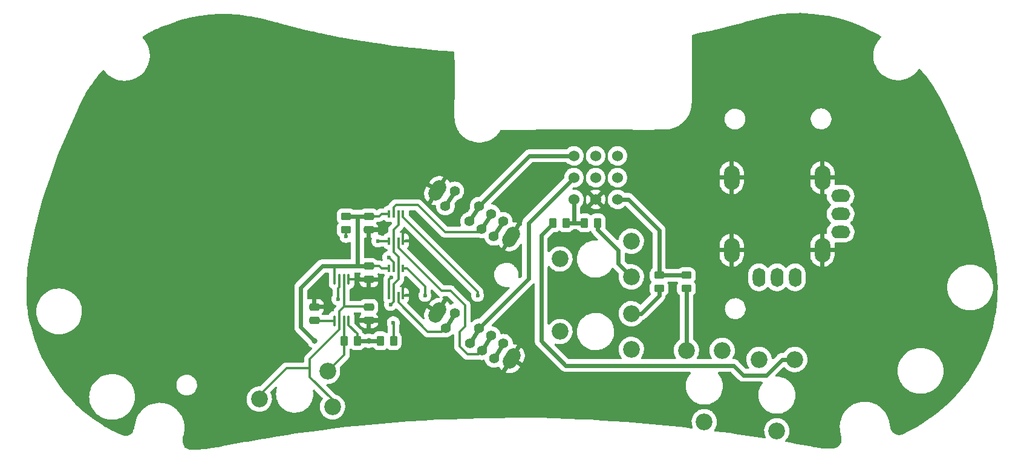
<source format=gbr>
%TF.GenerationSoftware,KiCad,Pcbnew,(6.0.0)*%
%TF.CreationDate,2022-04-21T22:49:32+02:00*%
%TF.ProjectId,Vectrex Pad miniNeoGeo,56656374-7265-4782-9050-6164206d696e,1.1*%
%TF.SameCoordinates,Original*%
%TF.FileFunction,Copper,L1,Top*%
%TF.FilePolarity,Positive*%
%FSLAX46Y46*%
G04 Gerber Fmt 4.6, Leading zero omitted, Abs format (unit mm)*
G04 Created by KiCad (PCBNEW (6.0.0)) date 2022-04-21 22:49:32*
%MOMM*%
%LPD*%
G01*
G04 APERTURE LIST*
G04 Aperture macros list*
%AMRoundRect*
0 Rectangle with rounded corners*
0 $1 Rounding radius*
0 $2 $3 $4 $5 $6 $7 $8 $9 X,Y pos of 4 corners*
0 Add a 4 corners polygon primitive as box body*
4,1,4,$2,$3,$4,$5,$6,$7,$8,$9,$2,$3,0*
0 Add four circle primitives for the rounded corners*
1,1,$1+$1,$2,$3*
1,1,$1+$1,$4,$5*
1,1,$1+$1,$6,$7*
1,1,$1+$1,$8,$9*
0 Add four rect primitives between the rounded corners*
20,1,$1+$1,$2,$3,$4,$5,0*
20,1,$1+$1,$4,$5,$6,$7,0*
20,1,$1+$1,$6,$7,$8,$9,0*
20,1,$1+$1,$8,$9,$2,$3,0*%
%AMHorizOval*
0 Thick line with rounded ends*
0 $1 width*
0 $2 $3 position (X,Y) of the first rounded end (center of the circle)*
0 $4 $5 position (X,Y) of the second rounded end (center of the circle)*
0 Add line between two ends*
20,1,$1,$2,$3,$4,$5,0*
0 Add two circle primitives to create the rounded ends*
1,1,$1,$2,$3*
1,1,$1,$4,$5*%
G04 Aperture macros list end*
%TA.AperFunction,SMDPad,CuDef*%
%ADD10RoundRect,0.250000X-0.450000X0.262500X-0.450000X-0.262500X0.450000X-0.262500X0.450000X0.262500X0*%
%TD*%
%TA.AperFunction,SMDPad,CuDef*%
%ADD11RoundRect,0.250000X-0.475000X0.250000X-0.475000X-0.250000X0.475000X-0.250000X0.475000X0.250000X0*%
%TD*%
%TA.AperFunction,SMDPad,CuDef*%
%ADD12RoundRect,0.100000X-0.100000X-0.450000X0.100000X-0.450000X0.100000X0.450000X-0.100000X0.450000X0*%
%TD*%
%TA.AperFunction,SMDPad,CuDef*%
%ADD13RoundRect,0.250000X0.262500X0.450000X-0.262500X0.450000X-0.262500X-0.450000X0.262500X-0.450000X0*%
%TD*%
%TA.AperFunction,SMDPad,CuDef*%
%ADD14RoundRect,0.250000X0.450000X-0.262500X0.450000X0.262500X-0.450000X0.262500X-0.450000X-0.262500X0*%
%TD*%
%TA.AperFunction,SMDPad,CuDef*%
%ADD15RoundRect,0.250000X0.475000X-0.250000X0.475000X0.250000X-0.475000X0.250000X-0.475000X-0.250000X0*%
%TD*%
%TA.AperFunction,SMDPad,CuDef*%
%ADD16RoundRect,0.250000X-0.262500X-0.450000X0.262500X-0.450000X0.262500X0.450000X-0.262500X0.450000X0*%
%TD*%
%TA.AperFunction,SMDPad,CuDef*%
%ADD17RoundRect,0.100000X-0.100000X0.637500X-0.100000X-0.637500X0.100000X-0.637500X0.100000X0.637500X0*%
%TD*%
%TA.AperFunction,ComponentPad*%
%ADD18O,1.778000X2.667000*%
%TD*%
%TA.AperFunction,ComponentPad*%
%ADD19O,2.222000X3.429000*%
%TD*%
%TA.AperFunction,ComponentPad*%
%ADD20O,2.667000X1.778000*%
%TD*%
%TA.AperFunction,ComponentPad*%
%ADD21C,2.340000*%
%TD*%
%TA.AperFunction,ComponentPad*%
%ADD22HorizOval,2.000000X0.265699X0.423561X-0.265699X-0.423561X0*%
%TD*%
%TA.AperFunction,ComponentPad*%
%ADD23C,1.400000*%
%TD*%
%TA.AperFunction,ComponentPad*%
%ADD24C,1.524000*%
%TD*%
%TA.AperFunction,ViaPad*%
%ADD25C,0.800000*%
%TD*%
%TA.AperFunction,ViaPad*%
%ADD26C,0.600000*%
%TD*%
%TA.AperFunction,Conductor*%
%ADD27C,0.350000*%
%TD*%
%TA.AperFunction,Conductor*%
%ADD28C,0.600000*%
%TD*%
G04 APERTURE END LIST*
D10*
%TO.P,R6,1*%
%TO.N,+5V*%
X130175000Y-76557500D03*
%TO.P,R6,2*%
%TO.N,Net-(R6-Pad2)*%
X130175000Y-78382500D03*
%TD*%
D11*
%TO.P,C3,1*%
%TO.N,Net-(C3-Pad1)*%
X133350000Y-89220000D03*
%TO.P,C3,2*%
%TO.N,GND*%
X133350000Y-91120000D03*
%TD*%
D12*
%TO.P,U2,1*%
%TO.N,Net-(R6-Pad2)*%
X136185000Y-80005000D03*
%TO.P,U2,2*%
%TO.N,Net-(U1-Pad3)*%
X136835000Y-80005000D03*
%TO.P,U2,3*%
%TO.N,Net-(SW6-Pad2)*%
X137485000Y-80005000D03*
%TO.P,U2,4,GND*%
%TO.N,GND*%
X138135000Y-80005000D03*
%TO.P,U2,5*%
%TO.N,Net-(R7-Pad2)*%
X138135000Y-76205000D03*
%TO.P,U2,6*%
%TO.N,Net-(U1-Pad3)*%
X137485000Y-76205000D03*
%TO.P,U2,7*%
%TO.N,Net-(SW5-Pad2)*%
X136835000Y-76205000D03*
%TO.P,U2,8,VCC*%
%TO.N,+5V*%
X136185000Y-76205000D03*
%TD*%
D13*
%TO.P,R2,1*%
%TO.N,+5V*%
X160932500Y-77470000D03*
%TO.P,R2,2*%
%TO.N,Net-(R2-Pad2)*%
X159107500Y-77470000D03*
%TD*%
D14*
%TO.P,R4,1*%
%TO.N,Net-(R4-Pad1)*%
X177800000Y-86637500D03*
%TO.P,R4,2*%
%TO.N,-5V*%
X177800000Y-84812500D03*
%TD*%
D15*
%TO.P,C2,1*%
%TO.N,Net-(C2-Pad1)*%
X125730000Y-91120000D03*
%TO.P,C2,2*%
%TO.N,GND*%
X125730000Y-89220000D03*
%TD*%
D14*
%TO.P,R3,1*%
%TO.N,Net-(R3-Pad1)*%
X173990000Y-86637500D03*
%TO.P,R3,2*%
%TO.N,-5V*%
X173990000Y-84812500D03*
%TD*%
D16*
%TO.P,R7,1*%
%TO.N,+5V*%
X134977500Y-93980000D03*
%TO.P,R7,2*%
%TO.N,Net-(R7-Pad2)*%
X136802500Y-93980000D03*
%TD*%
D13*
%TO.P,R5,1*%
%TO.N,+5V*%
X131722500Y-93980000D03*
%TO.P,R5,2*%
%TO.N,Net-(R5-Pad2)*%
X129897500Y-93980000D03*
%TD*%
D16*
%TO.P,R1,1*%
%TO.N,+5V*%
X163552500Y-77470000D03*
%TO.P,R1,2*%
%TO.N,Net-(R1-Pad2)*%
X165377500Y-77470000D03*
%TD*%
D12*
%TO.P,U3,1*%
%TO.N,Net-(R6-Pad2)*%
X136185000Y-87625000D03*
%TO.P,U3,2*%
%TO.N,Net-(U1-Pad3)*%
X136835000Y-87625000D03*
%TO.P,U3,3*%
%TO.N,Net-(SW6-Pad4)*%
X137485000Y-87625000D03*
%TO.P,U3,4,GND*%
%TO.N,GND*%
X138135000Y-87625000D03*
%TO.P,U3,5*%
%TO.N,Net-(R7-Pad2)*%
X138135000Y-83825000D03*
%TO.P,U3,6*%
%TO.N,Net-(U1-Pad3)*%
X137485000Y-83825000D03*
%TO.P,U3,7*%
%TO.N,Net-(SW5-Pad4)*%
X136835000Y-83825000D03*
%TO.P,U3,8,VCC*%
%TO.N,+5V*%
X136185000Y-83825000D03*
%TD*%
D17*
%TO.P,U1,1,GND*%
%TO.N,GND*%
X130515000Y-85365000D03*
%TO.P,U1,2,TR*%
%TO.N,Net-(C3-Pad1)*%
X129865000Y-85365000D03*
%TO.P,U1,3,Q*%
%TO.N,Net-(U1-Pad3)*%
X129215000Y-85365000D03*
%TO.P,U1,4,R*%
%TO.N,+5V*%
X128565000Y-85365000D03*
%TO.P,U1,5,CV*%
%TO.N,Net-(C2-Pad1)*%
X128565000Y-91165000D03*
%TO.P,U1,6,THR*%
%TO.N,Net-(C3-Pad1)*%
X129215000Y-91165000D03*
%TO.P,U1,7,DIS*%
%TO.N,Net-(R5-Pad2)*%
X129865000Y-91165000D03*
%TO.P,U1,8,VCC*%
%TO.N,+5V*%
X130515000Y-91165000D03*
%TD*%
D11*
%TO.P,C4,1*%
%TO.N,+5V*%
X133350000Y-83505000D03*
%TO.P,C4,2*%
%TO.N,GND*%
X133350000Y-85405000D03*
%TD*%
%TO.P,C5,1*%
%TO.N,+5V*%
X133350000Y-76520000D03*
%TO.P,C5,2*%
%TO.N,GND*%
X133350000Y-78420000D03*
%TD*%
D18*
%TO.P,VR1,H1,H+*%
%TO.N,Net-(RV1-Pad2)*%
X187960000Y-85090000D03*
%TO.P,VR1,H2,H*%
%TO.N,/Brun*%
X190500000Y-85090000D03*
%TO.P,VR1,H3,H-*%
%TO.N,Net-(RV3-Pad1)*%
X193040000Y-85090000D03*
D19*
%TO.P,VR1,S1,SHIELD*%
%TO.N,GND*%
X196850000Y-71120000D03*
%TO.P,VR1,S2,SHIELD*%
X196850000Y-81280000D03*
%TO.P,VR1,S3,SHIELD*%
X184150000Y-81280000D03*
%TO.P,VR1,S4,SHIELD*%
X184150000Y-71120000D03*
D20*
%TO.P,VR1,V1,V+*%
%TO.N,Net-(RV2-Pad2)*%
X199390000Y-73660000D03*
%TO.P,VR1,V2,V*%
%TO.N,/Green*%
X199390000Y-76200000D03*
%TO.P,VR1,V3,V-*%
%TO.N,Net-(RV4-Pad1)*%
X199390000Y-78740000D03*
%TD*%
D21*
%TO.P,RV3,1,1*%
%TO.N,Net-(RV3-Pad1)*%
X170100000Y-95185000D03*
%TO.P,RV3,2,2*%
%TO.N,Net-(R3-Pad1)*%
X160100000Y-92685000D03*
%TO.P,RV3,3,3*%
X170100000Y-90185000D03*
%TD*%
%TO.P,RV1,1,1*%
%TO.N,Net-(R1-Pad2)*%
X170100000Y-85025000D03*
%TO.P,RV1,2,2*%
%TO.N,Net-(RV1-Pad2)*%
X160100000Y-82525000D03*
%TO.P,RV1,3,3*%
X170100000Y-80025000D03*
%TD*%
%TO.P,RV2,1,1*%
%TO.N,Net-(R2-Pad2)*%
X192975000Y-96600000D03*
%TO.P,RV2,2,2*%
%TO.N,Net-(RV2-Pad2)*%
X190475000Y-106600000D03*
%TO.P,RV2,3,3*%
X187975000Y-96600000D03*
%TD*%
D22*
%TO.P,SW6,*%
%TO.N,GND*%
X153314401Y-96492829D03*
X142979513Y-90009767D03*
D23*
%TO.P,SW6,1,1*%
%TO.N,Net-(R7-Pad2)*%
X152199693Y-94317990D03*
%TO.P,SW6,2,2*%
%TO.N,Net-(SW6-Pad2)*%
X150505449Y-93255193D03*
%TO.P,SW6,3,3*%
%TO.N,/Orange*%
X148811205Y-92192396D03*
%TO.P,SW6,4,4*%
%TO.N,Net-(SW6-Pad4)*%
X145422718Y-90066801D03*
%TO.P,SW6,5,5*%
%TO.N,Net-(R7-Pad2)*%
X150871196Y-96435795D03*
%TO.P,SW6,6,6*%
%TO.N,Net-(SW6-Pad2)*%
X149176953Y-95372998D03*
%TO.P,SW6,7,7*%
%TO.N,/Orange*%
X147482709Y-94310200D03*
%TO.P,SW6,8,8*%
%TO.N,Net-(SW6-Pad4)*%
X144094221Y-92184606D03*
%TD*%
D24*
%TO.P,J1,1,1*%
%TO.N,/Red*%
X162052000Y-68072000D03*
%TO.P,J1,2,2*%
%TO.N,/Black*%
X165100000Y-71120000D03*
%TO.P,J1,3,3*%
%TO.N,/Grey*%
X165100000Y-68072000D03*
%TO.P,J1,4,4*%
%TO.N,/Orange*%
X162052000Y-71120000D03*
%TO.P,J1,5,5*%
%TO.N,/Brun*%
X168148000Y-71120000D03*
%TO.P,J1,6,6*%
%TO.N,/Green*%
X168148000Y-68072000D03*
%TO.P,J1,7,7*%
%TO.N,+5V*%
X162052000Y-74168000D03*
%TO.P,J1,8,8*%
%TO.N,GND*%
X165100000Y-74168000D03*
%TO.P,J1,9,9*%
%TO.N,-5V*%
X168148000Y-74168000D03*
%TD*%
D22*
%TO.P,SW5,*%
%TO.N,GND*%
X153288980Y-79416023D03*
X142954092Y-72932961D03*
D23*
%TO.P,SW5,1,1*%
%TO.N,Net-(R6-Pad2)*%
X152174272Y-77241184D03*
%TO.P,SW5,2,2*%
%TO.N,Net-(SW5-Pad2)*%
X150480028Y-76178387D03*
%TO.P,SW5,3,3*%
%TO.N,/Red*%
X148785784Y-75115590D03*
%TO.P,SW5,4,4*%
%TO.N,Net-(SW5-Pad4)*%
X145397297Y-72989995D03*
%TO.P,SW5,5,5*%
%TO.N,Net-(R6-Pad2)*%
X150845775Y-79358989D03*
%TO.P,SW5,6,6*%
%TO.N,Net-(SW5-Pad2)*%
X149151532Y-78296192D03*
%TO.P,SW5,7,7*%
%TO.N,/Red*%
X147457288Y-77233394D03*
%TO.P,SW5,8,8*%
%TO.N,Net-(SW5-Pad4)*%
X144068800Y-75107800D03*
%TD*%
D21*
%TO.P,RV5,1,1*%
%TO.N,Net-(C3-Pad1)*%
X128270000Y-103225600D03*
%TO.P,RV5,2,2*%
X118019387Y-102141661D03*
%TO.P,RV5,3,3*%
%TO.N,Net-(R5-Pad2)*%
X127574134Y-98274260D03*
%TD*%
%TO.P,RV4,1,1*%
%TO.N,Net-(RV4-Pad1)*%
X182815000Y-95330000D03*
%TO.P,RV4,2,2*%
%TO.N,Net-(R4-Pad1)*%
X180315000Y-105330000D03*
%TO.P,RV4,3,3*%
X177815000Y-95330000D03*
%TD*%
D25*
%TO.N,GND*%
X150622000Y-86614000D03*
X172085000Y-66040000D03*
X151765000Y-101600000D03*
X213360000Y-80645000D03*
X173990000Y-94996000D03*
X110490000Y-97155000D03*
X160020000Y-80264000D03*
X131775200Y-85090000D03*
X139547600Y-76200000D03*
X135255000Y-90170000D03*
X90170000Y-81915000D03*
X160020000Y-87630000D03*
X123825000Y-93980000D03*
X148590000Y-90170000D03*
X175895000Y-77470000D03*
X209550000Y-61595000D03*
X168910000Y-101600000D03*
X139700000Y-59055000D03*
X171450000Y-87630000D03*
X175260000Y-89535000D03*
X161925000Y-95250000D03*
X187325000Y-88265000D03*
X122377200Y-88900000D03*
X109855000Y-81915000D03*
X135890000Y-101600000D03*
X144780000Y-80645000D03*
X93980000Y-71755000D03*
X193675000Y-52705000D03*
X139065000Y-92354400D03*
X102870000Y-89535000D03*
X98425000Y-62230000D03*
X92710000Y-97155000D03*
X133350000Y-87680800D03*
X182245000Y-55880000D03*
X130175000Y-74295000D03*
X111125000Y-52705000D03*
X118110000Y-68580000D03*
X127304800Y-84988400D03*
X139446000Y-79756000D03*
X125222000Y-62484000D03*
X209550000Y-90170000D03*
X213360000Y-71755000D03*
X136144000Y-74168000D03*
X141224000Y-82042000D03*
X171450000Y-82550000D03*
X135890000Y-77724000D03*
X126365000Y-55245000D03*
X133248400Y-81381600D03*
X139293600Y-87655400D03*
X201930000Y-97155000D03*
X127457200Y-89204800D03*
D26*
%TO.N,Net-(SW5-Pad4)*%
X136144000Y-82296000D03*
%TO.N,Net-(U1-Pad3)*%
X129032000Y-88138000D03*
X136398000Y-88900000D03*
%TO.N,Net-(R6-Pad2)*%
X136480000Y-85090000D03*
X130175000Y-79375000D03*
X134620000Y-80010000D03*
%TO.N,Net-(R7-Pad2)*%
X148590000Y-87630000D03*
X136779000Y-91440000D03*
X141224000Y-87630000D03*
D25*
%TO.N,+5V*%
X125730000Y-93980000D03*
X133350000Y-93980000D03*
%TD*%
D27*
%TO.N,Net-(C3-Pad1)*%
X129865000Y-85365000D02*
X129865000Y-89210000D01*
X118019387Y-101598637D02*
X121828024Y-97790000D01*
X129215000Y-91165000D02*
X129215000Y-92400000D01*
X129870000Y-89215000D02*
X129865000Y-89210000D01*
X128270000Y-102235000D02*
X128270000Y-103225600D01*
X129865000Y-89210000D02*
X129215000Y-89860000D01*
X129215000Y-92400000D02*
X125095000Y-96520000D01*
X121828024Y-97790000D02*
X125095000Y-97790000D01*
X118019387Y-102141661D02*
X118019387Y-101598637D01*
X125095000Y-96520000D02*
X125095000Y-97790000D01*
X125095000Y-99060000D02*
X128270000Y-102235000D01*
X133350000Y-89215000D02*
X129870000Y-89215000D01*
X125095000Y-97790000D02*
X125095000Y-99060000D01*
X129215000Y-89860000D02*
X129215000Y-91165000D01*
%TO.N,GND*%
X138135000Y-87625000D02*
X139263200Y-87625000D01*
X138140000Y-80010000D02*
X138135000Y-80005000D01*
X139192000Y-80010000D02*
X138140000Y-80010000D01*
X138135000Y-80005000D02*
X138135000Y-78781000D01*
X138135000Y-87625000D02*
X138135000Y-86401000D01*
X130515000Y-85365000D02*
X131170000Y-85365000D01*
X139446000Y-79756000D02*
X139192000Y-80010000D01*
%TO.N,Net-(C2-Pad1)*%
X125775000Y-91165000D02*
X125730000Y-91120000D01*
X128565000Y-91165000D02*
X125775000Y-91165000D01*
D28*
%TO.N,Net-(R2-Pad2)*%
X188976000Y-98806000D02*
X191182000Y-96600000D01*
X157480000Y-93980000D02*
X160930479Y-97430479D01*
X159107500Y-77470000D02*
X159107500Y-77568750D01*
X185801000Y-98806000D02*
X188976000Y-98806000D01*
X157480000Y-79196250D02*
X157480000Y-93980000D01*
X184425479Y-97430479D02*
X185801000Y-98806000D01*
X160930479Y-97430479D02*
X184425479Y-97430479D01*
X159107500Y-77568750D02*
X157480000Y-79196250D01*
X191182000Y-96600000D02*
X192975000Y-96600000D01*
%TO.N,-5V*%
X173990000Y-84812500D02*
X177800000Y-84812500D01*
X169672000Y-74168000D02*
X168148000Y-74168000D01*
X173990000Y-78486000D02*
X169672000Y-74168000D01*
X173990000Y-84812500D02*
X173990000Y-78486000D01*
%TO.N,/Red*%
X155829374Y-68072000D02*
X148785784Y-75115590D01*
X148785784Y-75115590D02*
X147457288Y-77233394D01*
X162052000Y-68072000D02*
X155829374Y-68072000D01*
%TO.N,/Orange*%
X147482709Y-94310200D02*
X148811205Y-92192396D01*
X148811205Y-92192396D02*
X155702000Y-85301601D01*
X155702000Y-77470000D02*
X162052000Y-71120000D01*
X155702000Y-85301601D02*
X155702000Y-77470000D01*
D27*
%TO.N,Net-(SW5-Pad2)*%
X144018000Y-78740000D02*
X148707724Y-78740000D01*
X140208000Y-74930000D02*
X144018000Y-78740000D01*
X136835000Y-75255000D02*
X137160000Y-74930000D01*
X137160000Y-74930000D02*
X140208000Y-74930000D01*
D28*
X150480028Y-76178387D02*
X149151532Y-78296192D01*
D27*
X148707724Y-78740000D02*
X149151532Y-78296192D01*
X136835000Y-76205000D02*
X136835000Y-75255000D01*
%TO.N,Net-(SW5-Pad4)*%
X136144000Y-82296000D02*
X136835000Y-82987000D01*
D28*
X145397297Y-72989995D02*
X144068800Y-75107800D01*
D27*
X136835000Y-82987000D02*
X136835000Y-83825000D01*
%TO.N,Net-(SW6-Pad2)*%
X146812000Y-89027000D02*
X146812000Y-91948000D01*
X144780000Y-86995000D02*
X146812000Y-89027000D01*
X137485000Y-80970000D02*
X143510000Y-86995000D01*
X146050000Y-92710000D02*
X146050000Y-94763723D01*
X137485000Y-80005000D02*
X137485000Y-80970000D01*
X148664951Y-95885000D02*
X149176953Y-95372998D01*
X146050000Y-94763723D02*
X147171277Y-95885000D01*
D28*
X150505449Y-93255193D02*
X149176953Y-95372998D01*
D27*
X143510000Y-86995000D02*
X144780000Y-86995000D01*
X146812000Y-91948000D02*
X146050000Y-92710000D01*
X147171277Y-95885000D02*
X148664951Y-95885000D01*
%TO.N,Net-(SW6-Pad4)*%
X141605000Y-92710000D02*
X143568827Y-92710000D01*
X137485000Y-87425000D02*
X137485000Y-88590000D01*
X137485000Y-88590000D02*
X141605000Y-92710000D01*
X143568827Y-92710000D02*
X144094221Y-92184606D01*
D28*
X145422718Y-90066801D02*
X144094221Y-92184606D01*
D27*
%TO.N,Net-(U1-Pad3)*%
X136835000Y-78430000D02*
X136835000Y-81590000D01*
X129032000Y-88138000D02*
X129032000Y-86614000D01*
X136835000Y-81590000D02*
X137485000Y-82240000D01*
X137485000Y-82240000D02*
X137485000Y-85400000D01*
X136835000Y-88463000D02*
X136398000Y-88900000D01*
X137485000Y-85400000D02*
X136835000Y-86050000D01*
X129215000Y-86431000D02*
X129215000Y-85365000D01*
X136835000Y-87625000D02*
X136835000Y-88463000D01*
X137485000Y-77780000D02*
X136835000Y-78430000D01*
X129032000Y-86614000D02*
X129215000Y-86431000D01*
X136835000Y-86050000D02*
X136835000Y-87625000D01*
X137485000Y-76205000D02*
X137485000Y-77780000D01*
%TO.N,Net-(R5-Pad2)*%
X129897500Y-95950894D02*
X127574134Y-98274260D01*
X129865000Y-91165000D02*
X129865000Y-93947500D01*
X129897500Y-93980000D02*
X129897500Y-95950894D01*
X129865000Y-93947500D02*
X129897500Y-93980000D01*
D28*
%TO.N,Net-(R6-Pad2)*%
X152174272Y-77241184D02*
X150845775Y-79358989D01*
D27*
X130175000Y-78382500D02*
X130175000Y-79375000D01*
X136185000Y-87625000D02*
X136185000Y-85385000D01*
X134625000Y-80005000D02*
X136185000Y-80005000D01*
X134620000Y-80010000D02*
X134625000Y-80005000D01*
X136185000Y-85385000D02*
X136480000Y-85090000D01*
%TO.N,Net-(R7-Pad2)*%
X138689000Y-83825000D02*
X138135000Y-83825000D01*
X148590000Y-87122000D02*
X148590000Y-87630000D01*
X138135000Y-76205000D02*
X138135000Y-76667000D01*
D28*
X152199693Y-94317990D02*
X150871196Y-96435795D01*
D27*
X136802500Y-93980000D02*
X136802500Y-91440000D01*
X141224000Y-87630000D02*
X141224000Y-86360000D01*
X141224000Y-86360000D02*
X138689000Y-83825000D01*
X138135000Y-76667000D02*
X148590000Y-87122000D01*
D28*
%TO.N,Net-(R1-Pad2)*%
X168275000Y-83200000D02*
X170100000Y-85025000D01*
X168275000Y-81280000D02*
X168275000Y-83200000D01*
X165377500Y-78382500D02*
X168275000Y-81280000D01*
X165377500Y-77470000D02*
X165377500Y-78382500D01*
%TO.N,Net-(R3-Pad1)*%
X173990000Y-87630000D02*
X171435000Y-90185000D01*
X173990000Y-86637500D02*
X173990000Y-87630000D01*
X171435000Y-90185000D02*
X170100000Y-90185000D01*
%TO.N,Net-(R4-Pad1)*%
X177815000Y-95330000D02*
X177815000Y-86652500D01*
%TO.N,+5V*%
X133350000Y-93980000D02*
X134977500Y-93980000D01*
D27*
X133350000Y-83505000D02*
X134803000Y-83505000D01*
D28*
X163552500Y-77470000D02*
X160932500Y-77470000D01*
D27*
X134808000Y-76520000D02*
X133350000Y-76520000D01*
D28*
X131765000Y-76520000D02*
X131765000Y-83500000D01*
D27*
X136185000Y-83825000D02*
X135123000Y-83825000D01*
D28*
X126840000Y-83505000D02*
X123825000Y-86520000D01*
D27*
X128565000Y-83530000D02*
X128590000Y-83505000D01*
X130515000Y-91780000D02*
X131722500Y-92987500D01*
D28*
X123825000Y-92075000D02*
X125730000Y-93980000D01*
D27*
X131722500Y-92987500D02*
X131722500Y-93980000D01*
X136185000Y-76205000D02*
X135123000Y-76205000D01*
X130515000Y-91165000D02*
X130515000Y-91780000D01*
X135123000Y-76205000D02*
X134808000Y-76520000D01*
D28*
X123825000Y-86520000D02*
X123825000Y-92075000D01*
X162052000Y-74168000D02*
X162052000Y-77470000D01*
X131722500Y-93980000D02*
X133350000Y-93980000D01*
X128590000Y-83505000D02*
X126840000Y-83505000D01*
D27*
X134803000Y-83505000D02*
X135123000Y-83825000D01*
X130212500Y-76520000D02*
X130175000Y-76557500D01*
D28*
X131760000Y-83505000D02*
X128590000Y-83505000D01*
X131765000Y-76520000D02*
X130212500Y-76520000D01*
X133350000Y-76520000D02*
X131765000Y-76520000D01*
D27*
X128565000Y-85365000D02*
X128565000Y-83530000D01*
D28*
X131765000Y-83500000D02*
X131760000Y-83505000D01*
X133350000Y-83505000D02*
X131760000Y-83505000D01*
%TD*%
%TA.AperFunction,Conductor*%
%TO.N,GND*%
G36*
X193922805Y-48067706D02*
G01*
X194018252Y-48072478D01*
X194020363Y-48072644D01*
X194022469Y-48073010D01*
X194058672Y-48074503D01*
X194059633Y-48074547D01*
X194079146Y-48075523D01*
X194090927Y-48076112D01*
X194090930Y-48076112D01*
X194095791Y-48076355D01*
X194097919Y-48076182D01*
X194100058Y-48076210D01*
X194209360Y-48080717D01*
X194290634Y-48084069D01*
X194297570Y-48084517D01*
X194414071Y-48094797D01*
X194414658Y-48094867D01*
X194415340Y-48095017D01*
X194417297Y-48095184D01*
X194417304Y-48095185D01*
X194453412Y-48098269D01*
X194453825Y-48098305D01*
X194479739Y-48100591D01*
X194492014Y-48101674D01*
X194492711Y-48101644D01*
X194493314Y-48101677D01*
X195157876Y-48158437D01*
X195161998Y-48158847D01*
X195614157Y-48210172D01*
X195617051Y-48210530D01*
X195970628Y-48257824D01*
X195973475Y-48258284D01*
X195976129Y-48258969D01*
X195980968Y-48259561D01*
X195980969Y-48259561D01*
X196010955Y-48263228D01*
X196012625Y-48263442D01*
X196042581Y-48267449D01*
X196042591Y-48267450D01*
X196047430Y-48268097D01*
X196050164Y-48268103D01*
X196053055Y-48268377D01*
X196720175Y-48349967D01*
X196720345Y-48349988D01*
X197075193Y-48394587D01*
X197177087Y-48407393D01*
X197179867Y-48407769D01*
X197258726Y-48419192D01*
X197694299Y-48482289D01*
X197703061Y-48483827D01*
X198327572Y-48612878D01*
X198357498Y-48619062D01*
X198362228Y-48620120D01*
X199088507Y-48795011D01*
X199096918Y-48797298D01*
X200034382Y-49081972D01*
X200039078Y-49083484D01*
X200766001Y-49330788D01*
X200766279Y-49330883D01*
X201238668Y-49492635D01*
X201367592Y-49536780D01*
X201396656Y-49546732D01*
X201405102Y-49549912D01*
X202627038Y-50052918D01*
X202635648Y-50056787D01*
X203245969Y-50354622D01*
X203247090Y-50355176D01*
X204148644Y-50805953D01*
X204152533Y-50807970D01*
X204633592Y-51066449D01*
X204641328Y-51070909D01*
X204952641Y-51263059D01*
X204995701Y-51289637D01*
X205048612Y-51345754D01*
X205066377Y-51420809D01*
X205044234Y-51494690D01*
X205033523Y-51509843D01*
X204935915Y-51631138D01*
X204927964Y-51640237D01*
X204922522Y-51645978D01*
X204914932Y-51652130D01*
X204910512Y-51658220D01*
X204906841Y-51662518D01*
X204906770Y-51662593D01*
X204906683Y-51662703D01*
X204749212Y-51847074D01*
X204682570Y-51925100D01*
X204479251Y-52220301D01*
X204477401Y-52223693D01*
X204477400Y-52223694D01*
X204346701Y-52463282D01*
X204307594Y-52534969D01*
X204169444Y-52865721D01*
X204066287Y-53209000D01*
X203999231Y-53561116D01*
X203998905Y-53564967D01*
X203972053Y-53882186D01*
X203968997Y-53918283D01*
X203975911Y-54276660D01*
X203995384Y-54434138D01*
X204018713Y-54622802D01*
X204019899Y-54632395D01*
X204100487Y-54981662D01*
X204101737Y-54985305D01*
X204101740Y-54985316D01*
X204196036Y-55260162D01*
X204216808Y-55320707D01*
X204367613Y-55645884D01*
X204369594Y-55649204D01*
X204528338Y-55915247D01*
X204551280Y-55953697D01*
X204553596Y-55956797D01*
X204553599Y-55956801D01*
X204755073Y-56226434D01*
X204765834Y-56240836D01*
X205008968Y-56504214D01*
X205278068Y-56741000D01*
X205281223Y-56743242D01*
X205561083Y-56942139D01*
X205570240Y-56948647D01*
X205573609Y-56950550D01*
X205573614Y-56950553D01*
X205577074Y-56952507D01*
X205882345Y-57124922D01*
X206211025Y-57267932D01*
X206214701Y-57269096D01*
X206214709Y-57269099D01*
X206549061Y-57374970D01*
X206552747Y-57376137D01*
X206758802Y-57418534D01*
X206900059Y-57447598D01*
X206900061Y-57447598D01*
X206903836Y-57448375D01*
X206907667Y-57448756D01*
X206907672Y-57448757D01*
X207256667Y-57483485D01*
X207256673Y-57483485D01*
X207260519Y-57483868D01*
X207433031Y-57483083D01*
X207615087Y-57482254D01*
X207615094Y-57482254D01*
X207618959Y-57482236D01*
X207622802Y-57481818D01*
X207622806Y-57481818D01*
X207763484Y-57466524D01*
X207975303Y-57443496D01*
X208132316Y-57409697D01*
X208321931Y-57368880D01*
X208321934Y-57368879D01*
X208325721Y-57368064D01*
X208402562Y-57342960D01*
X208662762Y-57257954D01*
X208662769Y-57257951D01*
X208666443Y-57256751D01*
X208741255Y-57223387D01*
X208990271Y-57112332D01*
X208990272Y-57112332D01*
X208993807Y-57110755D01*
X209001102Y-57106547D01*
X209088318Y-57056234D01*
X209304293Y-56931644D01*
X209594563Y-56721346D01*
X209861495Y-56482119D01*
X209869143Y-56473682D01*
X209977032Y-56354653D01*
X210093260Y-56226425D01*
X210093355Y-56226328D01*
X210093420Y-56226248D01*
X210097210Y-56222067D01*
X210102681Y-56216914D01*
X210107811Y-56208614D01*
X210107814Y-56208610D01*
X210129536Y-56173463D01*
X210135719Y-56164245D01*
X210159562Y-56131412D01*
X210270410Y-55978768D01*
X210271939Y-55976702D01*
X210272705Y-55975686D01*
X210294735Y-55946443D01*
X210310577Y-55925414D01*
X210371349Y-55877921D01*
X210447725Y-55867177D01*
X210519240Y-55896061D01*
X210536994Y-55911801D01*
X210628504Y-56006986D01*
X210772710Y-56156984D01*
X210780757Y-56166067D01*
X210876083Y-56282929D01*
X211506888Y-57056242D01*
X211514096Y-57065845D01*
X212484305Y-58473364D01*
X212514763Y-58517550D01*
X212519847Y-58525448D01*
X212570572Y-58609990D01*
X213323572Y-59864990D01*
X213329037Y-59874937D01*
X214176810Y-61568006D01*
X214179890Y-61574550D01*
X215018188Y-63473704D01*
X215019326Y-63476482D01*
X215020147Y-63479170D01*
X215034667Y-63511058D01*
X215035324Y-63512524D01*
X215049475Y-63544584D01*
X215050936Y-63546985D01*
X215052260Y-63549698D01*
X215600593Y-64753947D01*
X215824949Y-65246678D01*
X215833817Y-65266155D01*
X215835833Y-65270789D01*
X216769738Y-67521221D01*
X216771112Y-67524652D01*
X217192393Y-68615470D01*
X217193207Y-68617626D01*
X217623468Y-69785116D01*
X217624274Y-69787357D01*
X218175146Y-71359110D01*
X218175495Y-71360118D01*
X218551577Y-72458275D01*
X218553106Y-72462995D01*
X218930529Y-73697743D01*
X218931480Y-73700986D01*
X219145563Y-74462767D01*
X219233761Y-74776605D01*
X219436842Y-75506072D01*
X219550454Y-75914165D01*
X219550702Y-75915066D01*
X219954186Y-77400391D01*
X219955059Y-77403758D01*
X220227846Y-78509387D01*
X220239393Y-78556190D01*
X220239622Y-78557132D01*
X220333267Y-78947633D01*
X220492524Y-79611736D01*
X220492728Y-79612597D01*
X220687294Y-80445734D01*
X220688420Y-80450981D01*
X220899795Y-81530234D01*
X220900508Y-81534154D01*
X220919867Y-81649229D01*
X221033431Y-82324302D01*
X221035024Y-82333773D01*
X221035392Y-82336074D01*
X221120080Y-82893595D01*
X221120868Y-82899600D01*
X221121279Y-82903316D01*
X221121497Y-82908196D01*
X221122349Y-82913000D01*
X221122350Y-82913006D01*
X221126745Y-82937779D01*
X221127346Y-82941430D01*
X221129589Y-82956197D01*
X221131850Y-82971082D01*
X221133209Y-82975778D01*
X221134014Y-82979444D01*
X221135186Y-82985350D01*
X221205341Y-83380775D01*
X221208837Y-83400478D01*
X221209976Y-83408021D01*
X221232581Y-83588853D01*
X221233104Y-83593040D01*
X221233867Y-83600782D01*
X221262068Y-83991260D01*
X221264830Y-84029507D01*
X221265044Y-84033078D01*
X221270826Y-84153397D01*
X221303415Y-84831662D01*
X221303559Y-84837461D01*
X221303273Y-84841922D01*
X221303599Y-84846790D01*
X221305432Y-84874167D01*
X221305593Y-84876971D01*
X221307139Y-84909154D01*
X221307932Y-84913542D01*
X221308453Y-84919303D01*
X221327077Y-85197483D01*
X221346083Y-85481371D01*
X221346161Y-85482543D01*
X221346293Y-85484754D01*
X221361235Y-85772583D01*
X221392773Y-86380115D01*
X221392926Y-86391571D01*
X221366663Y-87439676D01*
X221366497Y-87442888D01*
X221366075Y-87445804D01*
X221366012Y-87450673D01*
X221366012Y-87450677D01*
X221365627Y-87480614D01*
X221365592Y-87482428D01*
X221364723Y-87517121D01*
X221365035Y-87520054D01*
X221365079Y-87523246D01*
X221360607Y-87870999D01*
X221355767Y-88247327D01*
X221355751Y-88248538D01*
X221355242Y-88259071D01*
X221293829Y-88991317D01*
X221293341Y-88997134D01*
X221292300Y-89006200D01*
X221158308Y-89923699D01*
X221148431Y-89991329D01*
X221147188Y-89998583D01*
X221036165Y-90562348D01*
X220957231Y-90963167D01*
X220956361Y-90967280D01*
X220720237Y-92010157D01*
X220717787Y-92019546D01*
X220242360Y-93625653D01*
X220238846Y-93636091D01*
X219652093Y-95186795D01*
X219648674Y-95195070D01*
X219558178Y-95396727D01*
X219027389Y-96579508D01*
X219024973Y-96584891D01*
X219019683Y-96595522D01*
X218226686Y-98041578D01*
X218224040Y-98046403D01*
X218219686Y-98053826D01*
X217669879Y-98931989D01*
X217333864Y-99468679D01*
X217326607Y-99479232D01*
X216546178Y-100515778D01*
X216537511Y-100526255D01*
X215806321Y-101332200D01*
X215766769Y-101375796D01*
X215766326Y-101376281D01*
X215567597Y-101593143D01*
X215080812Y-102124342D01*
X215077058Y-102128291D01*
X214938260Y-102269055D01*
X214236502Y-102980754D01*
X214213170Y-103004416D01*
X214203586Y-103013318D01*
X214121194Y-103083367D01*
X212935636Y-104091320D01*
X212930559Y-104095448D01*
X212636338Y-104324118D01*
X212472909Y-104451136D01*
X212467838Y-104455077D01*
X212461963Y-104459416D01*
X212303144Y-104570796D01*
X211895728Y-104856516D01*
X211893554Y-104858012D01*
X210921016Y-105514662D01*
X210914909Y-105518572D01*
X210511890Y-105762942D01*
X210138602Y-105989284D01*
X210135333Y-105991210D01*
X209650936Y-106268306D01*
X208983352Y-106650192D01*
X208974927Y-106654659D01*
X208657220Y-106810270D01*
X208249712Y-107009865D01*
X208249666Y-107009888D01*
X208158724Y-107054392D01*
X208137670Y-107064695D01*
X208134877Y-107066025D01*
X208066832Y-107097558D01*
X208055120Y-107102391D01*
X208040105Y-107107851D01*
X208024407Y-107112599D01*
X208007978Y-107116595D01*
X208006548Y-107116898D01*
X208004987Y-107117077D01*
X208000946Y-107118087D01*
X208000947Y-107118087D01*
X207969238Y-107126014D01*
X207968319Y-107126241D01*
X207936364Y-107134014D01*
X207936360Y-107134015D01*
X207932340Y-107134993D01*
X207930876Y-107135560D01*
X207929456Y-107135960D01*
X207874583Y-107149679D01*
X207862688Y-107152141D01*
X207854069Y-107153561D01*
X207834063Y-107159623D01*
X207827009Y-107161572D01*
X207811497Y-107165450D01*
X207811494Y-107165451D01*
X207806770Y-107166632D01*
X207802238Y-107168421D01*
X207802236Y-107168421D01*
X207798644Y-107169838D01*
X207787172Y-107173832D01*
X207768432Y-107179511D01*
X207742281Y-107184935D01*
X207737741Y-107185458D01*
X207726016Y-107186341D01*
X207707760Y-107186993D01*
X207698524Y-107187036D01*
X207648650Y-107185724D01*
X207633158Y-107185317D01*
X207630013Y-107185201D01*
X207581719Y-107182901D01*
X207546454Y-107181221D01*
X207540449Y-107180814D01*
X207524272Y-107179387D01*
X207496285Y-107176918D01*
X207485546Y-107175575D01*
X207429664Y-107166513D01*
X207425255Y-107165729D01*
X207375349Y-107156070D01*
X207368366Y-107154543D01*
X207361085Y-107152767D01*
X207297926Y-107137362D01*
X207291520Y-107135647D01*
X207285921Y-107134014D01*
X207199272Y-107108742D01*
X207193906Y-107107066D01*
X207126007Y-107084433D01*
X207116081Y-107080726D01*
X207056533Y-107056035D01*
X207048710Y-107052524D01*
X207016236Y-107036811D01*
X207005780Y-107031228D01*
X206979145Y-107015614D01*
X206970856Y-107010380D01*
X206941796Y-106990662D01*
X206933427Y-106984546D01*
X206822702Y-106897547D01*
X206818403Y-106894037D01*
X206732165Y-106820923D01*
X206724469Y-106813923D01*
X206659102Y-106750150D01*
X206651442Y-106742096D01*
X206618299Y-106704534D01*
X206609115Y-106693025D01*
X206602307Y-106683570D01*
X206595827Y-106673779D01*
X206595172Y-106672699D01*
X206520470Y-106549540D01*
X206519210Y-106547422D01*
X206454274Y-106436102D01*
X206453112Y-106434074D01*
X206424412Y-106383051D01*
X206419175Y-106372840D01*
X206399625Y-106330807D01*
X206393048Y-106314101D01*
X206382633Y-106282114D01*
X206378860Y-106268306D01*
X206369034Y-106224087D01*
X206358295Y-106175765D01*
X206357507Y-106171985D01*
X206321604Y-105987978D01*
X206320579Y-105982100D01*
X206292681Y-105800758D01*
X206291541Y-105790002D01*
X206291253Y-105787688D01*
X206290969Y-105782818D01*
X206290053Y-105778034D01*
X206290052Y-105778026D01*
X206286146Y-105757627D01*
X206285221Y-105752268D01*
X206284328Y-105746464D01*
X206281324Y-105726940D01*
X206279959Y-105722256D01*
X206279450Y-105719959D01*
X206276923Y-105709467D01*
X206267931Y-105662506D01*
X206266847Y-105656065D01*
X206266467Y-105651257D01*
X206262652Y-105633323D01*
X206259882Y-105620306D01*
X206259279Y-105617323D01*
X206254235Y-105590985D01*
X206253318Y-105586195D01*
X206251802Y-105581622D01*
X206250294Y-105575244D01*
X206239607Y-105525014D01*
X206233020Y-105494055D01*
X206228902Y-105474574D01*
X206225793Y-105449516D01*
X206225580Y-105444003D01*
X206225203Y-105434245D01*
X206222665Y-105426054D01*
X206221997Y-105423074D01*
X206221781Y-105421811D01*
X206221361Y-105420237D01*
X206221126Y-105419186D01*
X206172309Y-105201344D01*
X206147465Y-105090481D01*
X206147463Y-105090474D01*
X206146633Y-105086770D01*
X206120566Y-105008712D01*
X206035000Y-104752488D01*
X206034997Y-104752480D01*
X206033801Y-104748899D01*
X205887200Y-104424253D01*
X205885299Y-104420978D01*
X205885294Y-104420969D01*
X205757296Y-104200500D01*
X205708351Y-104116194D01*
X205499106Y-103827916D01*
X205496584Y-103825097D01*
X205496579Y-103825090D01*
X205320483Y-103628204D01*
X205261635Y-103562408D01*
X204998398Y-103322421D01*
X204995353Y-103320167D01*
X204995343Y-103320158D01*
X204715181Y-103112706D01*
X204712125Y-103110443D01*
X204666494Y-103083367D01*
X204409052Y-102930610D01*
X204409047Y-102930608D01*
X204405782Y-102928670D01*
X204082545Y-102778986D01*
X203745764Y-102662944D01*
X203742068Y-102662079D01*
X203742062Y-102662077D01*
X203522648Y-102610710D01*
X203398929Y-102581746D01*
X203045636Y-102536234D01*
X202689547Y-102526879D01*
X202685773Y-102527165D01*
X202685766Y-102527165D01*
X202338122Y-102553492D01*
X202338114Y-102553493D01*
X202334351Y-102553778D01*
X201983732Y-102616652D01*
X201980086Y-102617698D01*
X201980080Y-102617699D01*
X201644975Y-102713803D01*
X201644968Y-102713805D01*
X201641322Y-102714851D01*
X201637801Y-102716262D01*
X201637798Y-102716263D01*
X201399779Y-102811646D01*
X201310671Y-102847355D01*
X200995207Y-103012792D01*
X200992043Y-103014887D01*
X200704137Y-103205514D01*
X200698198Y-103209446D01*
X200422723Y-103435280D01*
X200420051Y-103437969D01*
X200226107Y-103633140D01*
X200171638Y-103687953D01*
X199947545Y-103964846D01*
X199752767Y-104263089D01*
X199589322Y-104579590D01*
X199587935Y-104583116D01*
X199587932Y-104583122D01*
X199460581Y-104906810D01*
X199458905Y-104911069D01*
X199457887Y-104914705D01*
X199457885Y-104914711D01*
X199371295Y-105223989D01*
X199362867Y-105254091D01*
X199302204Y-105605100D01*
X199301941Y-105608883D01*
X199301941Y-105608887D01*
X199278018Y-105953633D01*
X199277544Y-105960458D01*
X199281644Y-106086298D01*
X199288516Y-106297196D01*
X199289144Y-106316482D01*
X199289652Y-106320237D01*
X199289652Y-106320239D01*
X199294715Y-106357677D01*
X199333064Y-106641237D01*
X199334943Y-106655134D01*
X199335097Y-106656765D01*
X199335335Y-106658036D01*
X199335741Y-106661036D01*
X199336208Y-106669607D01*
X199339245Y-106678887D01*
X199339245Y-106678889D01*
X199345341Y-106697518D01*
X199350216Y-106716602D01*
X199400225Y-106985397D01*
X199400916Y-106989412D01*
X199429719Y-107171830D01*
X199429774Y-107172184D01*
X199430022Y-107173780D01*
X199435622Y-107209807D01*
X199435824Y-107210495D01*
X199435935Y-107211200D01*
X199446802Y-107247950D01*
X199474249Y-107341591D01*
X199476577Y-107349535D01*
X199480708Y-107367828D01*
X199503361Y-107508970D01*
X199504333Y-107516129D01*
X199520277Y-107659634D01*
X199520976Y-107668150D01*
X199527942Y-107798739D01*
X199527981Y-107800358D01*
X199527861Y-107802047D01*
X199528128Y-107806475D01*
X199528128Y-107806486D01*
X199530074Y-107838786D01*
X199530132Y-107839809D01*
X199531625Y-107867790D01*
X199532086Y-107876442D01*
X199532396Y-107878105D01*
X199532539Y-107879706D01*
X199539728Y-107999049D01*
X199524269Y-108074641D01*
X199510282Y-108102616D01*
X199506914Y-108108580D01*
X199506994Y-108108624D01*
X199504668Y-108112893D01*
X199502055Y-108117022D01*
X199490298Y-108142430D01*
X199488367Y-108146444D01*
X199475838Y-108171503D01*
X199474243Y-108176117D01*
X199472356Y-108180604D01*
X199472273Y-108180569D01*
X199469711Y-108186925D01*
X199413171Y-108309126D01*
X199410536Y-108314531D01*
X199365337Y-108402671D01*
X199336590Y-108458727D01*
X199327395Y-108474261D01*
X199247661Y-108592048D01*
X199244997Y-108595854D01*
X199198466Y-108660177D01*
X199184063Y-108677233D01*
X199115570Y-108746995D01*
X199103317Y-108758158D01*
X199064138Y-108790049D01*
X199061961Y-108791821D01*
X199047196Y-108802410D01*
X198935474Y-108872635D01*
X198924332Y-108878986D01*
X198829619Y-108927697D01*
X198810795Y-108937378D01*
X198796302Y-108943879D01*
X198705088Y-108979085D01*
X198698553Y-108981434D01*
X198601168Y-109013895D01*
X198588752Y-109017444D01*
X198477815Y-109044006D01*
X198462665Y-109046813D01*
X198410687Y-109053677D01*
X198393060Y-109054947D01*
X198073303Y-109058969D01*
X198042395Y-109059358D01*
X198038948Y-109059362D01*
X197345349Y-109052010D01*
X197338781Y-109051794D01*
X196946080Y-109030243D01*
X196943247Y-109030061D01*
X196387826Y-108988648D01*
X196381291Y-108988015D01*
X195884431Y-108928865D01*
X195876459Y-108927697D01*
X195637826Y-108886101D01*
X195630574Y-108884650D01*
X195427203Y-108838700D01*
X195074358Y-108758977D01*
X195061531Y-108755470D01*
X195056004Y-108753689D01*
X195051203Y-108752811D01*
X195051201Y-108752811D01*
X195032582Y-108749408D01*
X195026554Y-108748177D01*
X195003316Y-108742926D01*
X194997543Y-108742397D01*
X194984351Y-108740592D01*
X192901794Y-108359936D01*
X192901415Y-108359854D01*
X192900946Y-108359704D01*
X192862862Y-108352820D01*
X192824720Y-108345848D01*
X192824230Y-108345824D01*
X192823839Y-108345766D01*
X192699645Y-108323316D01*
X191758015Y-108153101D01*
X191688256Y-108120206D01*
X191644289Y-108056836D01*
X191637897Y-107979973D01*
X191670793Y-107910213D01*
X191688249Y-107892756D01*
X191703664Y-107879706D01*
X191719440Y-107866351D01*
X191892949Y-107668502D01*
X192035309Y-107447179D01*
X192143391Y-107207245D01*
X192145814Y-107198656D01*
X192184958Y-107059860D01*
X192214822Y-106953971D01*
X192220938Y-106905902D01*
X192247561Y-106696625D01*
X192247561Y-106696621D01*
X192248032Y-106692921D01*
X192248400Y-106678889D01*
X192250367Y-106603738D01*
X192250465Y-106600000D01*
X192250149Y-106595738D01*
X192239062Y-106446553D01*
X192230963Y-106337570D01*
X192193531Y-106172142D01*
X192174107Y-106086298D01*
X192174105Y-106086292D01*
X192172886Y-106080904D01*
X192163062Y-106055641D01*
X192079513Y-105840796D01*
X192079512Y-105840795D01*
X192077509Y-105835643D01*
X192070459Y-105823307D01*
X191949669Y-105611970D01*
X191949667Y-105611967D01*
X191946927Y-105607173D01*
X191942338Y-105601351D01*
X191801675Y-105422921D01*
X191784010Y-105400513D01*
X191779990Y-105396731D01*
X191779986Y-105396727D01*
X191596359Y-105223989D01*
X191596356Y-105223986D01*
X191592336Y-105220205D01*
X191587800Y-105217058D01*
X191587796Y-105217055D01*
X191405340Y-105090481D01*
X191376117Y-105070208D01*
X191140101Y-104953818D01*
X191134841Y-104952134D01*
X191134838Y-104952133D01*
X190894741Y-104875277D01*
X190889474Y-104873591D01*
X190629742Y-104831291D01*
X190487486Y-104829429D01*
X190372138Y-104827919D01*
X190372133Y-104827919D01*
X190366610Y-104827847D01*
X190361138Y-104828592D01*
X190361133Y-104828592D01*
X190194807Y-104851228D01*
X190105860Y-104863333D01*
X190100556Y-104864879D01*
X190100551Y-104864880D01*
X189917856Y-104918131D01*
X189853219Y-104936971D01*
X189811042Y-104956415D01*
X189619255Y-105044829D01*
X189619248Y-105044833D01*
X189614237Y-105047143D01*
X189394165Y-105191429D01*
X189390049Y-105195103D01*
X189390046Y-105195105D01*
X189328037Y-105250450D01*
X189197837Y-105366658D01*
X189029566Y-105568982D01*
X189026699Y-105573707D01*
X189026696Y-105573711D01*
X188895918Y-105789227D01*
X188895915Y-105789233D01*
X188893049Y-105793956D01*
X188890912Y-105799052D01*
X188890910Y-105799056D01*
X188810429Y-105990983D01*
X188791285Y-106036637D01*
X188789925Y-106041992D01*
X188789923Y-106041998D01*
X188756425Y-106173897D01*
X188726508Y-106291694D01*
X188725954Y-106297196D01*
X188700984Y-106545176D01*
X188700143Y-106553524D01*
X188706839Y-106692921D01*
X188712476Y-106810270D01*
X188712769Y-106816375D01*
X188738765Y-106947065D01*
X188762433Y-107066050D01*
X188764108Y-107074472D01*
X188805651Y-107190180D01*
X188849009Y-107310941D01*
X188853032Y-107322147D01*
X188893948Y-107398295D01*
X188910939Y-107429917D01*
X188928617Y-107504992D01*
X188906389Y-107578848D01*
X188850211Y-107631695D01*
X188775136Y-107649373D01*
X188757445Y-107647773D01*
X184478926Y-107001885D01*
X184473026Y-107000872D01*
X184468935Y-107000085D01*
X184464222Y-106998854D01*
X184441383Y-106995994D01*
X184434619Y-106995147D01*
X184430898Y-106994633D01*
X184406167Y-106990900D01*
X184406155Y-106990899D01*
X184401339Y-106990172D01*
X184396464Y-106990080D01*
X184392328Y-106989730D01*
X184386371Y-106989106D01*
X182993092Y-106814654D01*
X181807503Y-106666207D01*
X181736062Y-106637143D01*
X181688722Y-106576252D01*
X181678170Y-106499849D01*
X181707234Y-106428407D01*
X181713993Y-106420118D01*
X181729299Y-106402665D01*
X181729304Y-106402658D01*
X181732949Y-106398502D01*
X181875309Y-106177179D01*
X181983391Y-105937245D01*
X181988965Y-105917484D01*
X182028296Y-105778026D01*
X182054822Y-105683971D01*
X182059592Y-105646481D01*
X182087561Y-105426625D01*
X182087561Y-105426621D01*
X182088032Y-105422921D01*
X182088642Y-105399644D01*
X182090141Y-105342382D01*
X182090465Y-105330000D01*
X182087876Y-105295153D01*
X182078160Y-105164420D01*
X182070963Y-105067570D01*
X182042459Y-104941599D01*
X182014107Y-104816298D01*
X182014105Y-104816292D01*
X182012886Y-104810904D01*
X182000288Y-104778509D01*
X181919513Y-104570796D01*
X181919512Y-104570795D01*
X181917509Y-104565643D01*
X181907905Y-104548838D01*
X181789669Y-104341970D01*
X181789667Y-104341967D01*
X181786927Y-104337173D01*
X181776636Y-104324118D01*
X181644607Y-104156640D01*
X181624010Y-104130513D01*
X181619990Y-104126731D01*
X181619986Y-104126727D01*
X181436359Y-103953989D01*
X181436356Y-103953986D01*
X181432336Y-103950205D01*
X181427800Y-103947058D01*
X181427796Y-103947055D01*
X181294815Y-103854803D01*
X181216117Y-103800208D01*
X180980101Y-103683818D01*
X180974841Y-103682134D01*
X180974838Y-103682133D01*
X180734741Y-103605277D01*
X180729474Y-103603591D01*
X180469742Y-103561291D01*
X180327486Y-103559429D01*
X180212138Y-103557919D01*
X180212133Y-103557919D01*
X180206610Y-103557847D01*
X180201138Y-103558592D01*
X180201133Y-103558592D01*
X180007884Y-103584892D01*
X179945860Y-103593333D01*
X179940556Y-103594879D01*
X179940551Y-103594880D01*
X179698540Y-103665420D01*
X179693219Y-103666971D01*
X179641315Y-103690899D01*
X179459255Y-103774829D01*
X179459248Y-103774833D01*
X179454237Y-103777143D01*
X179386121Y-103821802D01*
X179243297Y-103915442D01*
X179234165Y-103921429D01*
X179230049Y-103925103D01*
X179230046Y-103925105D01*
X179144718Y-104001263D01*
X179037837Y-104096658D01*
X178869566Y-104298982D01*
X178866699Y-104303707D01*
X178866696Y-104303711D01*
X178735918Y-104519227D01*
X178735915Y-104519233D01*
X178733049Y-104523956D01*
X178730912Y-104529052D01*
X178730910Y-104529056D01*
X178638723Y-104748899D01*
X178631285Y-104766637D01*
X178629925Y-104771992D01*
X178629923Y-104771998D01*
X178574646Y-104989652D01*
X178566508Y-105021694D01*
X178565458Y-105032117D01*
X178540759Y-105277411D01*
X178540143Y-105283524D01*
X178546710Y-105420237D01*
X178551246Y-105514662D01*
X178552769Y-105546375D01*
X178574554Y-105655896D01*
X178601230Y-105790002D01*
X178604108Y-105804472D01*
X178643582Y-105914417D01*
X178691162Y-106046940D01*
X178691165Y-106046946D01*
X178691847Y-106048846D01*
X178693032Y-106052147D01*
X178692405Y-106052372D01*
X178703822Y-106124452D01*
X178676181Y-106196457D01*
X178616242Y-106244995D01*
X178537126Y-106256723D01*
X177665528Y-106147591D01*
X176894906Y-106051102D01*
X176887544Y-106049811D01*
X176887540Y-106049838D01*
X176882718Y-106049075D01*
X176877965Y-106048000D01*
X176851131Y-106045538D01*
X176846262Y-106045010D01*
X176819525Y-106041663D01*
X176814645Y-106041694D01*
X176809781Y-106041406D01*
X176809783Y-106041378D01*
X176802309Y-106041060D01*
X169262508Y-105349451D01*
X169256379Y-105348567D01*
X169256358Y-105348724D01*
X169251525Y-105348094D01*
X169246733Y-105347148D01*
X169241860Y-105346835D01*
X169241857Y-105346835D01*
X169230322Y-105346095D01*
X169217746Y-105345289D01*
X169213717Y-105344975D01*
X169193979Y-105343165D01*
X169189591Y-105342762D01*
X169189590Y-105342762D01*
X169184728Y-105342316D01*
X169179844Y-105342508D01*
X169174984Y-105342382D01*
X169174988Y-105342225D01*
X169168783Y-105342147D01*
X166064456Y-105143008D01*
X164335801Y-105032117D01*
X164329303Y-105031365D01*
X164329291Y-105031487D01*
X164324440Y-105030997D01*
X164319629Y-105030191D01*
X164301413Y-105029551D01*
X164291187Y-105029191D01*
X164286888Y-105028978D01*
X164263295Y-105027465D01*
X164263293Y-105027465D01*
X164258428Y-105027153D01*
X164253558Y-105027479D01*
X164248690Y-105027486D01*
X164248690Y-105027364D01*
X164242137Y-105027468D01*
X163172101Y-104989869D01*
X157232127Y-104781149D01*
X157223287Y-104780414D01*
X157219360Y-104780157D01*
X157214523Y-104779520D01*
X157188357Y-104779520D01*
X157183125Y-104779428D01*
X157161840Y-104778680D01*
X157161839Y-104778680D01*
X157156971Y-104778509D01*
X157152121Y-104778975D01*
X157148197Y-104779094D01*
X157139309Y-104779520D01*
X154289883Y-104779520D01*
X154287304Y-104779449D01*
X154284823Y-104779148D01*
X154279947Y-104779198D01*
X154279946Y-104779198D01*
X154249361Y-104779512D01*
X154247832Y-104779520D01*
X154212337Y-104779520D01*
X154209862Y-104779846D01*
X154207277Y-104779944D01*
X150665597Y-104816298D01*
X149582063Y-104827420D01*
X149577465Y-104827354D01*
X149573646Y-104826953D01*
X149568775Y-104827081D01*
X149568769Y-104827081D01*
X149540361Y-104827829D01*
X149537970Y-104827873D01*
X149513287Y-104828126D01*
X149504641Y-104828215D01*
X149500843Y-104828755D01*
X149496235Y-104828990D01*
X146580438Y-104905721D01*
X146577801Y-104905718D01*
X146575290Y-104905481D01*
X146539782Y-104906784D01*
X146538246Y-104906832D01*
X146536814Y-104906870D01*
X146507791Y-104907633D01*
X146507784Y-104907634D01*
X146502907Y-104907762D01*
X146500410Y-104908158D01*
X146497821Y-104908324D01*
X144910686Y-104966578D01*
X142906296Y-105040146D01*
X142902222Y-105040192D01*
X142898721Y-105039913D01*
X142872332Y-105041269D01*
X142864954Y-105041648D01*
X142862773Y-105041744D01*
X142833813Y-105042807D01*
X142828936Y-105042986D01*
X142825459Y-105043574D01*
X142821415Y-105043885D01*
X140970250Y-105139003D01*
X140963955Y-105139193D01*
X140961838Y-105139212D01*
X140956964Y-105138937D01*
X140926381Y-105141219D01*
X140922977Y-105141433D01*
X140902097Y-105142506D01*
X140897185Y-105142758D01*
X140897184Y-105142758D01*
X140892319Y-105143008D01*
X140887531Y-105143890D01*
X140885375Y-105144143D01*
X140879104Y-105144744D01*
X138946877Y-105288868D01*
X138944884Y-105288959D01*
X138942869Y-105288862D01*
X138906619Y-105291867D01*
X138905512Y-105291953D01*
X138891312Y-105293012D01*
X138874260Y-105294284D01*
X138874257Y-105294284D01*
X138869396Y-105294647D01*
X138867421Y-105295058D01*
X138865453Y-105295278D01*
X132325149Y-105837362D01*
X132321057Y-105837644D01*
X132297005Y-105838972D01*
X132297004Y-105838972D01*
X132292133Y-105839241D01*
X132287334Y-105840144D01*
X132283920Y-105840558D01*
X132280586Y-105841055D01*
X132275731Y-105841458D01*
X132270974Y-105842490D01*
X132270966Y-105842491D01*
X132247351Y-105847613D01*
X132243332Y-105848427D01*
X132153176Y-105865398D01*
X132059485Y-105883034D01*
X132050740Y-105884413D01*
X131814992Y-105914417D01*
X131806381Y-105915259D01*
X131691676Y-105923131D01*
X131346114Y-105946845D01*
X131338403Y-105947000D01*
X131338403Y-105947005D01*
X131333522Y-105947187D01*
X131328652Y-105947049D01*
X131323809Y-105947548D01*
X131323805Y-105947548D01*
X131316280Y-105948323D01*
X131302222Y-105949771D01*
X131297193Y-105950202D01*
X131270709Y-105952020D01*
X131265927Y-105952986D01*
X131261098Y-105953637D01*
X131261097Y-105953633D01*
X131253470Y-105954793D01*
X130316717Y-106051293D01*
X130310537Y-106051787D01*
X130305872Y-106051748D01*
X130301028Y-106052344D01*
X130301026Y-106052344D01*
X130274221Y-106055641D01*
X130271300Y-106055971D01*
X130244361Y-106058746D01*
X130244342Y-106058749D01*
X130239500Y-106059248D01*
X130234958Y-106060329D01*
X130228815Y-106061227D01*
X127709131Y-106371188D01*
X127708224Y-106371296D01*
X127266962Y-106422291D01*
X126666108Y-106491729D01*
X126653268Y-106492653D01*
X126651226Y-106492711D01*
X126651218Y-106492712D01*
X126646347Y-106492851D01*
X126623974Y-106496450D01*
X126617416Y-106497356D01*
X126599712Y-106499402D01*
X126599711Y-106499402D01*
X126594876Y-106499961D01*
X126588150Y-106501650D01*
X126575539Y-106504242D01*
X125456229Y-106684305D01*
X125449396Y-106685242D01*
X124484499Y-106794945D01*
X124484377Y-106794959D01*
X123913275Y-106858145D01*
X123903447Y-106858903D01*
X123888993Y-106859536D01*
X123884198Y-106860382D01*
X123884191Y-106860383D01*
X123874045Y-106862174D01*
X123864533Y-106863537D01*
X123849475Y-106865203D01*
X123844736Y-106866368D01*
X123844726Y-106866370D01*
X123835459Y-106868649D01*
X123825777Y-106870692D01*
X123167805Y-106986805D01*
X123164437Y-106987359D01*
X122231233Y-107130084D01*
X121915252Y-107178410D01*
X121911757Y-107178852D01*
X121908605Y-107178959D01*
X121903812Y-107179756D01*
X121903804Y-107179757D01*
X121874514Y-107184629D01*
X121872594Y-107184935D01*
X121870097Y-107185317D01*
X121838679Y-107190122D01*
X121835655Y-107191001D01*
X121832239Y-107191661D01*
X121153463Y-107304561D01*
X120622532Y-107392870D01*
X120620598Y-107393178D01*
X119198520Y-107610063D01*
X119192497Y-107610856D01*
X119189034Y-107611240D01*
X119184156Y-107611460D01*
X119179348Y-107612315D01*
X119179346Y-107612315D01*
X119154539Y-107616725D01*
X119150928Y-107617322D01*
X119142022Y-107618680D01*
X119125950Y-107621131D01*
X119125948Y-107621131D01*
X119121125Y-107621867D01*
X119116437Y-107623226D01*
X119113000Y-107623983D01*
X119107032Y-107625170D01*
X118807991Y-107678333D01*
X118461334Y-107739961D01*
X118460855Y-107740045D01*
X118113253Y-107799976D01*
X117654574Y-107879058D01*
X117653717Y-107879203D01*
X116318329Y-108101425D01*
X116047649Y-108146469D01*
X116045239Y-108146870D01*
X116039032Y-108147758D01*
X116034344Y-108148011D01*
X116003056Y-108153859D01*
X116000157Y-108154371D01*
X115973476Y-108158812D01*
X115973471Y-108158813D01*
X115968659Y-108159614D01*
X115964165Y-108160984D01*
X115958006Y-108162281D01*
X114779111Y-108382655D01*
X114596703Y-108416753D01*
X113326507Y-108651437D01*
X113302205Y-108655927D01*
X113296162Y-108656721D01*
X113296186Y-108656889D01*
X113291362Y-108657589D01*
X113286498Y-108657973D01*
X113257852Y-108664068D01*
X113253973Y-108664838D01*
X113230026Y-108669262D01*
X113230015Y-108669265D01*
X113225219Y-108670151D01*
X113220570Y-108671659D01*
X113215855Y-108672854D01*
X113215814Y-108672692D01*
X113209930Y-108674264D01*
X112306277Y-108866531D01*
X112300978Y-108867558D01*
X112252481Y-108876052D01*
X111874407Y-108942268D01*
X111870567Y-108942889D01*
X111583782Y-108985434D01*
X111425714Y-109008884D01*
X111422743Y-109009293D01*
X110921612Y-109072889D01*
X110921611Y-109072889D01*
X110594293Y-109114414D01*
X110592491Y-109114632D01*
X110271582Y-109151376D01*
X110268664Y-109151681D01*
X109901420Y-109186421D01*
X109900878Y-109186471D01*
X109736815Y-109201386D01*
X109612401Y-109212697D01*
X109605461Y-109213164D01*
X109525713Y-109216662D01*
X109372124Y-109223398D01*
X109365852Y-109223541D01*
X109363555Y-109223545D01*
X109358689Y-109223234D01*
X109328202Y-109225284D01*
X109324745Y-109225476D01*
X109294124Y-109226819D01*
X109289310Y-109227669D01*
X109287021Y-109227920D01*
X109280768Y-109228472D01*
X109171176Y-109235840D01*
X109026991Y-109245533D01*
X109023099Y-109245744D01*
X108928627Y-109249616D01*
X108744991Y-109257142D01*
X108736251Y-109257243D01*
X108675683Y-109256161D01*
X108631047Y-109255364D01*
X108625086Y-109255138D01*
X108548824Y-109250718D01*
X108498140Y-109247780D01*
X108484939Y-109246422D01*
X108399300Y-109233734D01*
X108325593Y-109222814D01*
X108320301Y-109221932D01*
X108234580Y-109206059D01*
X108219585Y-109202471D01*
X108053094Y-109153400D01*
X108038399Y-109148220D01*
X107889365Y-109086743D01*
X107882326Y-109083624D01*
X107731038Y-109011860D01*
X107719624Y-109005827D01*
X107627923Y-108952148D01*
X107573713Y-108897284D01*
X107569210Y-108888743D01*
X107556432Y-108862478D01*
X107544838Y-108838644D01*
X107543815Y-108836497D01*
X107454691Y-108645205D01*
X107450186Y-108634455D01*
X107395285Y-108487596D01*
X107370450Y-108421163D01*
X107366387Y-108408631D01*
X107366041Y-108407378D01*
X107364742Y-108402671D01*
X107355628Y-108381129D01*
X107353285Y-108375246D01*
X107346794Y-108357882D01*
X107346793Y-108357880D01*
X107345084Y-108353308D01*
X107342793Y-108348999D01*
X107342789Y-108348990D01*
X107342173Y-108347832D01*
X107336513Y-108335946D01*
X107319904Y-108296688D01*
X107311721Y-108271157D01*
X107301154Y-108223918D01*
X107289700Y-108172708D01*
X107287607Y-108161267D01*
X107287573Y-108161025D01*
X107270889Y-108044242D01*
X107270199Y-108038660D01*
X107269122Y-108028345D01*
X107260950Y-107950128D01*
X107260582Y-107923220D01*
X107261304Y-107913833D01*
X107268836Y-107815910D01*
X107269824Y-107806775D01*
X107277595Y-107751087D01*
X107280929Y-107727194D01*
X107281322Y-107724550D01*
X107302524Y-107590264D01*
X107302985Y-107587345D01*
X107307360Y-107568060D01*
X107327424Y-107500702D01*
X107327919Y-107499073D01*
X107334516Y-107477850D01*
X107380797Y-107328943D01*
X107382591Y-107323538D01*
X107389295Y-107304561D01*
X107389296Y-107304559D01*
X107390916Y-107299972D01*
X107391925Y-107295206D01*
X107392107Y-107294560D01*
X107395098Y-107283089D01*
X107395265Y-107282395D01*
X107396714Y-107277732D01*
X107400956Y-107253087D01*
X107402029Y-107247493D01*
X107413828Y-107191777D01*
X107436858Y-107083024D01*
X107438223Y-107077245D01*
X107439655Y-107072928D01*
X107440573Y-107068143D01*
X107440576Y-107068130D01*
X107445707Y-107041374D01*
X107446273Y-107038569D01*
X107451918Y-107011915D01*
X107451920Y-107011901D01*
X107452930Y-107007132D01*
X107453283Y-107002593D01*
X107454263Y-106996755D01*
X107476418Y-106881237D01*
X107479444Y-106868508D01*
X107479859Y-106867050D01*
X107481195Y-106862358D01*
X107484592Y-106839336D01*
X107485648Y-106833109D01*
X107490028Y-106810270D01*
X107490313Y-106805402D01*
X107490315Y-106805389D01*
X107490403Y-106803889D01*
X107491743Y-106790867D01*
X107506151Y-106693213D01*
X107508775Y-106675427D01*
X107509203Y-106672699D01*
X107513514Y-106646837D01*
X107515809Y-106635708D01*
X107518368Y-106625321D01*
X107520456Y-106606528D01*
X107521572Y-106598489D01*
X107523880Y-106584641D01*
X107523881Y-106584630D01*
X107524681Y-106579831D01*
X107525047Y-106569145D01*
X107525871Y-106557793D01*
X107527517Y-106542983D01*
X107530074Y-106519963D01*
X107530184Y-106519003D01*
X107532285Y-106501149D01*
X107533631Y-106492112D01*
X107535664Y-106480843D01*
X107535665Y-106480830D01*
X107536530Y-106476038D01*
X107537161Y-106462785D01*
X107538013Y-106452467D01*
X107538996Y-106444113D01*
X107538996Y-106444105D01*
X107539565Y-106439271D01*
X107539498Y-106434397D01*
X107539387Y-106426306D01*
X107539900Y-106413562D01*
X107540239Y-106411460D01*
X107540878Y-106389284D01*
X107543411Y-106365889D01*
X107545249Y-106356171D01*
X107545249Y-106356166D01*
X107547063Y-106346576D01*
X107546533Y-106339508D01*
X107546618Y-106320239D01*
X107547661Y-106080904D01*
X107548070Y-105987141D01*
X107547314Y-105979520D01*
X107536230Y-105867867D01*
X107512566Y-105629492D01*
X107481111Y-105476097D01*
X107441143Y-105281183D01*
X107441141Y-105281173D01*
X107440369Y-105277411D01*
X107332250Y-104934652D01*
X107189360Y-104604871D01*
X107177133Y-104583122D01*
X107015110Y-104294939D01*
X107015108Y-104294936D01*
X107013223Y-104291583D01*
X106896619Y-104126682D01*
X106807934Y-104001263D01*
X106807928Y-104001255D01*
X106805718Y-103998130D01*
X106725049Y-103905930D01*
X106571595Y-103730539D01*
X106571588Y-103730532D01*
X106569057Y-103727639D01*
X106529516Y-103690899D01*
X106308585Y-103485618D01*
X106308583Y-103485616D01*
X106305764Y-103482997D01*
X106018646Y-103266810D01*
X105982795Y-103245218D01*
X105714056Y-103083367D01*
X105714055Y-103083367D01*
X105710765Y-103081385D01*
X105707294Y-103079756D01*
X105707290Y-103079754D01*
X105388887Y-102930332D01*
X105388879Y-102930329D01*
X105385404Y-102928698D01*
X105046031Y-102810378D01*
X104696266Y-102727686D01*
X104692457Y-102727193D01*
X104692449Y-102727191D01*
X104532782Y-102706504D01*
X104339839Y-102681505D01*
X104335986Y-102681407D01*
X104335979Y-102681406D01*
X103984393Y-102672423D01*
X103984389Y-102672423D01*
X103980549Y-102672325D01*
X103976726Y-102672623D01*
X103976722Y-102672623D01*
X103763066Y-102689272D01*
X103622228Y-102700247D01*
X103268697Y-102764970D01*
X102923726Y-102865807D01*
X102920173Y-102867258D01*
X102920167Y-102867260D01*
X102594552Y-103000226D01*
X102594548Y-103000228D01*
X102590992Y-103001680D01*
X102274044Y-103171142D01*
X102270857Y-103173296D01*
X102270850Y-103173300D01*
X102046407Y-103324981D01*
X101976262Y-103372386D01*
X101973307Y-103374863D01*
X101703771Y-103600791D01*
X101703766Y-103600795D01*
X101700820Y-103603265D01*
X101450656Y-103861317D01*
X101448280Y-103864337D01*
X101448275Y-103864343D01*
X101240170Y-104128877D01*
X101228437Y-104143792D01*
X101036533Y-104447677D01*
X101034823Y-104451129D01*
X101034819Y-104451136D01*
X100969435Y-104583122D01*
X100876990Y-104769732D01*
X100875651Y-104773325D01*
X100875650Y-104773328D01*
X100757486Y-105090481D01*
X100753970Y-105099917D01*
X100750972Y-105106354D01*
X100741621Y-105159526D01*
X100739574Y-105169250D01*
X100683703Y-105396727D01*
X100683527Y-105397443D01*
X100682754Y-105400260D01*
X100681782Y-105402838D01*
X100680670Y-105407598D01*
X100673794Y-105437027D01*
X100673401Y-105438665D01*
X100666202Y-105467974D01*
X100666199Y-105467988D01*
X100665039Y-105472713D01*
X100664737Y-105475442D01*
X100664154Y-105478283D01*
X100621112Y-105662506D01*
X100617153Y-105679451D01*
X100613442Y-105692588D01*
X100611874Y-105697299D01*
X100607992Y-105717447D01*
X100607214Y-105721485D01*
X100605998Y-105727191D01*
X100600389Y-105751201D01*
X100599910Y-105756039D01*
X100599909Y-105756046D01*
X100599898Y-105756158D01*
X100597932Y-105769662D01*
X100573939Y-105894198D01*
X100563150Y-105950203D01*
X100556599Y-105984204D01*
X100553974Y-105995459D01*
X100551260Y-106005344D01*
X100548607Y-106024574D01*
X100547320Y-106032363D01*
X100544579Y-106046590D01*
X100544578Y-106046598D01*
X100543656Y-106051384D01*
X100543367Y-106056249D01*
X100543048Y-106061603D01*
X100541915Y-106073095D01*
X100523683Y-106205273D01*
X100518495Y-106228716D01*
X100484406Y-106339508D01*
X100481067Y-106350359D01*
X100478606Y-106357677D01*
X100392329Y-106593803D01*
X100390844Y-106597697D01*
X100352883Y-106693213D01*
X100333617Y-106727584D01*
X100255773Y-106831374D01*
X100252923Y-106835053D01*
X100157789Y-106953971D01*
X100136979Y-106979983D01*
X100119833Y-106998077D01*
X100106056Y-107010370D01*
X100044093Y-107065660D01*
X100026170Y-107079364D01*
X99966303Y-107118325D01*
X99944443Y-107130084D01*
X99793942Y-107195518D01*
X99783544Y-107199583D01*
X99645454Y-107247682D01*
X99620457Y-107254025D01*
X99575609Y-107261348D01*
X99569503Y-107262214D01*
X99497872Y-107270859D01*
X99448612Y-107276804D01*
X99444250Y-107277265D01*
X99404282Y-107280898D01*
X99373673Y-107283681D01*
X99350531Y-107283980D01*
X99313724Y-107281590D01*
X99222452Y-107275663D01*
X99218768Y-107275378D01*
X99048778Y-107260098D01*
X99030326Y-107257265D01*
X98998361Y-107250284D01*
X98914507Y-107231971D01*
X98891508Y-107224963D01*
X98789883Y-107184779D01*
X98084596Y-106905898D01*
X98075524Y-106901958D01*
X97555373Y-106655134D01*
X97323650Y-106545176D01*
X97314586Y-106540489D01*
X96615852Y-106148217D01*
X96614749Y-106147591D01*
X96345779Y-105993565D01*
X96335892Y-105987377D01*
X96332491Y-105985058D01*
X95920640Y-105704281D01*
X94798955Y-104939579D01*
X94794600Y-104936494D01*
X93771544Y-104183984D01*
X93388239Y-103902044D01*
X93375618Y-103891647D01*
X93375436Y-103891479D01*
X92534921Y-103117822D01*
X92526100Y-103108991D01*
X92222666Y-102778671D01*
X91339841Y-101817621D01*
X94214535Y-101817621D01*
X94214738Y-101821772D01*
X94214738Y-101821773D01*
X94230201Y-102137929D01*
X94232017Y-102175070D01*
X94261651Y-102358036D01*
X94282499Y-102486751D01*
X94289235Y-102528343D01*
X94290352Y-102532344D01*
X94290353Y-102532348D01*
X94367980Y-102810378D01*
X94385475Y-102873037D01*
X94387035Y-102876898D01*
X94387037Y-102876904D01*
X94511376Y-103184652D01*
X94519538Y-103204854D01*
X94521511Y-103208504D01*
X94521512Y-103208505D01*
X94523321Y-103211850D01*
X94689753Y-103519659D01*
X94893998Y-103813529D01*
X94896733Y-103816653D01*
X94896736Y-103816657D01*
X95111299Y-104061751D01*
X95129727Y-104082801D01*
X95394003Y-104324118D01*
X95397358Y-104326555D01*
X95397361Y-104326558D01*
X95680164Y-104532026D01*
X95683531Y-104534472D01*
X95801546Y-104601514D01*
X95907987Y-104661981D01*
X95994703Y-104711243D01*
X96040480Y-104730863D01*
X96319813Y-104850585D01*
X96319817Y-104850586D01*
X96323640Y-104852225D01*
X96560412Y-104923711D01*
X96612016Y-104939291D01*
X96666242Y-104955663D01*
X96907725Y-104999983D01*
X97014141Y-105019514D01*
X97014143Y-105019514D01*
X97018239Y-105020266D01*
X97022384Y-105020556D01*
X97022393Y-105020557D01*
X97305001Y-105040319D01*
X97305002Y-105040319D01*
X97307590Y-105040500D01*
X97510201Y-105040500D01*
X97777318Y-105025566D01*
X97781421Y-105024872D01*
X97781430Y-105024871D01*
X98042690Y-104980681D01*
X98130183Y-104965883D01*
X98163732Y-104956263D01*
X98470183Y-104868390D01*
X98470188Y-104868388D01*
X98474196Y-104867239D01*
X98478050Y-104865650D01*
X98478060Y-104865647D01*
X98801212Y-104732453D01*
X98801216Y-104732451D01*
X98805069Y-104730863D01*
X99118679Y-104558455D01*
X99411116Y-104352163D01*
X99445017Y-104322065D01*
X99599179Y-104185193D01*
X99678735Y-104114560D01*
X99918201Y-103848605D01*
X100126529Y-103557616D01*
X100301123Y-103245218D01*
X100307799Y-103229338D01*
X100438196Y-102919134D01*
X100439806Y-102915304D01*
X100440977Y-102911326D01*
X100440980Y-102911317D01*
X100539676Y-102575975D01*
X100539677Y-102575973D01*
X100540849Y-102571989D01*
X100602994Y-102219549D01*
X100605793Y-102175070D01*
X100610819Y-102095185D01*
X116244530Y-102095185D01*
X116251139Y-102232773D01*
X116255932Y-102332546D01*
X116257156Y-102358036D01*
X116277685Y-102461243D01*
X116301559Y-102581262D01*
X116308495Y-102616133D01*
X116348864Y-102728571D01*
X116394861Y-102856682D01*
X116397419Y-102863808D01*
X116521975Y-103095618D01*
X116563708Y-103151505D01*
X116649811Y-103266810D01*
X116679427Y-103306471D01*
X116683352Y-103310362D01*
X116683353Y-103310363D01*
X116750480Y-103376907D01*
X116866315Y-103491735D01*
X116870776Y-103495006D01*
X117052435Y-103628204D01*
X117078534Y-103647341D01*
X117083434Y-103649919D01*
X117236539Y-103730471D01*
X117311422Y-103769869D01*
X117559863Y-103856628D01*
X117818399Y-103905713D01*
X117823920Y-103905930D01*
X117823921Y-103905930D01*
X118075825Y-103915827D01*
X118075826Y-103915827D01*
X118081350Y-103916044D01*
X118086846Y-103915442D01*
X118086848Y-103915442D01*
X118337437Y-103887999D01*
X118337441Y-103887998D01*
X118342940Y-103887396D01*
X118348285Y-103885989D01*
X118348289Y-103885988D01*
X118466736Y-103854803D01*
X118597422Y-103820396D01*
X118797926Y-103734253D01*
X118834125Y-103718701D01*
X118839206Y-103716518D01*
X118865783Y-103700072D01*
X119058275Y-103580953D01*
X119058276Y-103580953D01*
X119062979Y-103578042D01*
X119067651Y-103574087D01*
X119259606Y-103411586D01*
X119259611Y-103411581D01*
X119263827Y-103408012D01*
X119437336Y-103210163D01*
X119579696Y-102988840D01*
X119687778Y-102748906D01*
X119693903Y-102727191D01*
X119735059Y-102581262D01*
X119759209Y-102495632D01*
X119762929Y-102466396D01*
X119791948Y-102238286D01*
X119791948Y-102238282D01*
X119792419Y-102234582D01*
X119792706Y-102223642D01*
X119794754Y-102145399D01*
X119794852Y-102141661D01*
X119793859Y-102128291D01*
X119775760Y-101884753D01*
X119775350Y-101879231D01*
X119750778Y-101770637D01*
X119718494Y-101627959D01*
X119718492Y-101627953D01*
X119717273Y-101622565D01*
X119700494Y-101579418D01*
X119623900Y-101382457D01*
X119623899Y-101382456D01*
X119621896Y-101377304D01*
X119574922Y-101295117D01*
X119555284Y-101220532D01*
X119575571Y-101146120D01*
X119598924Y-101115822D01*
X120260067Y-100454679D01*
X120326862Y-100416115D01*
X120403990Y-100416115D01*
X120470785Y-100454679D01*
X120509349Y-100521474D01*
X120508290Y-100602356D01*
X120432062Y-100859698D01*
X120431312Y-100864183D01*
X120431311Y-100864185D01*
X120421894Y-100920460D01*
X120379558Y-101173452D01*
X120373349Y-101315663D01*
X120366386Y-101475151D01*
X120365682Y-101491266D01*
X120366038Y-101495788D01*
X120366038Y-101495795D01*
X120383537Y-101718138D01*
X120390641Y-101808402D01*
X120454063Y-102120133D01*
X120455508Y-102124452D01*
X120455510Y-102124459D01*
X120490300Y-102228433D01*
X120555003Y-102421811D01*
X120691956Y-102708938D01*
X120862880Y-102977235D01*
X121065227Y-103222702D01*
X121295981Y-103441679D01*
X121299628Y-103444378D01*
X121299632Y-103444381D01*
X121401365Y-103519659D01*
X121551702Y-103630903D01*
X121555649Y-103633136D01*
X121555655Y-103633140D01*
X121824258Y-103785108D01*
X121828576Y-103787551D01*
X122122478Y-103909289D01*
X122126859Y-103910504D01*
X122126865Y-103910506D01*
X122424636Y-103993085D01*
X122424639Y-103993086D01*
X122429025Y-103994302D01*
X122433529Y-103994975D01*
X122433533Y-103994976D01*
X122602876Y-104020284D01*
X122743648Y-104041323D01*
X122813046Y-104044353D01*
X122855921Y-104046225D01*
X122855934Y-104046225D01*
X122857531Y-104046295D01*
X123051526Y-104046295D01*
X123053779Y-104046157D01*
X123053785Y-104046157D01*
X123283713Y-104032094D01*
X123283720Y-104032093D01*
X123288251Y-104031816D01*
X123292716Y-104030989D01*
X123292720Y-104030988D01*
X123485592Y-103995241D01*
X123601040Y-103973844D01*
X123811312Y-103907546D01*
X123900096Y-103879553D01*
X123900100Y-103879552D01*
X123904434Y-103878185D01*
X124119508Y-103780170D01*
X124189757Y-103748156D01*
X124189761Y-103748154D01*
X124193908Y-103746264D01*
X124465147Y-103580048D01*
X124468694Y-103577227D01*
X124468702Y-103577221D01*
X124681426Y-103408012D01*
X124714108Y-103382016D01*
X124721138Y-103374863D01*
X124867592Y-103225829D01*
X124937079Y-103155119D01*
X125130736Y-102902740D01*
X125144614Y-102879181D01*
X125265770Y-102673498D01*
X125292193Y-102628641D01*
X125419042Y-102336909D01*
X125509392Y-102031892D01*
X125561896Y-101718138D01*
X125571023Y-101509098D01*
X125575574Y-101404867D01*
X125575574Y-101404861D01*
X125575772Y-101400324D01*
X125575389Y-101395448D01*
X125551170Y-101087724D01*
X125550813Y-101083188D01*
X125535829Y-101009536D01*
X125529302Y-100977457D01*
X125534011Y-100900472D01*
X125576581Y-100836156D01*
X125645605Y-100801742D01*
X125722590Y-100806451D01*
X125780670Y-100842392D01*
X126868428Y-101930150D01*
X126906992Y-101996945D01*
X126906992Y-102074073D01*
X126877628Y-102130782D01*
X126824566Y-102194582D01*
X126821699Y-102199307D01*
X126821696Y-102199311D01*
X126690918Y-102414827D01*
X126690915Y-102414833D01*
X126688049Y-102419556D01*
X126685912Y-102424652D01*
X126685910Y-102424656D01*
X126600606Y-102628085D01*
X126586285Y-102662237D01*
X126584925Y-102667592D01*
X126584923Y-102667598D01*
X126526199Y-102898824D01*
X126521508Y-102917294D01*
X126520360Y-102928698D01*
X126495947Y-103171142D01*
X126495143Y-103179124D01*
X126501839Y-103318521D01*
X126506138Y-103408012D01*
X126507769Y-103441975D01*
X126525869Y-103532968D01*
X126555540Y-103682133D01*
X126559108Y-103700072D01*
X126606108Y-103830979D01*
X126639903Y-103925105D01*
X126648032Y-103947747D01*
X126772588Y-104179557D01*
X126775894Y-104183984D01*
X126901480Y-104352163D01*
X126930040Y-104390410D01*
X127116928Y-104575674D01*
X127121389Y-104578945D01*
X127238606Y-104664892D01*
X127329147Y-104731280D01*
X127334047Y-104733858D01*
X127514864Y-104828990D01*
X127562035Y-104853808D01*
X127810476Y-104940567D01*
X128069012Y-104989652D01*
X128074533Y-104989869D01*
X128074534Y-104989869D01*
X128326438Y-104999766D01*
X128326439Y-104999766D01*
X128331963Y-104999983D01*
X128337459Y-104999381D01*
X128337461Y-104999381D01*
X128588050Y-104971938D01*
X128588054Y-104971937D01*
X128593553Y-104971335D01*
X128598898Y-104969928D01*
X128598902Y-104969927D01*
X128719863Y-104938080D01*
X128848035Y-104904335D01*
X129089819Y-104800457D01*
X129122968Y-104779944D01*
X129308888Y-104664892D01*
X129308889Y-104664892D01*
X129313592Y-104661981D01*
X129317813Y-104658408D01*
X129510219Y-104495525D01*
X129510224Y-104495520D01*
X129514440Y-104491951D01*
X129687949Y-104294102D01*
X129830309Y-104072779D01*
X129938391Y-103832845D01*
X129940579Y-103825090D01*
X129979732Y-103686263D01*
X130009822Y-103579571D01*
X130012006Y-103562408D01*
X130042561Y-103322225D01*
X130042561Y-103322221D01*
X130043032Y-103318521D01*
X130043368Y-103305710D01*
X130045367Y-103229338D01*
X130045465Y-103225600D01*
X130044444Y-103211850D01*
X130029806Y-103014887D01*
X130025963Y-102963170D01*
X129981360Y-102766050D01*
X129969107Y-102711898D01*
X129969105Y-102711892D01*
X129967886Y-102706504D01*
X129954633Y-102672423D01*
X129874513Y-102466396D01*
X129874512Y-102466395D01*
X129872509Y-102461243D01*
X129847498Y-102417482D01*
X129744669Y-102237570D01*
X129744667Y-102237567D01*
X129741927Y-102232773D01*
X129728235Y-102215404D01*
X129587008Y-102036259D01*
X129579010Y-102026113D01*
X129574990Y-102022331D01*
X129574986Y-102022327D01*
X129391359Y-101849589D01*
X129391356Y-101849586D01*
X129387336Y-101845805D01*
X129382800Y-101842658D01*
X129382796Y-101842655D01*
X129203305Y-101718138D01*
X129171117Y-101695808D01*
X128935101Y-101579418D01*
X128929841Y-101577734D01*
X128929838Y-101577733D01*
X128689741Y-101500877D01*
X128684474Y-101499191D01*
X128667918Y-101496495D01*
X128597598Y-101464816D01*
X128586514Y-101454792D01*
X127430917Y-100299195D01*
X127392353Y-100232400D01*
X127392353Y-100155272D01*
X127430917Y-100088477D01*
X127497712Y-100049913D01*
X127542126Y-100044951D01*
X127630572Y-100048426D01*
X127630573Y-100048426D01*
X127636097Y-100048643D01*
X127641593Y-100048041D01*
X127641595Y-100048041D01*
X127892184Y-100020598D01*
X127892188Y-100020597D01*
X127897687Y-100019995D01*
X127903032Y-100018588D01*
X127903036Y-100018587D01*
X128015983Y-99988850D01*
X128152169Y-99952995D01*
X128393953Y-99849117D01*
X128430342Y-99826599D01*
X128613022Y-99713552D01*
X128613023Y-99713552D01*
X128617726Y-99710641D01*
X128623100Y-99706092D01*
X128814353Y-99544185D01*
X128814358Y-99544180D01*
X128818574Y-99540611D01*
X128992083Y-99342762D01*
X129134443Y-99121439D01*
X129242525Y-98881505D01*
X129244909Y-98873055D01*
X129289410Y-98715265D01*
X129313956Y-98628231D01*
X129319629Y-98583642D01*
X129342050Y-98407398D01*
X152472429Y-98407398D01*
X152476798Y-98412100D01*
X152652169Y-98471118D01*
X152663485Y-98473960D01*
X152900255Y-98514007D01*
X152911887Y-98515045D01*
X153152014Y-98517560D01*
X153163651Y-98516767D01*
X153401223Y-98481685D01*
X153412589Y-98479082D01*
X153641746Y-98407268D01*
X153652568Y-98402918D01*
X153867672Y-98296139D01*
X153877677Y-98290151D01*
X154073422Y-98151042D01*
X154082382Y-98143550D01*
X154253953Y-97975535D01*
X154261620Y-97966745D01*
X154368941Y-97822239D01*
X154372247Y-97817401D01*
X154499952Y-97613821D01*
X154504662Y-97598511D01*
X154493760Y-97586779D01*
X153425736Y-96916810D01*
X153410426Y-96912100D01*
X153398694Y-96923002D01*
X152477139Y-98392088D01*
X152472429Y-98407398D01*
X129342050Y-98407398D01*
X129346695Y-98370885D01*
X129346695Y-98370881D01*
X129347166Y-98367181D01*
X129347765Y-98344327D01*
X129349026Y-98296139D01*
X129349599Y-98274260D01*
X129348912Y-98265005D01*
X129339886Y-98143550D01*
X129330097Y-98011830D01*
X129325150Y-97989967D01*
X129275011Y-97768380D01*
X129278039Y-97691312D01*
X129314978Y-97630138D01*
X129851260Y-97093857D01*
X130439566Y-96505551D01*
X130440650Y-96504479D01*
X130461745Y-96483821D01*
X130502272Y-96444134D01*
X130515938Y-96422929D01*
X130524029Y-96410375D01*
X130532826Y-96398133D01*
X130544250Y-96383822D01*
X130557875Y-96366754D01*
X130561499Y-96359258D01*
X130561502Y-96359253D01*
X130571127Y-96339342D01*
X130580026Y-96323485D01*
X130596520Y-96297890D01*
X130610260Y-96260139D01*
X130616115Y-96246278D01*
X130633598Y-96210114D01*
X130640448Y-96180442D01*
X130645609Y-96163019D01*
X130656025Y-96134401D01*
X130661058Y-96094558D01*
X130663702Y-96079717D01*
X130664619Y-96075748D01*
X130672735Y-96040592D01*
X130672871Y-96001568D01*
X130672895Y-96000864D01*
X130673000Y-96000031D01*
X130673000Y-95964761D01*
X130673036Y-95954397D01*
X130673331Y-95870092D01*
X130673331Y-95870089D01*
X130673343Y-95866610D01*
X130673078Y-95865425D01*
X130673000Y-95863984D01*
X130673000Y-95199547D01*
X130692962Y-95125047D01*
X130747500Y-95070509D01*
X130822000Y-95050547D01*
X130896500Y-95070509D01*
X130915364Y-95083426D01*
X130977044Y-95133018D01*
X130999074Y-95150731D01*
X131006298Y-95154317D01*
X131006301Y-95154319D01*
X131074964Y-95188403D01*
X131164592Y-95232895D01*
X131343893Y-95277600D01*
X131350448Y-95278047D01*
X131350449Y-95278047D01*
X131378366Y-95279950D01*
X131386434Y-95280500D01*
X132058566Y-95280500D01*
X132066634Y-95279950D01*
X132094551Y-95278047D01*
X132094552Y-95278047D01*
X132101107Y-95277600D01*
X132280408Y-95232895D01*
X132370036Y-95188403D01*
X132438699Y-95154319D01*
X132438702Y-95154317D01*
X132445926Y-95150731D01*
X132467957Y-95133018D01*
X132583648Y-95039999D01*
X132589940Y-95034940D01*
X132669381Y-94936136D01*
X132731620Y-94890584D01*
X132785502Y-94880500D01*
X132871561Y-94880500D01*
X132933647Y-94896672D01*
X132934472Y-94894784D01*
X132941155Y-94897704D01*
X132947513Y-94901257D01*
X133134118Y-94961889D01*
X133235465Y-94973974D01*
X133321715Y-94984259D01*
X133321718Y-94984259D01*
X133328946Y-94985121D01*
X133440443Y-94976542D01*
X133517314Y-94970627D01*
X133517316Y-94970627D01*
X133524576Y-94970068D01*
X133634805Y-94939291D01*
X133706537Y-94919263D01*
X133706539Y-94919262D01*
X133713556Y-94917303D01*
X133754730Y-94896504D01*
X133821909Y-94880500D01*
X133914498Y-94880500D01*
X133988998Y-94900462D01*
X134030619Y-94936136D01*
X134110060Y-95034940D01*
X134116352Y-95039999D01*
X134232044Y-95133018D01*
X134254074Y-95150731D01*
X134261298Y-95154317D01*
X134261301Y-95154319D01*
X134329964Y-95188403D01*
X134419592Y-95232895D01*
X134598893Y-95277600D01*
X134605448Y-95278047D01*
X134605449Y-95278047D01*
X134633366Y-95279950D01*
X134641434Y-95280500D01*
X135313566Y-95280500D01*
X135321634Y-95279950D01*
X135349551Y-95278047D01*
X135349552Y-95278047D01*
X135356107Y-95277600D01*
X135535408Y-95232895D01*
X135625036Y-95188403D01*
X135693699Y-95154319D01*
X135693702Y-95154317D01*
X135700926Y-95150731D01*
X135710876Y-95142731D01*
X135796636Y-95073778D01*
X135867205Y-95042653D01*
X135943882Y-95050983D01*
X135983364Y-95073778D01*
X136069124Y-95142731D01*
X136079074Y-95150731D01*
X136086298Y-95154317D01*
X136086301Y-95154319D01*
X136154964Y-95188403D01*
X136244592Y-95232895D01*
X136423893Y-95277600D01*
X136430448Y-95278047D01*
X136430449Y-95278047D01*
X136458366Y-95279950D01*
X136466434Y-95280500D01*
X137138566Y-95280500D01*
X137146634Y-95279950D01*
X137174551Y-95278047D01*
X137174552Y-95278047D01*
X137181107Y-95277600D01*
X137360408Y-95232895D01*
X137450036Y-95188403D01*
X137518699Y-95154319D01*
X137518702Y-95154317D01*
X137525926Y-95150731D01*
X137547957Y-95133018D01*
X137663648Y-95039999D01*
X137669940Y-95034940D01*
X137698289Y-94999681D01*
X137780674Y-94897216D01*
X137780675Y-94897214D01*
X137785731Y-94890926D01*
X137790239Y-94881846D01*
X137844767Y-94771998D01*
X137867895Y-94725408D01*
X137912600Y-94546107D01*
X137915500Y-94503566D01*
X137915500Y-93456434D01*
X137912600Y-93413893D01*
X137867895Y-93234592D01*
X137809123Y-93116197D01*
X137789319Y-93076301D01*
X137789317Y-93076298D01*
X137785731Y-93069074D01*
X137774871Y-93055566D01*
X137674999Y-92931352D01*
X137669940Y-92925060D01*
X137633634Y-92895869D01*
X137588084Y-92833632D01*
X137578000Y-92779750D01*
X137578000Y-91897015D01*
X137597963Y-91822514D01*
X137606179Y-91808284D01*
X137654046Y-91660966D01*
X137662259Y-91635689D01*
X137662259Y-91635688D01*
X137664674Y-91628256D01*
X137668946Y-91587616D01*
X137683644Y-91447764D01*
X137684460Y-91440000D01*
X137682794Y-91424145D01*
X137665491Y-91259514D01*
X137665490Y-91259511D01*
X137664674Y-91251744D01*
X137657934Y-91230999D01*
X137608592Y-91079143D01*
X137606179Y-91071716D01*
X137548853Y-90972424D01*
X137515438Y-90914547D01*
X137515436Y-90914544D01*
X137511533Y-90907784D01*
X137506311Y-90901984D01*
X137506307Y-90901979D01*
X137432492Y-90820000D01*
X137384871Y-90767112D01*
X137375800Y-90760521D01*
X137273799Y-90686414D01*
X137231730Y-90655849D01*
X137058803Y-90578856D01*
X137051167Y-90577233D01*
X137051164Y-90577232D01*
X136881287Y-90541124D01*
X136881286Y-90541124D01*
X136873646Y-90539500D01*
X136684354Y-90539500D01*
X136676714Y-90541124D01*
X136676713Y-90541124D01*
X136506836Y-90577232D01*
X136506833Y-90577233D01*
X136499197Y-90578856D01*
X136326270Y-90655849D01*
X136284201Y-90686414D01*
X136182201Y-90760521D01*
X136173129Y-90767112D01*
X136125508Y-90820000D01*
X136051693Y-90901979D01*
X136051689Y-90901984D01*
X136046467Y-90907784D01*
X136042564Y-90914544D01*
X136042562Y-90914547D01*
X136009147Y-90972424D01*
X135951821Y-91071716D01*
X135949408Y-91079143D01*
X135900067Y-91230999D01*
X135893326Y-91251744D01*
X135892510Y-91259511D01*
X135892509Y-91259514D01*
X135875206Y-91424145D01*
X135873540Y-91440000D01*
X135874356Y-91447764D01*
X135889055Y-91587616D01*
X135893326Y-91628256D01*
X135895741Y-91635688D01*
X135895741Y-91635689D01*
X135903954Y-91660966D01*
X135951821Y-91808284D01*
X135994207Y-91881699D01*
X136007038Y-91903923D01*
X136027000Y-91978423D01*
X136027000Y-92760453D01*
X136007038Y-92834953D01*
X135952500Y-92889491D01*
X135878000Y-92909453D01*
X135803500Y-92889491D01*
X135784636Y-92876574D01*
X135707216Y-92814326D01*
X135707214Y-92814325D01*
X135700926Y-92809269D01*
X135693702Y-92805683D01*
X135693699Y-92805681D01*
X135599370Y-92758856D01*
X135535408Y-92727105D01*
X135356107Y-92682400D01*
X135349552Y-92681953D01*
X135349551Y-92681953D01*
X135316104Y-92679673D01*
X135313566Y-92679500D01*
X134641434Y-92679500D01*
X134638896Y-92679673D01*
X134605449Y-92681953D01*
X134605448Y-92681953D01*
X134598893Y-92682400D01*
X134419592Y-92727105D01*
X134355630Y-92758856D01*
X134261301Y-92805681D01*
X134261298Y-92805683D01*
X134254074Y-92809269D01*
X134247786Y-92814325D01*
X134247784Y-92814326D01*
X134129471Y-92909453D01*
X134110060Y-92925060D01*
X134105001Y-92931352D01*
X134030619Y-93023864D01*
X133968380Y-93069416D01*
X133914498Y-93079500D01*
X133825905Y-93079500D01*
X133755036Y-93061567D01*
X133746000Y-93056681D01*
X133745995Y-93056679D01*
X133739585Y-93053213D01*
X133569125Y-93000447D01*
X133559111Y-92997347D01*
X133559109Y-92997347D01*
X133552152Y-92995193D01*
X133544910Y-92994432D01*
X133544906Y-92994431D01*
X133364260Y-92975444D01*
X133364259Y-92975444D01*
X133357019Y-92974683D01*
X133161618Y-92992466D01*
X132973393Y-93047864D01*
X132945312Y-93062545D01*
X132876282Y-93079500D01*
X132785502Y-93079500D01*
X132711002Y-93059538D01*
X132669381Y-93023864D01*
X132594999Y-92931352D01*
X132589940Y-92925060D01*
X132528847Y-92875940D01*
X132481500Y-92808821D01*
X132473503Y-92785857D01*
X132468580Y-92768344D01*
X132465688Y-92754971D01*
X132462145Y-92738582D01*
X132445176Y-92702191D01*
X132439504Y-92688225D01*
X132438029Y-92683990D01*
X132426296Y-92650297D01*
X132410165Y-92624482D01*
X132401488Y-92608502D01*
X132388617Y-92580901D01*
X132375874Y-92564472D01*
X132364007Y-92549173D01*
X132355384Y-92536812D01*
X132338516Y-92509819D01*
X132334100Y-92502752D01*
X132326122Y-92494718D01*
X132306604Y-92475063D01*
X132306120Y-92474546D01*
X132305607Y-92473884D01*
X132280584Y-92448861D01*
X132249143Y-92417200D01*
X132213957Y-92381767D01*
X132213955Y-92381766D01*
X132211506Y-92379299D01*
X132210482Y-92378649D01*
X132209413Y-92377690D01*
X131784970Y-91953247D01*
X131359141Y-91527419D01*
X131320577Y-91460624D01*
X131317990Y-91440973D01*
X132025000Y-91440973D01*
X132025173Y-91446051D01*
X132027452Y-91479479D01*
X132029490Y-91492419D01*
X132070625Y-91657403D01*
X132076165Y-91672462D01*
X132151108Y-91823433D01*
X132159744Y-91836937D01*
X132265361Y-91968299D01*
X132276701Y-91979639D01*
X132408063Y-92085256D01*
X132421567Y-92093892D01*
X132572538Y-92168835D01*
X132587597Y-92174375D01*
X132752581Y-92215510D01*
X132765521Y-92217548D01*
X132798949Y-92219827D01*
X132804027Y-92220000D01*
X133030384Y-92220000D01*
X133045855Y-92215855D01*
X133050000Y-92200384D01*
X133650000Y-92200384D01*
X133654145Y-92215855D01*
X133669616Y-92220000D01*
X133895973Y-92220000D01*
X133901051Y-92219827D01*
X133934479Y-92217548D01*
X133947419Y-92215510D01*
X134112403Y-92174375D01*
X134127462Y-92168835D01*
X134278433Y-92093892D01*
X134291937Y-92085256D01*
X134423299Y-91979639D01*
X134434639Y-91968299D01*
X134540256Y-91836937D01*
X134548892Y-91823433D01*
X134623835Y-91672462D01*
X134629375Y-91657403D01*
X134670510Y-91492419D01*
X134672548Y-91479479D01*
X134674827Y-91446051D01*
X134675000Y-91440973D01*
X134675000Y-91439616D01*
X134670855Y-91424145D01*
X134655384Y-91420000D01*
X133669616Y-91420000D01*
X133654145Y-91424145D01*
X133650000Y-91439616D01*
X133650000Y-92200384D01*
X133050000Y-92200384D01*
X133050000Y-91439616D01*
X133045855Y-91424145D01*
X133030384Y-91420000D01*
X132044616Y-91420000D01*
X132029145Y-91424145D01*
X132025000Y-91439616D01*
X132025000Y-91440973D01*
X131317990Y-91440973D01*
X131315500Y-91422060D01*
X131315499Y-90474931D01*
X131315499Y-90471508D01*
X131313574Y-90450548D01*
X131311947Y-90432848D01*
X131308829Y-90398906D01*
X131305882Y-90389500D01*
X131262982Y-90252610D01*
X131258127Y-90237117D01*
X131245752Y-90216683D01*
X131224236Y-90142618D01*
X131242634Y-90067717D01*
X131296019Y-90012049D01*
X131373203Y-89990500D01*
X132130780Y-89990500D01*
X132205280Y-90010462D01*
X132246900Y-90046136D01*
X132264253Y-90067717D01*
X132270060Y-90074940D01*
X132268032Y-90076571D01*
X132299913Y-90131791D01*
X132299913Y-90208919D01*
X132268277Y-90263696D01*
X132270415Y-90265415D01*
X132159744Y-90403063D01*
X132151108Y-90416567D01*
X132076165Y-90567538D01*
X132070625Y-90582597D01*
X132029490Y-90747581D01*
X132027452Y-90760521D01*
X132025173Y-90793949D01*
X132025000Y-90799027D01*
X132025000Y-90800384D01*
X132029145Y-90815855D01*
X132044616Y-90820000D01*
X134655384Y-90820000D01*
X134670855Y-90815855D01*
X134675000Y-90800384D01*
X134675000Y-90799027D01*
X134674827Y-90793949D01*
X134672548Y-90760521D01*
X134670510Y-90747581D01*
X134629375Y-90582597D01*
X134623835Y-90567538D01*
X134548892Y-90416567D01*
X134540256Y-90403063D01*
X134429585Y-90265415D01*
X134431716Y-90263701D01*
X134400088Y-90208919D01*
X134400088Y-90131791D01*
X134431963Y-90076566D01*
X134429940Y-90074940D01*
X134540674Y-89937216D01*
X134540675Y-89937214D01*
X134545731Y-89930926D01*
X134562808Y-89896526D01*
X134599252Y-89823109D01*
X134627895Y-89765408D01*
X134672600Y-89586107D01*
X134675500Y-89543566D01*
X134675500Y-88896434D01*
X134672600Y-88853893D01*
X134627895Y-88674592D01*
X134567301Y-88552526D01*
X134549319Y-88516301D01*
X134549317Y-88516298D01*
X134545731Y-88509074D01*
X134540377Y-88502414D01*
X134434999Y-88371352D01*
X134429940Y-88365060D01*
X134386106Y-88329816D01*
X134292216Y-88254326D01*
X134292214Y-88254325D01*
X134285926Y-88249269D01*
X134278702Y-88245683D01*
X134278699Y-88245681D01*
X134177869Y-88195629D01*
X134120408Y-88167105D01*
X133941107Y-88122400D01*
X133934552Y-88121953D01*
X133934551Y-88121953D01*
X133901104Y-88119673D01*
X133898566Y-88119500D01*
X132801434Y-88119500D01*
X132798896Y-88119673D01*
X132765449Y-88121953D01*
X132765448Y-88121953D01*
X132758893Y-88122400D01*
X132579592Y-88167105D01*
X132522131Y-88195629D01*
X132421301Y-88245681D01*
X132421298Y-88245683D01*
X132414074Y-88249269D01*
X132407786Y-88254325D01*
X132407784Y-88254326D01*
X132276350Y-88360002D01*
X132276347Y-88360005D01*
X132270060Y-88365060D01*
X132265005Y-88371347D01*
X132264999Y-88371353D01*
X132254939Y-88383865D01*
X132192699Y-88429417D01*
X132138819Y-88439500D01*
X130789500Y-88439500D01*
X130715000Y-88419538D01*
X130660462Y-88365000D01*
X130640500Y-88290500D01*
X130640500Y-86837563D01*
X130660462Y-86763063D01*
X130715000Y-86708525D01*
X130744944Y-86695381D01*
X130896606Y-86647854D01*
X130912857Y-86640516D01*
X131042414Y-86562053D01*
X131056447Y-86551050D01*
X131163550Y-86443947D01*
X131174553Y-86429914D01*
X131253016Y-86300357D01*
X131260353Y-86284108D01*
X131305969Y-86138546D01*
X131309056Y-86123129D01*
X131314687Y-86061853D01*
X131315000Y-86055028D01*
X131315000Y-85725973D01*
X132025000Y-85725973D01*
X132025173Y-85731051D01*
X132027452Y-85764479D01*
X132029490Y-85777419D01*
X132070625Y-85942403D01*
X132076165Y-85957462D01*
X132151108Y-86108433D01*
X132159744Y-86121937D01*
X132265361Y-86253299D01*
X132276701Y-86264639D01*
X132408063Y-86370256D01*
X132421567Y-86378892D01*
X132572538Y-86453835D01*
X132587597Y-86459375D01*
X132752581Y-86500510D01*
X132765521Y-86502548D01*
X132798949Y-86504827D01*
X132804027Y-86505000D01*
X133030384Y-86505000D01*
X133045855Y-86500855D01*
X133050000Y-86485384D01*
X133650000Y-86485384D01*
X133654145Y-86500855D01*
X133669616Y-86505000D01*
X133895973Y-86505000D01*
X133901051Y-86504827D01*
X133934479Y-86502548D01*
X133947419Y-86500510D01*
X134112403Y-86459375D01*
X134127462Y-86453835D01*
X134278433Y-86378892D01*
X134291937Y-86370256D01*
X134423299Y-86264639D01*
X134434639Y-86253299D01*
X134540256Y-86121937D01*
X134548892Y-86108433D01*
X134623835Y-85957462D01*
X134629375Y-85942403D01*
X134670510Y-85777419D01*
X134672548Y-85764479D01*
X134674827Y-85731051D01*
X134675000Y-85725973D01*
X134675000Y-85724616D01*
X134670855Y-85709145D01*
X134655384Y-85705000D01*
X133669616Y-85705000D01*
X133654145Y-85709145D01*
X133650000Y-85724616D01*
X133650000Y-86485384D01*
X133050000Y-86485384D01*
X133050000Y-85724616D01*
X133045855Y-85709145D01*
X133030384Y-85705000D01*
X132044616Y-85705000D01*
X132029145Y-85709145D01*
X132025000Y-85724616D01*
X132025000Y-85725973D01*
X131315000Y-85725973D01*
X131315000Y-85584616D01*
X131310855Y-85569145D01*
X131295384Y-85565000D01*
X130814500Y-85565000D01*
X130740000Y-85545038D01*
X130685462Y-85490500D01*
X130665500Y-85416001D01*
X130665499Y-85314001D01*
X130685460Y-85239501D01*
X130739998Y-85184963D01*
X130814499Y-85165000D01*
X131295384Y-85165000D01*
X131310855Y-85160855D01*
X131315000Y-85145384D01*
X131315000Y-84674972D01*
X131314687Y-84668147D01*
X131309056Y-84606870D01*
X131304428Y-84583759D01*
X131309372Y-84506789D01*
X131352139Y-84442604D01*
X131421268Y-84408401D01*
X131450527Y-84405500D01*
X131677401Y-84405500D01*
X131700709Y-84407334D01*
X131704900Y-84407998D01*
X131704904Y-84407998D01*
X131712612Y-84409219D01*
X131779688Y-84405704D01*
X131787485Y-84405500D01*
X132075942Y-84405500D01*
X132150442Y-84425462D01*
X132204980Y-84480000D01*
X132224942Y-84554500D01*
X132204980Y-84629000D01*
X132192064Y-84647863D01*
X132159747Y-84688058D01*
X132151108Y-84701567D01*
X132076165Y-84852538D01*
X132070625Y-84867597D01*
X132029490Y-85032581D01*
X132027452Y-85045521D01*
X132025173Y-85078949D01*
X132025000Y-85084027D01*
X132025000Y-85085384D01*
X132029145Y-85100855D01*
X132044616Y-85105000D01*
X134655384Y-85105000D01*
X134670855Y-85100855D01*
X134675000Y-85085384D01*
X134675000Y-85084027D01*
X134674827Y-85078949D01*
X134672548Y-85045521D01*
X134670510Y-85032581D01*
X134629375Y-84867597D01*
X134623835Y-84852538D01*
X134552987Y-84709817D01*
X134537742Y-84634211D01*
X134562342Y-84561111D01*
X134620197Y-84510105D01*
X134695803Y-84494860D01*
X134761254Y-84516379D01*
X134761540Y-84515803D01*
X134765538Y-84517788D01*
X134767162Y-84518322D01*
X134776004Y-84524020D01*
X134813744Y-84537756D01*
X134827629Y-84543622D01*
X134846860Y-84552918D01*
X134863779Y-84561097D01*
X134871890Y-84562970D01*
X134871894Y-84562971D01*
X134893444Y-84567946D01*
X134910872Y-84573108D01*
X134939493Y-84583525D01*
X134947759Y-84584569D01*
X134947762Y-84584570D01*
X134979333Y-84588558D01*
X134994172Y-84591201D01*
X135033302Y-84600235D01*
X135072323Y-84600371D01*
X135073029Y-84600395D01*
X135073863Y-84600500D01*
X135109024Y-84600500D01*
X135109544Y-84600501D01*
X135203807Y-84600830D01*
X135203809Y-84600830D01*
X135207283Y-84600842D01*
X135208465Y-84600578D01*
X135209902Y-84600500D01*
X135379183Y-84600500D01*
X135453683Y-84620462D01*
X135506632Y-84672314D01*
X135525046Y-84702720D01*
X135525051Y-84702726D01*
X135529703Y-84710408D01*
X135546485Y-84727190D01*
X135585049Y-84793985D01*
X135585049Y-84871113D01*
X135566368Y-84913266D01*
X135565426Y-84914729D01*
X135558471Y-84925520D01*
X135549675Y-84937761D01*
X135524625Y-84969140D01*
X135521002Y-84976634D01*
X135521001Y-84976636D01*
X135511375Y-84996548D01*
X135502474Y-85012410D01*
X135485980Y-85038004D01*
X135480203Y-85053877D01*
X135472243Y-85075747D01*
X135466383Y-85089622D01*
X135448903Y-85125780D01*
X135447028Y-85133902D01*
X135442057Y-85155434D01*
X135436892Y-85172874D01*
X135426475Y-85201493D01*
X135425431Y-85209757D01*
X135421442Y-85241333D01*
X135418799Y-85256172D01*
X135409765Y-85295302D01*
X135409736Y-85303637D01*
X135409629Y-85334322D01*
X135409605Y-85335030D01*
X135409500Y-85335863D01*
X135409500Y-85370898D01*
X135409499Y-85371419D01*
X135409236Y-85446801D01*
X135409157Y-85469284D01*
X135409422Y-85470469D01*
X135409500Y-85471910D01*
X135409500Y-86965117D01*
X135402682Y-87009675D01*
X135391171Y-87046406D01*
X135384500Y-87119007D01*
X135384501Y-88130992D01*
X135384814Y-88134396D01*
X135384814Y-88134402D01*
X135386748Y-88155453D01*
X135391171Y-88203594D01*
X135393534Y-88211133D01*
X135393534Y-88211135D01*
X135412759Y-88272482D01*
X135441873Y-88365383D01*
X135446524Y-88373063D01*
X135446525Y-88373065D01*
X135473331Y-88417327D01*
X135522708Y-88498857D01*
X135525631Y-88503684D01*
X135547149Y-88577750D01*
X135539889Y-88626914D01*
X135514741Y-88704311D01*
X135512326Y-88711744D01*
X135511510Y-88719511D01*
X135511509Y-88719514D01*
X135498743Y-88840978D01*
X135492540Y-88900000D01*
X135493356Y-88907764D01*
X135507097Y-89038500D01*
X135512326Y-89088256D01*
X135514741Y-89095688D01*
X135514741Y-89095689D01*
X135516937Y-89102446D01*
X135570821Y-89268284D01*
X135624311Y-89360932D01*
X135658057Y-89419381D01*
X135665467Y-89432216D01*
X135670689Y-89438016D01*
X135670693Y-89438021D01*
X135726534Y-89500038D01*
X135792129Y-89572888D01*
X135798447Y-89577479D01*
X135798449Y-89577480D01*
X135861094Y-89622994D01*
X135945270Y-89684151D01*
X136118197Y-89761144D01*
X136125833Y-89762767D01*
X136125836Y-89762768D01*
X136295713Y-89798876D01*
X136295714Y-89798876D01*
X136303354Y-89800500D01*
X136492646Y-89800500D01*
X136500286Y-89798876D01*
X136500287Y-89798876D01*
X136670164Y-89762768D01*
X136670167Y-89762767D01*
X136677803Y-89761144D01*
X136850730Y-89684151D01*
X136934906Y-89622994D01*
X136997551Y-89577480D01*
X136997553Y-89577479D01*
X137003871Y-89572888D01*
X137027988Y-89546104D01*
X137041759Y-89530809D01*
X137072832Y-89496299D01*
X137137516Y-89454293D01*
X137214539Y-89450256D01*
X137283260Y-89485271D01*
X137288919Y-89490641D01*
X141050271Y-93251993D01*
X141051368Y-93253102D01*
X141094626Y-93297275D01*
X141111760Y-93314772D01*
X141118760Y-93319283D01*
X141145516Y-93336526D01*
X141157761Y-93345325D01*
X141189140Y-93370375D01*
X141196640Y-93374001D01*
X141196642Y-93374002D01*
X141216552Y-93383627D01*
X141232409Y-93392526D01*
X141258004Y-93409020D01*
X141295755Y-93422760D01*
X141309616Y-93428615D01*
X141345780Y-93446098D01*
X141375452Y-93452948D01*
X141392875Y-93458109D01*
X141421493Y-93468525D01*
X141461336Y-93473558D01*
X141476168Y-93476200D01*
X141515302Y-93485235D01*
X141554326Y-93485371D01*
X141555030Y-93485395D01*
X141555863Y-93485500D01*
X141590898Y-93485500D01*
X141591419Y-93485501D01*
X141685802Y-93485831D01*
X141685805Y-93485831D01*
X141689284Y-93485843D01*
X141690469Y-93485578D01*
X141691910Y-93485500D01*
X143559815Y-93485500D01*
X143561375Y-93485508D01*
X143639365Y-93486325D01*
X143639367Y-93486325D01*
X143647692Y-93486412D01*
X143686948Y-93477924D01*
X143701829Y-93475488D01*
X143719035Y-93473558D01*
X143741725Y-93471013D01*
X143754397Y-93466600D01*
X143831318Y-93460953D01*
X143841960Y-93463390D01*
X143861247Y-93468558D01*
X143861249Y-93468558D01*
X143867529Y-93470241D01*
X143874004Y-93470808D01*
X143874007Y-93470808D01*
X144087740Y-93489507D01*
X144094221Y-93490074D01*
X144100702Y-93489507D01*
X144314437Y-93470808D01*
X144314442Y-93470807D01*
X144320913Y-93470241D01*
X144327187Y-93468560D01*
X144327192Y-93468559D01*
X144534436Y-93413028D01*
X144540717Y-93411345D01*
X144581066Y-93392530D01*
X144741061Y-93317923D01*
X144741066Y-93317920D01*
X144746955Y-93315174D01*
X144933360Y-93184653D01*
X145020141Y-93097872D01*
X145086936Y-93059308D01*
X145164064Y-93059308D01*
X145230859Y-93097872D01*
X145269423Y-93164667D01*
X145274500Y-93203231D01*
X145274500Y-94754711D01*
X145274492Y-94756271D01*
X145273735Y-94828592D01*
X145273588Y-94842588D01*
X145275348Y-94850728D01*
X145282076Y-94881846D01*
X145284512Y-94896725D01*
X145288987Y-94936621D01*
X145294389Y-94952133D01*
X145298999Y-94965371D01*
X145303922Y-94982887D01*
X145307553Y-94999681D01*
X145310355Y-95012642D01*
X145313873Y-95020187D01*
X145313876Y-95020195D01*
X145327326Y-95049037D01*
X145332999Y-95063006D01*
X145346204Y-95100926D01*
X145350620Y-95107993D01*
X145362335Y-95126741D01*
X145371012Y-95142721D01*
X145383883Y-95170322D01*
X145396661Y-95186795D01*
X145408494Y-95202051D01*
X145417117Y-95214412D01*
X145429886Y-95234846D01*
X145438400Y-95248471D01*
X145465915Y-95276179D01*
X145466377Y-95276672D01*
X145466894Y-95277339D01*
X145491694Y-95302139D01*
X145492061Y-95302508D01*
X145555765Y-95366658D01*
X145560994Y-95371924D01*
X145562020Y-95372575D01*
X145563091Y-95373536D01*
X146616548Y-96426993D01*
X146617645Y-96428102D01*
X146658538Y-96469860D01*
X146678037Y-96489772D01*
X146700642Y-96504340D01*
X146711793Y-96511526D01*
X146724038Y-96520325D01*
X146755417Y-96545375D01*
X146762911Y-96548998D01*
X146762913Y-96548999D01*
X146782825Y-96558625D01*
X146798687Y-96567526D01*
X146824281Y-96584020D01*
X146857933Y-96596268D01*
X146862024Y-96597757D01*
X146875899Y-96603617D01*
X146912057Y-96621097D01*
X146920180Y-96622972D01*
X146920179Y-96622972D01*
X146941711Y-96627943D01*
X146959151Y-96633108D01*
X146987770Y-96643525D01*
X146996034Y-96644569D01*
X147027610Y-96648558D01*
X147042449Y-96651201D01*
X147081579Y-96660235D01*
X147120600Y-96660371D01*
X147121306Y-96660395D01*
X147122140Y-96660500D01*
X147157301Y-96660500D01*
X147157821Y-96660501D01*
X147252084Y-96660830D01*
X147252086Y-96660830D01*
X147255560Y-96660842D01*
X147256742Y-96660578D01*
X147258179Y-96660500D01*
X148655939Y-96660500D01*
X148657499Y-96660508D01*
X148735489Y-96661325D01*
X148735491Y-96661325D01*
X148743816Y-96661412D01*
X148783072Y-96652924D01*
X148797953Y-96650488D01*
X148829568Y-96646942D01*
X148829569Y-96646942D01*
X148837849Y-96646013D01*
X148838743Y-96645702D01*
X148906886Y-96647011D01*
X148950261Y-96658633D01*
X148956736Y-96659200D01*
X148956739Y-96659200D01*
X149170472Y-96677899D01*
X149176953Y-96678466D01*
X149183434Y-96677899D01*
X149397169Y-96659200D01*
X149397174Y-96659199D01*
X149403645Y-96658633D01*
X149409922Y-96656951D01*
X149409928Y-96656950D01*
X149428486Y-96651977D01*
X149505614Y-96651976D01*
X149572410Y-96690539D01*
X149610975Y-96757335D01*
X149642774Y-96876010D01*
X149644457Y-96882291D01*
X149647205Y-96888184D01*
X149737879Y-97082635D01*
X149737882Y-97082640D01*
X149740628Y-97088529D01*
X149871149Y-97274934D01*
X150032057Y-97435842D01*
X150218462Y-97566363D01*
X150224351Y-97569109D01*
X150224356Y-97569112D01*
X150355227Y-97630138D01*
X150424700Y-97662534D01*
X150430981Y-97664217D01*
X150638225Y-97719748D01*
X150638230Y-97719749D01*
X150644504Y-97721430D01*
X150650975Y-97721996D01*
X150650980Y-97721997D01*
X150864715Y-97740696D01*
X150871196Y-97741263D01*
X150877677Y-97740696D01*
X151091412Y-97721997D01*
X151091417Y-97721996D01*
X151097888Y-97721430D01*
X151104162Y-97719749D01*
X151104167Y-97719748D01*
X151311411Y-97664217D01*
X151317692Y-97662534D01*
X151441793Y-97604665D01*
X151517747Y-97591272D01*
X151590223Y-97617651D01*
X151638222Y-97673454D01*
X151668953Y-97735360D01*
X151674941Y-97745365D01*
X151814050Y-97941110D01*
X151821542Y-97950070D01*
X151944715Y-98075850D01*
X151958503Y-98084004D01*
X151964095Y-98080853D01*
X153020497Y-96396804D01*
X153733672Y-96396804D01*
X153744574Y-96408536D01*
X154812598Y-97078505D01*
X154827908Y-97083215D01*
X154839640Y-97072313D01*
X154967348Y-96868727D01*
X154970260Y-96863653D01*
X155053655Y-96704134D01*
X155058231Y-96693407D01*
X155134828Y-96465800D01*
X155137670Y-96454484D01*
X155177717Y-96217715D01*
X155178755Y-96206083D01*
X155181270Y-95965956D01*
X155180477Y-95954319D01*
X155145395Y-95716747D01*
X155142792Y-95705381D01*
X155070978Y-95476223D01*
X155066628Y-95465401D01*
X154959849Y-95250298D01*
X154953861Y-95240293D01*
X154814752Y-95044548D01*
X154807260Y-95035588D01*
X154684087Y-94909808D01*
X154670299Y-94901654D01*
X154664707Y-94904805D01*
X153738382Y-96381494D01*
X153733672Y-96396804D01*
X153020497Y-96396804D01*
X153219684Y-96079273D01*
X154151663Y-94593570D01*
X154156373Y-94578260D01*
X154152004Y-94573558D01*
X153976633Y-94514540D01*
X153965317Y-94511698D01*
X153728547Y-94471651D01*
X153716915Y-94470613D01*
X153652033Y-94469933D01*
X153577746Y-94449191D01*
X153523783Y-94394085D01*
X153504826Y-94321824D01*
X153505161Y-94317990D01*
X153503126Y-94294726D01*
X153485895Y-94097774D01*
X153485894Y-94097769D01*
X153485328Y-94091298D01*
X153475488Y-94054572D01*
X153428115Y-93877775D01*
X153426432Y-93871494D01*
X153392049Y-93797759D01*
X153333010Y-93671150D01*
X153333007Y-93671145D01*
X153330261Y-93665256D01*
X153199740Y-93478851D01*
X153038832Y-93317943D01*
X152852427Y-93187422D01*
X152846538Y-93184676D01*
X152846533Y-93184673D01*
X152652082Y-93093999D01*
X152646189Y-93091251D01*
X152603804Y-93079894D01*
X152432664Y-93034037D01*
X152432659Y-93034036D01*
X152426385Y-93032355D01*
X152419914Y-93031789D01*
X152419909Y-93031788D01*
X152206174Y-93013089D01*
X152199693Y-93012522D01*
X152193212Y-93013089D01*
X151979479Y-93031788D01*
X151979476Y-93031788D01*
X151973001Y-93032355D01*
X151966721Y-93034038D01*
X151966719Y-93034038D01*
X151948156Y-93039012D01*
X151871028Y-93039012D01*
X151804233Y-93000447D01*
X151765670Y-92933653D01*
X151733871Y-92814978D01*
X151732188Y-92808697D01*
X151710349Y-92761863D01*
X151638766Y-92608353D01*
X151638763Y-92608348D01*
X151636017Y-92602459D01*
X151505496Y-92416054D01*
X151344588Y-92255146D01*
X151158183Y-92124625D01*
X151152294Y-92121879D01*
X151152289Y-92121876D01*
X150957838Y-92031202D01*
X150951945Y-92028454D01*
X150901316Y-92014888D01*
X150738420Y-91971240D01*
X150738415Y-91971239D01*
X150732141Y-91969558D01*
X150725670Y-91968992D01*
X150725665Y-91968991D01*
X150660017Y-91963248D01*
X150587540Y-91936869D01*
X150537963Y-91877785D01*
X150524570Y-91801829D01*
X150550949Y-91729352D01*
X150567644Y-91709456D01*
X153313141Y-88963960D01*
X156280349Y-85996752D01*
X156298128Y-85981568D01*
X156301549Y-85979082D01*
X156307871Y-85974489D01*
X156319773Y-85961271D01*
X156384459Y-85919265D01*
X156461481Y-85915229D01*
X156530202Y-85950246D01*
X156572208Y-86014932D01*
X156579500Y-86060973D01*
X156579500Y-93897401D01*
X156577666Y-93920709D01*
X156575781Y-93932612D01*
X156578078Y-93976438D01*
X156579296Y-93999688D01*
X156579500Y-94007485D01*
X156579500Y-94027192D01*
X156579908Y-94031071D01*
X156579908Y-94031076D01*
X156581560Y-94046797D01*
X156582172Y-94054572D01*
X156584394Y-94096975D01*
X156585687Y-94121646D01*
X156588063Y-94130513D01*
X156588805Y-94133281D01*
X156593067Y-94156279D01*
X156594326Y-94168256D01*
X156596737Y-94175676D01*
X156615079Y-94232126D01*
X156617294Y-94239604D01*
X156621941Y-94256945D01*
X156634680Y-94304488D01*
X156640150Y-94315223D01*
X156649099Y-94336828D01*
X156652821Y-94348284D01*
X156686414Y-94406470D01*
X156690120Y-94413296D01*
X156717068Y-94466185D01*
X156717071Y-94466189D01*
X156720617Y-94473149D01*
X156728203Y-94482517D01*
X156741441Y-94501779D01*
X156747467Y-94512216D01*
X156752695Y-94518022D01*
X156792416Y-94562137D01*
X156797480Y-94568066D01*
X156809881Y-94583380D01*
X156823818Y-94597317D01*
X156829187Y-94602975D01*
X156874129Y-94652888D01*
X156880451Y-94657481D01*
X156880453Y-94657483D01*
X156883877Y-94659971D01*
X156901657Y-94675156D01*
X160235323Y-98008822D01*
X160250508Y-98026602D01*
X160252996Y-98030026D01*
X160257591Y-98036350D01*
X160301460Y-98075850D01*
X160307504Y-98081292D01*
X160313162Y-98086661D01*
X160327099Y-98100598D01*
X160341563Y-98112310D01*
X160342413Y-98112999D01*
X160348342Y-98118063D01*
X160398263Y-98163012D01*
X160405027Y-98166917D01*
X160405028Y-98166918D01*
X160408700Y-98169038D01*
X160427962Y-98182276D01*
X160437330Y-98189862D01*
X160444290Y-98193408D01*
X160444294Y-98193411D01*
X160497183Y-98220359D01*
X160504009Y-98224065D01*
X160562195Y-98257658D01*
X160573650Y-98261380D01*
X160595252Y-98270327D01*
X160605991Y-98275799D01*
X160613527Y-98277818D01*
X160613529Y-98277819D01*
X160670869Y-98293183D01*
X160678333Y-98295394D01*
X160742223Y-98316153D01*
X160754212Y-98317413D01*
X160777192Y-98321672D01*
X160788833Y-98324791D01*
X160796629Y-98325200D01*
X160796632Y-98325200D01*
X160855899Y-98328306D01*
X160863672Y-98328918D01*
X160879401Y-98330571D01*
X160879409Y-98330571D01*
X160883287Y-98330979D01*
X160903000Y-98330979D01*
X160910797Y-98331183D01*
X160977867Y-98334698D01*
X160985575Y-98333477D01*
X160985579Y-98333477D01*
X160989770Y-98332813D01*
X161013078Y-98330979D01*
X178278009Y-98330979D01*
X178352509Y-98350941D01*
X178407047Y-98405479D01*
X178427009Y-98479979D01*
X178407047Y-98554479D01*
X178384288Y-98584409D01*
X178348648Y-98620676D01*
X178154991Y-98873055D01*
X178152686Y-98876968D01*
X178152684Y-98876971D01*
X178091357Y-98981084D01*
X177993534Y-99147154D01*
X177866685Y-99438886D01*
X177776335Y-99743903D01*
X177775585Y-99748388D01*
X177775584Y-99748390D01*
X177763083Y-99823093D01*
X177723831Y-100057657D01*
X177717105Y-100211699D01*
X177710183Y-100370253D01*
X177709955Y-100375471D01*
X177710311Y-100379993D01*
X177710311Y-100380000D01*
X177727810Y-100602343D01*
X177734914Y-100692607D01*
X177798336Y-101004338D01*
X177799781Y-101008657D01*
X177799783Y-101008664D01*
X177826615Y-101088856D01*
X177899276Y-101306016D01*
X178036229Y-101593143D01*
X178207153Y-101861440D01*
X178409500Y-102106907D01*
X178640254Y-102325884D01*
X178643901Y-102328583D01*
X178643905Y-102328586D01*
X178691039Y-102363463D01*
X178895975Y-102515108D01*
X178899922Y-102517341D01*
X178899928Y-102517345D01*
X179168886Y-102669514D01*
X179172849Y-102671756D01*
X179466751Y-102793494D01*
X179471132Y-102794709D01*
X179471138Y-102794711D01*
X179768909Y-102877290D01*
X179768912Y-102877291D01*
X179773298Y-102878507D01*
X179777802Y-102879180D01*
X179777806Y-102879181D01*
X179909241Y-102898824D01*
X180087921Y-102925528D01*
X180157319Y-102928558D01*
X180200194Y-102930430D01*
X180200207Y-102930430D01*
X180201804Y-102930500D01*
X180395799Y-102930500D01*
X180398052Y-102930362D01*
X180398058Y-102930362D01*
X180627986Y-102916299D01*
X180627993Y-102916298D01*
X180632524Y-102916021D01*
X180636989Y-102915194D01*
X180636993Y-102915193D01*
X180788918Y-102887035D01*
X180945313Y-102858049D01*
X181171386Y-102786769D01*
X181244369Y-102763758D01*
X181244373Y-102763757D01*
X181248707Y-102762390D01*
X181445683Y-102672623D01*
X181534030Y-102632361D01*
X181534034Y-102632359D01*
X181538181Y-102630469D01*
X181809420Y-102464253D01*
X181812967Y-102461432D01*
X181812975Y-102461426D01*
X182042738Y-102278664D01*
X182058381Y-102266221D01*
X182104246Y-102219549D01*
X182221025Y-102100713D01*
X182281352Y-102039324D01*
X182475009Y-101786945D01*
X182530136Y-101693359D01*
X182597912Y-101578298D01*
X182636466Y-101512846D01*
X182763315Y-101221114D01*
X182853665Y-100916097D01*
X182906169Y-100602343D01*
X182913644Y-100431147D01*
X182919847Y-100289072D01*
X182919847Y-100289066D01*
X182920045Y-100284529D01*
X182915943Y-100232400D01*
X182895443Y-99971929D01*
X182895086Y-99967393D01*
X182831664Y-99655662D01*
X182830212Y-99651320D01*
X182769100Y-99468679D01*
X182730724Y-99353984D01*
X182593771Y-99066857D01*
X182422847Y-98798560D01*
X182419949Y-98795045D01*
X182419940Y-98795032D01*
X182238357Y-98574754D01*
X182206372Y-98504571D01*
X182213765Y-98427798D01*
X182258554Y-98365007D01*
X182328737Y-98333022D01*
X182353329Y-98330979D01*
X183990762Y-98330979D01*
X184065262Y-98350941D01*
X184096121Y-98374620D01*
X185105844Y-99384343D01*
X185121029Y-99402123D01*
X185123517Y-99405547D01*
X185128112Y-99411871D01*
X185153485Y-99434717D01*
X185178025Y-99456813D01*
X185183683Y-99462182D01*
X185197620Y-99476119D01*
X185212084Y-99487831D01*
X185212934Y-99488520D01*
X185218863Y-99493584D01*
X185268784Y-99538533D01*
X185275548Y-99542438D01*
X185275549Y-99542439D01*
X185279221Y-99544559D01*
X185298483Y-99557797D01*
X185307851Y-99565383D01*
X185314811Y-99568929D01*
X185314815Y-99568932D01*
X185367704Y-99595880D01*
X185374530Y-99599586D01*
X185432716Y-99633179D01*
X185444171Y-99636901D01*
X185465773Y-99645848D01*
X185476512Y-99651320D01*
X185484048Y-99653339D01*
X185484050Y-99653340D01*
X185541390Y-99668704D01*
X185548854Y-99670915D01*
X185612744Y-99691674D01*
X185624733Y-99692934D01*
X185647713Y-99697193D01*
X185659354Y-99700312D01*
X185667150Y-99700721D01*
X185667153Y-99700721D01*
X185726420Y-99703827D01*
X185734193Y-99704439D01*
X185749922Y-99706092D01*
X185749930Y-99706092D01*
X185753808Y-99706500D01*
X185773521Y-99706500D01*
X185781318Y-99706704D01*
X185848388Y-99710219D01*
X185856096Y-99708998D01*
X185856100Y-99708998D01*
X185860291Y-99708334D01*
X185883599Y-99706500D01*
X188347829Y-99706500D01*
X188422329Y-99726462D01*
X188476867Y-99781000D01*
X188496829Y-99855500D01*
X188476867Y-99930000D01*
X188466039Y-99946205D01*
X188409418Y-100019995D01*
X188314991Y-100143055D01*
X188312686Y-100146968D01*
X188312684Y-100146971D01*
X188262363Y-100232400D01*
X188153534Y-100417154D01*
X188026685Y-100708886D01*
X187936335Y-101013903D01*
X187935585Y-101018388D01*
X187935584Y-101018390D01*
X187925487Y-101078729D01*
X187883831Y-101327657D01*
X187878280Y-101454792D01*
X187870191Y-101640077D01*
X187869955Y-101645471D01*
X187870311Y-101649993D01*
X187870311Y-101650000D01*
X187887810Y-101872343D01*
X187894914Y-101962607D01*
X187958336Y-102274338D01*
X187959781Y-102278657D01*
X187959783Y-102278664D01*
X187986341Y-102358036D01*
X188059276Y-102576016D01*
X188196229Y-102863143D01*
X188367153Y-103131440D01*
X188569500Y-103376907D01*
X188800254Y-103595884D01*
X188803901Y-103598583D01*
X188803905Y-103598586D01*
X188843932Y-103628204D01*
X189055975Y-103785108D01*
X189059922Y-103787341D01*
X189059928Y-103787345D01*
X189296921Y-103921429D01*
X189332849Y-103941756D01*
X189626751Y-104063494D01*
X189631132Y-104064709D01*
X189631138Y-104064711D01*
X189928909Y-104147290D01*
X189928912Y-104147291D01*
X189933298Y-104148507D01*
X189937802Y-104149180D01*
X189937806Y-104149181D01*
X190107149Y-104174489D01*
X190247921Y-104195528D01*
X190317319Y-104198558D01*
X190360194Y-104200430D01*
X190360207Y-104200430D01*
X190361804Y-104200500D01*
X190555799Y-104200500D01*
X190558052Y-104200362D01*
X190558058Y-104200362D01*
X190787986Y-104186299D01*
X190787993Y-104186298D01*
X190792524Y-104186021D01*
X190796989Y-104185194D01*
X190796993Y-104185193D01*
X190951050Y-104156640D01*
X191105313Y-104128049D01*
X191364828Y-104046225D01*
X191404369Y-104033758D01*
X191404373Y-104033757D01*
X191408707Y-104032390D01*
X191594439Y-103947747D01*
X191694030Y-103902361D01*
X191694034Y-103902359D01*
X191698181Y-103900469D01*
X191969420Y-103734253D01*
X191972967Y-103731432D01*
X191972975Y-103731426D01*
X192214818Y-103539055D01*
X192218381Y-103536221D01*
X192234657Y-103519659D01*
X192371865Y-103380034D01*
X192441352Y-103309324D01*
X192635009Y-103056945D01*
X192662054Y-103011033D01*
X192790194Y-102793494D01*
X192796466Y-102782846D01*
X192923315Y-102491114D01*
X193013665Y-102186097D01*
X193018582Y-102156717D01*
X193039470Y-102031892D01*
X193066169Y-101872343D01*
X193075877Y-101650000D01*
X193079847Y-101559072D01*
X193079847Y-101559066D01*
X193080045Y-101554529D01*
X193077074Y-101516769D01*
X193055443Y-101241929D01*
X193055086Y-101237393D01*
X192991664Y-100925662D01*
X192989924Y-100920460D01*
X192926218Y-100730064D01*
X192890724Y-100623984D01*
X192753771Y-100336857D01*
X192582847Y-100068560D01*
X192380500Y-99823093D01*
X192149746Y-99604116D01*
X192146099Y-99601417D01*
X192146095Y-99601414D01*
X191980975Y-99479232D01*
X191894025Y-99414892D01*
X191890078Y-99412659D01*
X191890072Y-99412655D01*
X191621114Y-99260486D01*
X191621112Y-99260485D01*
X191617151Y-99258244D01*
X191323249Y-99136506D01*
X191318868Y-99135291D01*
X191318862Y-99135289D01*
X191021091Y-99052710D01*
X191021088Y-99052709D01*
X191016702Y-99051493D01*
X191012198Y-99050820D01*
X191012194Y-99050819D01*
X190765691Y-99013979D01*
X190702079Y-99004472D01*
X190632681Y-99001442D01*
X190589806Y-98999570D01*
X190589793Y-98999570D01*
X190588196Y-98999500D01*
X190415717Y-98999500D01*
X190341217Y-98979538D01*
X190286679Y-98925000D01*
X190266717Y-98850500D01*
X190286679Y-98776000D01*
X190310358Y-98745141D01*
X191366092Y-97689407D01*
X191432887Y-97650843D01*
X191510015Y-97650843D01*
X191576810Y-97689407D01*
X191590833Y-97705610D01*
X191635040Y-97764810D01*
X191821928Y-97950074D01*
X191826389Y-97953345D01*
X191943606Y-98039292D01*
X192034147Y-98105680D01*
X192039047Y-98108258D01*
X192200897Y-98193411D01*
X192267035Y-98228208D01*
X192515476Y-98314967D01*
X192774012Y-98364052D01*
X192779533Y-98364269D01*
X192779534Y-98364269D01*
X193031438Y-98374166D01*
X193031439Y-98374166D01*
X193036963Y-98374383D01*
X193042459Y-98373781D01*
X193042461Y-98373781D01*
X193293050Y-98346338D01*
X193293054Y-98346337D01*
X193298553Y-98345735D01*
X193303898Y-98344328D01*
X193303902Y-98344327D01*
X193407817Y-98316968D01*
X193553035Y-98278735D01*
X193777539Y-98182281D01*
X193788386Y-98177621D01*
X207384535Y-98177621D01*
X207384738Y-98181772D01*
X207384738Y-98181773D01*
X207401161Y-98517560D01*
X207402017Y-98535070D01*
X207459235Y-98888343D01*
X207460352Y-98892344D01*
X207460353Y-98892348D01*
X207519030Y-99102504D01*
X207555475Y-99233037D01*
X207557035Y-99236898D01*
X207557037Y-99236904D01*
X207686689Y-99557802D01*
X207689538Y-99564854D01*
X207691511Y-99568504D01*
X207691512Y-99568505D01*
X207725728Y-99631786D01*
X207859753Y-99879659D01*
X208063998Y-100173529D01*
X208066733Y-100176653D01*
X208066736Y-100176657D01*
X208296991Y-100439676D01*
X208299727Y-100442801D01*
X208564003Y-100684118D01*
X208567358Y-100686555D01*
X208567361Y-100686558D01*
X208811844Y-100864185D01*
X208853531Y-100894472D01*
X209164703Y-101071243D01*
X209246700Y-101106387D01*
X209489813Y-101210585D01*
X209489817Y-101210586D01*
X209493640Y-101212225D01*
X209711735Y-101278072D01*
X209804290Y-101306016D01*
X209836242Y-101315663D01*
X210117054Y-101367201D01*
X210184141Y-101379514D01*
X210184143Y-101379514D01*
X210188239Y-101380266D01*
X210192384Y-101380556D01*
X210192393Y-101380557D01*
X210475001Y-101400319D01*
X210475002Y-101400319D01*
X210477590Y-101400500D01*
X210680201Y-101400500D01*
X210947318Y-101385566D01*
X210951421Y-101384872D01*
X210951430Y-101384871D01*
X211242632Y-101335617D01*
X211300183Y-101325883D01*
X211304187Y-101324735D01*
X211640183Y-101228390D01*
X211640188Y-101228388D01*
X211644196Y-101227239D01*
X211648050Y-101225650D01*
X211648060Y-101225647D01*
X211971212Y-101092453D01*
X211971216Y-101092451D01*
X211975069Y-101090863D01*
X212288679Y-100918455D01*
X212308272Y-100904634D01*
X212483722Y-100780867D01*
X212581116Y-100712163D01*
X212598122Y-100697065D01*
X212758492Y-100554681D01*
X212848735Y-100474560D01*
X213088201Y-100208605D01*
X213296529Y-99917616D01*
X213471123Y-99605218D01*
X213475049Y-99595880D01*
X213608196Y-99279134D01*
X213609806Y-99275304D01*
X213610977Y-99271326D01*
X213610980Y-99271317D01*
X213709676Y-98935975D01*
X213709677Y-98935973D01*
X213710849Y-98931989D01*
X213772994Y-98579549D01*
X213773559Y-98570577D01*
X213795204Y-98226526D01*
X213795465Y-98222379D01*
X213792753Y-98166918D01*
X213778187Y-97869098D01*
X213778187Y-97869095D01*
X213777983Y-97864930D01*
X213729837Y-97567671D01*
X213721430Y-97515762D01*
X213721429Y-97515760D01*
X213720765Y-97511657D01*
X213702763Y-97447179D01*
X213625646Y-97170978D01*
X213624525Y-97166963D01*
X213617063Y-97148494D01*
X213492020Y-96839001D01*
X213492017Y-96838994D01*
X213490462Y-96835146D01*
X213488184Y-96830932D01*
X213405745Y-96678466D01*
X213320247Y-96520341D01*
X213116002Y-96226471D01*
X213108445Y-96217838D01*
X212883009Y-95960324D01*
X212883006Y-95960321D01*
X212880273Y-95957199D01*
X212615997Y-95715882D01*
X212612123Y-95713067D01*
X212329836Y-95507974D01*
X212329833Y-95507972D01*
X212326469Y-95505528D01*
X212092767Y-95372766D01*
X212018906Y-95330807D01*
X212018903Y-95330806D01*
X212015297Y-95328757D01*
X211905329Y-95281625D01*
X211690187Y-95189415D01*
X211690183Y-95189414D01*
X211686360Y-95187775D01*
X211446981Y-95115502D01*
X211347743Y-95085540D01*
X211347741Y-95085539D01*
X211343758Y-95084337D01*
X211032419Y-95027196D01*
X210995859Y-95020486D01*
X210995857Y-95020486D01*
X210991761Y-95019734D01*
X210987616Y-95019444D01*
X210987607Y-95019443D01*
X210704999Y-94999681D01*
X210704998Y-94999681D01*
X210702410Y-94999500D01*
X210499799Y-94999500D01*
X210232682Y-95014434D01*
X210228579Y-95015128D01*
X210228570Y-95015129D01*
X209987640Y-95055880D01*
X209879817Y-95074117D01*
X209875815Y-95075265D01*
X209875813Y-95075265D01*
X209539817Y-95171610D01*
X209539812Y-95171612D01*
X209535804Y-95172761D01*
X209531950Y-95174350D01*
X209531940Y-95174353D01*
X209208788Y-95307547D01*
X209208784Y-95307549D01*
X209204931Y-95309137D01*
X208891321Y-95481545D01*
X208598884Y-95687837D01*
X208595780Y-95690593D01*
X208595776Y-95690596D01*
X208543179Y-95737294D01*
X208331265Y-95925440D01*
X208091799Y-96191395D01*
X207883471Y-96482384D01*
X207708877Y-96794782D01*
X207707267Y-96798611D01*
X207707266Y-96798614D01*
X207660764Y-96909239D01*
X207570194Y-97124696D01*
X207569023Y-97128674D01*
X207569020Y-97128683D01*
X207475282Y-97447179D01*
X207469151Y-97468011D01*
X207407006Y-97820451D01*
X207406745Y-97824592D01*
X207406745Y-97824596D01*
X207404118Y-97866351D01*
X207384535Y-98177621D01*
X193788386Y-98177621D01*
X193789738Y-98177040D01*
X193794819Y-98174857D01*
X193804223Y-98169038D01*
X194013888Y-98039292D01*
X194013889Y-98039292D01*
X194018592Y-98036381D01*
X194026099Y-98030026D01*
X194215219Y-97869925D01*
X194215224Y-97869920D01*
X194219440Y-97866351D01*
X194392949Y-97668502D01*
X194535309Y-97447179D01*
X194643391Y-97207245D01*
X194647382Y-97193097D01*
X194689453Y-97043922D01*
X194714822Y-96953971D01*
X194716600Y-96940000D01*
X194747561Y-96696625D01*
X194747561Y-96696621D01*
X194748032Y-96692921D01*
X194748411Y-96678466D01*
X194749733Y-96627943D01*
X194750465Y-96600000D01*
X194750165Y-96595953D01*
X194739418Y-96451351D01*
X194730963Y-96337570D01*
X194684921Y-96134090D01*
X194674107Y-96086298D01*
X194674105Y-96086292D01*
X194672886Y-96080904D01*
X194657756Y-96041998D01*
X194579513Y-95840796D01*
X194579512Y-95840795D01*
X194577509Y-95835643D01*
X194573828Y-95829201D01*
X194449669Y-95611970D01*
X194449667Y-95611967D01*
X194446927Y-95607173D01*
X194397701Y-95544729D01*
X194301675Y-95422921D01*
X194284010Y-95400513D01*
X194279990Y-95396731D01*
X194279986Y-95396727D01*
X194096359Y-95223989D01*
X194096356Y-95223986D01*
X194092336Y-95220205D01*
X194087800Y-95217058D01*
X194087796Y-95217055D01*
X193966657Y-95133018D01*
X193876117Y-95070208D01*
X193640101Y-94953818D01*
X193634841Y-94952134D01*
X193634838Y-94952133D01*
X193394741Y-94875277D01*
X193389474Y-94873591D01*
X193129742Y-94831291D01*
X192987486Y-94829429D01*
X192872138Y-94827919D01*
X192872133Y-94827919D01*
X192866610Y-94827847D01*
X192861138Y-94828592D01*
X192861133Y-94828592D01*
X192698481Y-94850728D01*
X192605860Y-94863333D01*
X192600556Y-94864879D01*
X192600551Y-94864880D01*
X192382841Y-94928337D01*
X192353219Y-94936971D01*
X192304057Y-94959635D01*
X192119255Y-95044829D01*
X192119248Y-95044833D01*
X192114237Y-95047143D01*
X191995414Y-95125047D01*
X191903971Y-95185000D01*
X191894165Y-95191429D01*
X191890049Y-95195103D01*
X191890046Y-95195105D01*
X191788767Y-95285500D01*
X191697837Y-95366658D01*
X191529566Y-95568982D01*
X191493876Y-95627798D01*
X191438161Y-95681132D01*
X191366494Y-95699500D01*
X191264599Y-95699500D01*
X191241291Y-95697666D01*
X191237100Y-95697002D01*
X191237096Y-95697002D01*
X191229388Y-95695781D01*
X191162312Y-95699296D01*
X191154515Y-95699500D01*
X191134808Y-95699500D01*
X191130929Y-95699908D01*
X191130924Y-95699908D01*
X191115203Y-95701560D01*
X191107428Y-95702172D01*
X191048156Y-95705278D01*
X191048154Y-95705278D01*
X191040354Y-95705687D01*
X191028714Y-95708806D01*
X191005721Y-95713067D01*
X191002298Y-95713427D01*
X190993744Y-95714326D01*
X190986323Y-95716737D01*
X190986324Y-95716737D01*
X190929874Y-95735079D01*
X190922396Y-95737294D01*
X190865050Y-95752660D01*
X190865048Y-95752661D01*
X190857512Y-95754680D01*
X190846773Y-95760152D01*
X190825172Y-95769099D01*
X190813716Y-95772821D01*
X190755530Y-95806414D01*
X190748704Y-95810120D01*
X190695815Y-95837068D01*
X190695811Y-95837071D01*
X190688851Y-95840617D01*
X190679483Y-95848203D01*
X190660221Y-95861441D01*
X190649784Y-95867467D01*
X190643978Y-95872695D01*
X190599863Y-95912416D01*
X190593934Y-95917480D01*
X190578620Y-95929881D01*
X190564683Y-95943818D01*
X190559025Y-95949187D01*
X190509112Y-95994129D01*
X190504519Y-96000451D01*
X190504517Y-96000453D01*
X190502029Y-96003877D01*
X190486844Y-96021657D01*
X189991255Y-96517246D01*
X189924460Y-96555810D01*
X189847332Y-96555810D01*
X189780537Y-96517246D01*
X189741973Y-96450451D01*
X189737306Y-96422929D01*
X189730963Y-96337570D01*
X189684921Y-96134090D01*
X189674107Y-96086298D01*
X189674105Y-96086292D01*
X189672886Y-96080904D01*
X189657756Y-96041998D01*
X189579513Y-95840796D01*
X189579512Y-95840795D01*
X189577509Y-95835643D01*
X189573828Y-95829201D01*
X189449669Y-95611970D01*
X189449667Y-95611967D01*
X189446927Y-95607173D01*
X189397701Y-95544729D01*
X189301675Y-95422921D01*
X189284010Y-95400513D01*
X189279990Y-95396731D01*
X189279986Y-95396727D01*
X189096359Y-95223989D01*
X189096356Y-95223986D01*
X189092336Y-95220205D01*
X189087800Y-95217058D01*
X189087796Y-95217055D01*
X188966657Y-95133018D01*
X188876117Y-95070208D01*
X188640101Y-94953818D01*
X188634841Y-94952134D01*
X188634838Y-94952133D01*
X188394741Y-94875277D01*
X188389474Y-94873591D01*
X188129742Y-94831291D01*
X187987486Y-94829429D01*
X187872138Y-94827919D01*
X187872133Y-94827919D01*
X187866610Y-94827847D01*
X187861138Y-94828592D01*
X187861133Y-94828592D01*
X187698481Y-94850728D01*
X187605860Y-94863333D01*
X187600556Y-94864879D01*
X187600551Y-94864880D01*
X187382841Y-94928337D01*
X187353219Y-94936971D01*
X187304057Y-94959635D01*
X187119255Y-95044829D01*
X187119248Y-95044833D01*
X187114237Y-95047143D01*
X186995414Y-95125047D01*
X186903971Y-95185000D01*
X186894165Y-95191429D01*
X186890049Y-95195103D01*
X186890046Y-95195105D01*
X186788767Y-95285500D01*
X186697837Y-95366658D01*
X186529566Y-95568982D01*
X186526699Y-95573707D01*
X186526696Y-95573711D01*
X186395918Y-95789227D01*
X186395915Y-95789233D01*
X186393049Y-95793956D01*
X186390912Y-95799052D01*
X186390910Y-95799056D01*
X186293423Y-96031538D01*
X186291285Y-96036637D01*
X186289925Y-96041992D01*
X186289923Y-96041998D01*
X186236208Y-96253502D01*
X186226508Y-96291694D01*
X186225954Y-96297196D01*
X186200804Y-96546962D01*
X186200143Y-96553524D01*
X186206791Y-96691920D01*
X186211732Y-96794782D01*
X186212769Y-96816375D01*
X186225881Y-96882291D01*
X186262687Y-97067326D01*
X186264108Y-97074472D01*
X186301422Y-97178400D01*
X186345914Y-97302321D01*
X186353032Y-97322147D01*
X186477588Y-97553957D01*
X186480892Y-97558382D01*
X186480898Y-97558391D01*
X186562262Y-97667350D01*
X186590842Y-97738987D01*
X186579775Y-97815317D01*
X186532025Y-97875887D01*
X186460388Y-97904467D01*
X186442875Y-97905500D01*
X186235717Y-97905500D01*
X186161217Y-97885538D01*
X186130358Y-97861859D01*
X185120635Y-96852136D01*
X185105450Y-96834356D01*
X185102962Y-96830932D01*
X185102960Y-96830930D01*
X185098367Y-96824608D01*
X185048454Y-96779666D01*
X185042796Y-96774297D01*
X185028859Y-96760360D01*
X185013545Y-96747959D01*
X185007616Y-96742895D01*
X184963501Y-96703174D01*
X184957695Y-96697946D01*
X184949834Y-96693407D01*
X184947258Y-96691920D01*
X184927996Y-96678682D01*
X184918628Y-96671096D01*
X184911668Y-96667550D01*
X184911664Y-96667547D01*
X184858775Y-96640599D01*
X184851949Y-96636893D01*
X184793763Y-96603300D01*
X184782307Y-96599578D01*
X184760706Y-96590631D01*
X184749967Y-96585159D01*
X184742431Y-96583140D01*
X184742429Y-96583139D01*
X184685083Y-96567773D01*
X184677605Y-96565558D01*
X184626643Y-96548999D01*
X184613735Y-96544805D01*
X184605181Y-96543906D01*
X184601758Y-96543546D01*
X184578765Y-96539285D01*
X184567125Y-96536166D01*
X184559325Y-96535757D01*
X184559323Y-96535757D01*
X184500051Y-96532651D01*
X184492276Y-96532039D01*
X184476555Y-96530387D01*
X184476550Y-96530387D01*
X184472671Y-96529979D01*
X184452964Y-96529979D01*
X184445167Y-96529775D01*
X184429347Y-96528946D01*
X184414615Y-96528174D01*
X184341261Y-96504340D01*
X184289652Y-96447023D01*
X184273616Y-96371581D01*
X184297097Y-96298773D01*
X184307413Y-96282735D01*
X184375309Y-96177179D01*
X184483391Y-95937245D01*
X184485850Y-95928528D01*
X184534880Y-95754680D01*
X184554822Y-95683971D01*
X184556690Y-95669294D01*
X184587561Y-95426625D01*
X184587561Y-95426621D01*
X184588032Y-95422921D01*
X184590465Y-95330000D01*
X184588797Y-95307547D01*
X184578780Y-95172761D01*
X184570963Y-95067570D01*
X184537405Y-94919263D01*
X184514107Y-94816298D01*
X184514105Y-94816292D01*
X184512886Y-94810904D01*
X184497756Y-94771998D01*
X184419513Y-94570796D01*
X184419512Y-94570795D01*
X184417509Y-94565643D01*
X184409988Y-94552483D01*
X184289669Y-94341970D01*
X184289667Y-94341967D01*
X184286927Y-94337173D01*
X184277862Y-94325673D01*
X184164269Y-94181581D01*
X184124010Y-94130513D01*
X184119990Y-94126731D01*
X184119986Y-94126727D01*
X183936359Y-93953989D01*
X183936356Y-93953986D01*
X183932336Y-93950205D01*
X183927800Y-93947058D01*
X183927796Y-93947055D01*
X183807598Y-93863671D01*
X183716117Y-93800208D01*
X183480101Y-93683818D01*
X183474841Y-93682134D01*
X183474838Y-93682133D01*
X183234741Y-93605277D01*
X183229474Y-93603591D01*
X182969742Y-93561291D01*
X182827486Y-93559429D01*
X182712138Y-93557919D01*
X182712133Y-93557919D01*
X182706610Y-93557847D01*
X182701138Y-93558592D01*
X182701133Y-93558592D01*
X182505417Y-93585228D01*
X182445860Y-93593333D01*
X182440556Y-93594879D01*
X182440551Y-93594880D01*
X182199518Y-93665135D01*
X182193219Y-93666971D01*
X182131768Y-93695300D01*
X181959255Y-93774829D01*
X181959248Y-93774833D01*
X181954237Y-93777143D01*
X181847195Y-93847323D01*
X181738787Y-93918399D01*
X181734165Y-93921429D01*
X181730049Y-93925103D01*
X181730046Y-93925105D01*
X181662365Y-93985513D01*
X181537837Y-94096658D01*
X181369566Y-94298982D01*
X181366699Y-94303707D01*
X181366696Y-94303711D01*
X181235918Y-94519227D01*
X181235915Y-94519233D01*
X181233049Y-94523956D01*
X181230912Y-94529052D01*
X181230910Y-94529056D01*
X181145544Y-94732633D01*
X181131285Y-94766637D01*
X181129925Y-94771992D01*
X181129923Y-94771998D01*
X181072145Y-94999500D01*
X181066508Y-95021694D01*
X181065954Y-95027196D01*
X181040740Y-95277600D01*
X181040143Y-95283524D01*
X181046839Y-95422921D01*
X181049559Y-95479540D01*
X181052769Y-95546375D01*
X181079048Y-95678487D01*
X181101076Y-95789227D01*
X181104108Y-95804472D01*
X181149134Y-95929881D01*
X181187532Y-96036827D01*
X181193032Y-96052147D01*
X181317588Y-96283957D01*
X181322425Y-96290434D01*
X181323463Y-96291824D01*
X181352046Y-96363461D01*
X181340981Y-96439791D01*
X181293234Y-96500363D01*
X181221597Y-96528946D01*
X181204079Y-96529979D01*
X179421382Y-96529979D01*
X179346882Y-96510017D01*
X179292344Y-96455479D01*
X179272382Y-96380979D01*
X179296067Y-96300374D01*
X179307413Y-96282735D01*
X179375309Y-96177179D01*
X179483391Y-95937245D01*
X179485850Y-95928528D01*
X179534880Y-95754680D01*
X179554822Y-95683971D01*
X179556690Y-95669294D01*
X179587561Y-95426625D01*
X179587561Y-95426621D01*
X179588032Y-95422921D01*
X179590465Y-95330000D01*
X179588797Y-95307547D01*
X179578780Y-95172761D01*
X179570963Y-95067570D01*
X179537405Y-94919263D01*
X179514107Y-94816298D01*
X179514105Y-94816292D01*
X179512886Y-94810904D01*
X179497756Y-94771998D01*
X179419513Y-94570796D01*
X179419512Y-94570795D01*
X179417509Y-94565643D01*
X179409988Y-94552483D01*
X179289669Y-94341970D01*
X179289667Y-94341967D01*
X179286927Y-94337173D01*
X179277862Y-94325673D01*
X179164269Y-94181581D01*
X179124010Y-94130513D01*
X179119990Y-94126731D01*
X179119986Y-94126727D01*
X178936359Y-93953989D01*
X178936356Y-93953986D01*
X178932336Y-93950205D01*
X178927800Y-93947058D01*
X178927796Y-93947055D01*
X178779570Y-93844227D01*
X178729736Y-93785360D01*
X178715500Y-93721802D01*
X178715500Y-89581529D01*
X183198074Y-89581529D01*
X183204419Y-89622994D01*
X183233168Y-89810863D01*
X183234153Y-89817302D01*
X183308255Y-90044018D01*
X183418390Y-90255586D01*
X183422057Y-90260471D01*
X183422059Y-90260473D01*
X183527852Y-90401375D01*
X183561602Y-90446325D01*
X183566020Y-90450547D01*
X183566021Y-90450548D01*
X183670873Y-90550747D01*
X183734042Y-90611113D01*
X183931082Y-90745525D01*
X184147428Y-90845949D01*
X184153317Y-90847582D01*
X184153322Y-90847584D01*
X184371386Y-90908059D01*
X184371390Y-90908060D01*
X184377272Y-90909691D01*
X184571986Y-90930500D01*
X184710463Y-90930500D01*
X184794887Y-90923559D01*
X184881624Y-90916428D01*
X184881626Y-90916428D01*
X184887716Y-90915927D01*
X184893642Y-90914438D01*
X184893645Y-90914438D01*
X185113120Y-90859310D01*
X185119048Y-90857821D01*
X185124645Y-90855387D01*
X185124652Y-90855385D01*
X185287567Y-90784547D01*
X185337784Y-90762712D01*
X185538049Y-90633155D01*
X185714464Y-90472629D01*
X185862293Y-90285445D01*
X185874297Y-90263701D01*
X185932175Y-90158854D01*
X185977564Y-90076631D01*
X186057183Y-89851794D01*
X186059265Y-89840109D01*
X186086090Y-89689514D01*
X186099012Y-89616972D01*
X186099302Y-89593282D01*
X186100507Y-89494596D01*
X186101926Y-89378471D01*
X186078036Y-89222354D01*
X186066771Y-89148735D01*
X186066770Y-89148733D01*
X186065847Y-89142698D01*
X185991745Y-88915982D01*
X185881610Y-88704414D01*
X185863548Y-88680357D01*
X185742068Y-88518563D01*
X185738398Y-88513675D01*
X185725653Y-88501495D01*
X185574254Y-88356815D01*
X185565958Y-88348887D01*
X185368918Y-88214475D01*
X185152572Y-88114051D01*
X185146683Y-88112418D01*
X185146678Y-88112416D01*
X184928614Y-88051941D01*
X184928610Y-88051940D01*
X184922728Y-88050309D01*
X184728014Y-88029500D01*
X184589537Y-88029500D01*
X184527011Y-88034641D01*
X184418376Y-88043572D01*
X184418374Y-88043572D01*
X184412284Y-88044073D01*
X184406358Y-88045562D01*
X184406355Y-88045562D01*
X184335753Y-88063296D01*
X184180952Y-88102179D01*
X184175355Y-88104613D01*
X184175348Y-88104615D01*
X184065488Y-88152384D01*
X183962216Y-88197288D01*
X183761951Y-88326845D01*
X183585536Y-88487371D01*
X183437707Y-88674555D01*
X183434752Y-88679908D01*
X183434750Y-88679911D01*
X183412888Y-88719514D01*
X183322436Y-88883369D01*
X183242817Y-89108206D01*
X183241746Y-89114221D01*
X183241745Y-89114223D01*
X183229733Y-89181657D01*
X183200988Y-89343028D01*
X183200913Y-89349141D01*
X183200913Y-89349144D01*
X183200281Y-89400863D01*
X183198074Y-89581529D01*
X178715500Y-89581529D01*
X178715500Y-87688441D01*
X178735462Y-87613941D01*
X178771136Y-87572320D01*
X178812551Y-87539022D01*
X178854940Y-87504940D01*
X178907414Y-87439676D01*
X178965674Y-87367216D01*
X178965675Y-87367214D01*
X178970731Y-87360926D01*
X179052895Y-87195408D01*
X179097600Y-87016107D01*
X179100500Y-86973566D01*
X179100500Y-86301434D01*
X179098792Y-86276377D01*
X179098047Y-86265449D01*
X179098047Y-86265448D01*
X179097600Y-86258893D01*
X179052895Y-86079592D01*
X178990627Y-85954154D01*
X178974319Y-85921301D01*
X178974317Y-85921298D01*
X178970731Y-85914074D01*
X178963420Y-85904981D01*
X178893778Y-85818364D01*
X178862653Y-85747795D01*
X178870983Y-85671118D01*
X178893778Y-85631636D01*
X178921953Y-85596594D01*
X186470500Y-85596594D01*
X186470751Y-85599646D01*
X186483441Y-85753998D01*
X186485464Y-85778608D01*
X186486951Y-85784530D01*
X186486952Y-85784533D01*
X186539705Y-85994549D01*
X186545133Y-86016160D01*
X186642799Y-86240777D01*
X186646121Y-86245912D01*
X186765360Y-86430226D01*
X186775840Y-86446426D01*
X186940682Y-86627585D01*
X187132898Y-86779388D01*
X187138251Y-86782343D01*
X187138254Y-86782345D01*
X187191799Y-86811903D01*
X187347327Y-86897759D01*
X187578209Y-86979519D01*
X187584224Y-86980590D01*
X187584226Y-86980591D01*
X187633349Y-86989341D01*
X187819345Y-87022472D01*
X187825458Y-87022547D01*
X187825461Y-87022547D01*
X187928481Y-87023805D01*
X188064258Y-87025464D01*
X188070296Y-87024540D01*
X188070297Y-87024540D01*
X188300327Y-86989341D01*
X188306372Y-86988416D01*
X188539183Y-86912321D01*
X188756440Y-86799225D01*
X188761327Y-86795556D01*
X188947420Y-86655833D01*
X188947425Y-86655828D01*
X188952307Y-86652163D01*
X188983327Y-86619703D01*
X189121526Y-86475085D01*
X189122798Y-86476301D01*
X189178140Y-86436085D01*
X189254845Y-86428016D01*
X189325308Y-86459381D01*
X189341753Y-86474904D01*
X189480682Y-86627585D01*
X189672898Y-86779388D01*
X189678251Y-86782343D01*
X189678254Y-86782345D01*
X189731799Y-86811903D01*
X189887327Y-86897759D01*
X190118209Y-86979519D01*
X190124224Y-86980590D01*
X190124226Y-86980591D01*
X190173349Y-86989341D01*
X190359345Y-87022472D01*
X190365458Y-87022547D01*
X190365461Y-87022547D01*
X190468481Y-87023805D01*
X190604258Y-87025464D01*
X190610296Y-87024540D01*
X190610297Y-87024540D01*
X190840327Y-86989341D01*
X190846372Y-86988416D01*
X191079183Y-86912321D01*
X191296440Y-86799225D01*
X191301327Y-86795556D01*
X191487420Y-86655833D01*
X191487425Y-86655828D01*
X191492307Y-86652163D01*
X191523327Y-86619703D01*
X191661526Y-86475085D01*
X191662798Y-86476301D01*
X191718140Y-86436085D01*
X191794845Y-86428016D01*
X191865308Y-86459381D01*
X191881753Y-86474904D01*
X192020682Y-86627585D01*
X192212898Y-86779388D01*
X192218251Y-86782343D01*
X192218254Y-86782345D01*
X192271799Y-86811903D01*
X192427327Y-86897759D01*
X192658209Y-86979519D01*
X192664224Y-86980590D01*
X192664226Y-86980591D01*
X192713349Y-86989341D01*
X192899345Y-87022472D01*
X192905458Y-87022547D01*
X192905461Y-87022547D01*
X193008481Y-87023805D01*
X193144258Y-87025464D01*
X193150296Y-87024540D01*
X193150297Y-87024540D01*
X193380327Y-86989341D01*
X193386372Y-86988416D01*
X193619183Y-86912321D01*
X193836440Y-86799225D01*
X193841327Y-86795556D01*
X194027420Y-86655833D01*
X194027425Y-86655828D01*
X194032307Y-86652163D01*
X194060113Y-86623066D01*
X194189547Y-86487621D01*
X214334535Y-86487621D01*
X214334738Y-86491772D01*
X214334738Y-86491773D01*
X214349783Y-86799383D01*
X214352017Y-86845070D01*
X214385917Y-87054371D01*
X214405002Y-87172205D01*
X214409235Y-87198343D01*
X214410352Y-87202344D01*
X214410353Y-87202348D01*
X214488553Y-87482428D01*
X214505475Y-87543037D01*
X214507035Y-87546898D01*
X214507037Y-87546904D01*
X214635469Y-87864782D01*
X214639538Y-87874854D01*
X214809753Y-88189659D01*
X215013998Y-88483529D01*
X215016733Y-88486653D01*
X215016736Y-88486657D01*
X215246991Y-88749676D01*
X215249727Y-88752801D01*
X215514003Y-88994118D01*
X215517358Y-88996555D01*
X215517361Y-88996558D01*
X215800164Y-89202026D01*
X215803531Y-89204472D01*
X215980972Y-89305273D01*
X216102353Y-89374227D01*
X216114703Y-89381243D01*
X216203686Y-89419381D01*
X216439813Y-89520585D01*
X216439817Y-89520586D01*
X216443640Y-89522225D01*
X216655227Y-89586107D01*
X216777402Y-89622994D01*
X216786242Y-89625663D01*
X217063195Y-89676493D01*
X217134141Y-89689514D01*
X217134143Y-89689514D01*
X217138239Y-89690266D01*
X217142384Y-89690556D01*
X217142393Y-89690557D01*
X217425001Y-89710319D01*
X217425002Y-89710319D01*
X217427590Y-89710500D01*
X217630201Y-89710500D01*
X217897318Y-89695566D01*
X217901421Y-89694872D01*
X217901430Y-89694871D01*
X218179253Y-89647880D01*
X218250183Y-89635883D01*
X218283202Y-89626415D01*
X218590183Y-89538390D01*
X218590188Y-89538388D01*
X218594196Y-89537239D01*
X218598050Y-89535650D01*
X218598060Y-89535647D01*
X218921212Y-89402453D01*
X218921216Y-89402451D01*
X218925069Y-89400863D01*
X219238679Y-89228455D01*
X219531116Y-89022163D01*
X219598614Y-88962236D01*
X219664111Y-88904085D01*
X219798735Y-88784560D01*
X220038201Y-88518605D01*
X220044070Y-88510408D01*
X220110809Y-88417187D01*
X220246529Y-88227616D01*
X220421123Y-87915218D01*
X220430319Y-87893343D01*
X220558196Y-87589134D01*
X220559806Y-87585304D01*
X220560977Y-87581326D01*
X220560980Y-87581317D01*
X220659676Y-87245975D01*
X220659677Y-87245973D01*
X220660849Y-87241989D01*
X220722994Y-86889549D01*
X220723305Y-86884617D01*
X220739572Y-86626053D01*
X220745465Y-86532379D01*
X220744126Y-86505000D01*
X220728187Y-86179098D01*
X220728187Y-86179095D01*
X220727983Y-86174930D01*
X220676592Y-85857636D01*
X220671430Y-85825762D01*
X220671429Y-85825760D01*
X220670765Y-85821657D01*
X220669147Y-85815860D01*
X220575646Y-85480978D01*
X220574525Y-85476963D01*
X220549895Y-85416001D01*
X220442020Y-85149001D01*
X220442017Y-85148994D01*
X220440462Y-85145146D01*
X220425742Y-85117921D01*
X220354379Y-84985940D01*
X220270247Y-84830341D01*
X220066002Y-84536471D01*
X220057595Y-84526867D01*
X219833009Y-84270324D01*
X219833006Y-84270321D01*
X219830273Y-84267199D01*
X219565997Y-84025882D01*
X219527397Y-83997837D01*
X219279836Y-83817974D01*
X219279833Y-83817972D01*
X219276469Y-83815528D01*
X219079615Y-83703699D01*
X218968906Y-83640807D01*
X218968903Y-83640806D01*
X218965297Y-83638757D01*
X218755012Y-83548629D01*
X218640187Y-83499415D01*
X218640183Y-83499414D01*
X218636360Y-83497775D01*
X218326515Y-83404227D01*
X218297743Y-83395540D01*
X218297741Y-83395539D01*
X218293758Y-83394337D01*
X218012946Y-83342799D01*
X217945859Y-83330486D01*
X217945857Y-83330486D01*
X217941761Y-83329734D01*
X217937616Y-83329444D01*
X217937607Y-83329443D01*
X217654999Y-83309681D01*
X217654998Y-83309681D01*
X217652410Y-83309500D01*
X217449799Y-83309500D01*
X217182682Y-83324434D01*
X217178579Y-83325128D01*
X217178570Y-83325129D01*
X216917310Y-83369319D01*
X216829817Y-83384117D01*
X216825815Y-83385265D01*
X216825813Y-83385265D01*
X216489817Y-83481610D01*
X216489812Y-83481612D01*
X216485804Y-83482761D01*
X216481950Y-83484350D01*
X216481940Y-83484353D01*
X216158788Y-83617547D01*
X216158784Y-83617549D01*
X216154931Y-83619137D01*
X215841321Y-83791545D01*
X215548884Y-83997837D01*
X215545780Y-84000593D01*
X215545776Y-84000596D01*
X215455365Y-84080867D01*
X215281265Y-84235440D01*
X215041799Y-84501395D01*
X215039375Y-84504780D01*
X215039374Y-84504782D01*
X215011567Y-84543622D01*
X214833471Y-84792384D01*
X214658877Y-85104782D01*
X214657267Y-85108611D01*
X214657266Y-85108614D01*
X214603783Y-85235845D01*
X214520194Y-85434696D01*
X214519023Y-85438674D01*
X214519020Y-85438683D01*
X214420324Y-85774025D01*
X214419151Y-85778011D01*
X214357006Y-86130451D01*
X214356745Y-86134592D01*
X214356745Y-86134596D01*
X214345399Y-86314934D01*
X214334535Y-86487621D01*
X194189547Y-86487621D01*
X194197299Y-86479509D01*
X194197303Y-86479505D01*
X194201526Y-86475085D01*
X194208889Y-86464292D01*
X194252271Y-86400695D01*
X194339551Y-86272748D01*
X194442676Y-86050584D01*
X194495674Y-85859481D01*
X194506498Y-85820451D01*
X194506499Y-85820446D01*
X194508131Y-85814561D01*
X194511340Y-85784533D01*
X194529078Y-85618563D01*
X194529078Y-85618554D01*
X194529500Y-85614610D01*
X194529500Y-84583406D01*
X194524103Y-84517756D01*
X194515037Y-84407481D01*
X194515036Y-84407476D01*
X194514536Y-84401392D01*
X194513048Y-84395467D01*
X194456357Y-84169770D01*
X194456355Y-84169765D01*
X194454867Y-84163840D01*
X194357201Y-83939223D01*
X194328693Y-83895156D01*
X194227481Y-83738707D01*
X194227479Y-83738705D01*
X194224160Y-83733574D01*
X194059318Y-83552415D01*
X193867102Y-83400612D01*
X193861749Y-83397657D01*
X193861746Y-83397655D01*
X193740069Y-83330486D01*
X193652673Y-83282241D01*
X193421791Y-83200481D01*
X193415776Y-83199410D01*
X193415774Y-83199409D01*
X193323193Y-83182918D01*
X193180655Y-83157528D01*
X193174542Y-83157453D01*
X193174539Y-83157453D01*
X193071519Y-83156195D01*
X192935742Y-83154536D01*
X192929704Y-83155460D01*
X192929703Y-83155460D01*
X192740635Y-83184391D01*
X192693628Y-83191584D01*
X192460817Y-83267679D01*
X192243560Y-83380775D01*
X192238675Y-83384443D01*
X192238673Y-83384444D01*
X192052580Y-83524167D01*
X192052575Y-83524172D01*
X192047693Y-83527837D01*
X192043469Y-83532257D01*
X192043468Y-83532258D01*
X191949959Y-83630110D01*
X191878474Y-83704915D01*
X191877202Y-83703699D01*
X191821860Y-83743915D01*
X191745155Y-83751984D01*
X191674692Y-83720619D01*
X191658246Y-83705095D01*
X191640310Y-83685383D01*
X191519318Y-83552415D01*
X191327102Y-83400612D01*
X191321749Y-83397657D01*
X191321746Y-83397655D01*
X191200069Y-83330486D01*
X191112673Y-83282241D01*
X190881791Y-83200481D01*
X190875776Y-83199410D01*
X190875774Y-83199409D01*
X190783193Y-83182918D01*
X190640655Y-83157528D01*
X190634542Y-83157453D01*
X190634539Y-83157453D01*
X190531519Y-83156195D01*
X190395742Y-83154536D01*
X190389704Y-83155460D01*
X190389703Y-83155460D01*
X190200635Y-83184391D01*
X190153628Y-83191584D01*
X189920817Y-83267679D01*
X189703560Y-83380775D01*
X189698675Y-83384443D01*
X189698673Y-83384444D01*
X189512580Y-83524167D01*
X189512575Y-83524172D01*
X189507693Y-83527837D01*
X189503469Y-83532257D01*
X189503468Y-83532258D01*
X189409959Y-83630110D01*
X189338474Y-83704915D01*
X189337202Y-83703699D01*
X189281860Y-83743915D01*
X189205155Y-83751984D01*
X189134692Y-83720619D01*
X189118246Y-83705095D01*
X189100310Y-83685383D01*
X188979318Y-83552415D01*
X188787102Y-83400612D01*
X188781749Y-83397657D01*
X188781746Y-83397655D01*
X188660069Y-83330486D01*
X188572673Y-83282241D01*
X188341791Y-83200481D01*
X188335776Y-83199410D01*
X188335774Y-83199409D01*
X188243193Y-83182918D01*
X188100655Y-83157528D01*
X188094542Y-83157453D01*
X188094539Y-83157453D01*
X187991519Y-83156195D01*
X187855742Y-83154536D01*
X187849704Y-83155460D01*
X187849703Y-83155460D01*
X187660635Y-83184391D01*
X187613628Y-83191584D01*
X187380817Y-83267679D01*
X187163560Y-83380775D01*
X187158675Y-83384443D01*
X187158673Y-83384444D01*
X186972580Y-83524167D01*
X186972575Y-83524172D01*
X186967693Y-83527837D01*
X186963469Y-83532257D01*
X186963468Y-83532258D01*
X186802701Y-83700491D01*
X186802697Y-83700495D01*
X186798474Y-83704915D01*
X186795027Y-83709967D01*
X186795027Y-83709968D01*
X186778924Y-83733574D01*
X186660449Y-83907252D01*
X186557324Y-84129416D01*
X186526379Y-84240999D01*
X186502846Y-84325858D01*
X186491869Y-84365439D01*
X186491220Y-84371516D01*
X186491219Y-84371519D01*
X186470959Y-84561097D01*
X186470500Y-84565390D01*
X186470500Y-85596594D01*
X178921953Y-85596594D01*
X178965674Y-85542216D01*
X178965675Y-85542214D01*
X178970731Y-85535926D01*
X178986243Y-85504679D01*
X179013316Y-85450140D01*
X179052895Y-85370408D01*
X179097600Y-85191107D01*
X179098757Y-85174142D01*
X179100327Y-85151104D01*
X179100500Y-85148566D01*
X179100500Y-84476434D01*
X179099081Y-84455615D01*
X179098047Y-84440449D01*
X179098047Y-84440448D01*
X179097600Y-84433893D01*
X179052895Y-84254592D01*
X179002661Y-84153397D01*
X178974319Y-84096301D01*
X178974317Y-84096298D01*
X178970731Y-84089074D01*
X178964133Y-84080867D01*
X178859999Y-83951352D01*
X178854940Y-83945060D01*
X178832711Y-83927187D01*
X178717216Y-83834326D01*
X178717214Y-83834325D01*
X178710926Y-83829269D01*
X178703702Y-83825683D01*
X178703699Y-83825681D01*
X178619787Y-83784027D01*
X178545408Y-83747105D01*
X178366107Y-83702400D01*
X178359552Y-83701953D01*
X178359551Y-83701953D01*
X178326104Y-83699673D01*
X178323566Y-83699500D01*
X177276434Y-83699500D01*
X177273896Y-83699673D01*
X177240449Y-83701953D01*
X177240448Y-83701953D01*
X177233893Y-83702400D01*
X177054592Y-83747105D01*
X176980213Y-83784027D01*
X176896301Y-83825681D01*
X176896298Y-83825683D01*
X176889074Y-83829269D01*
X176882786Y-83834325D01*
X176882784Y-83834326D01*
X176827071Y-83879121D01*
X176756502Y-83910246D01*
X176733707Y-83912000D01*
X175056293Y-83912000D01*
X174981793Y-83892038D01*
X174962929Y-83879121D01*
X174946136Y-83865619D01*
X174900584Y-83803380D01*
X174890500Y-83749498D01*
X174890500Y-81946857D01*
X182439000Y-81946857D01*
X182439215Y-81952512D01*
X182453281Y-82137435D01*
X182454986Y-82148575D01*
X182511214Y-82391158D01*
X182514584Y-82401911D01*
X182606856Y-82633194D01*
X182611822Y-82643331D01*
X182738012Y-82857987D01*
X182744452Y-82867253D01*
X182901655Y-83060347D01*
X182909432Y-83068543D01*
X183094031Y-83235633D01*
X183102954Y-83242555D01*
X183310712Y-83379807D01*
X183320571Y-83385293D01*
X183546699Y-83489540D01*
X183557274Y-83493473D01*
X183796570Y-83562316D01*
X183807623Y-83564605D01*
X183830545Y-83567562D01*
X183846419Y-83565429D01*
X183850000Y-83556720D01*
X183850000Y-83548472D01*
X184450000Y-83548472D01*
X184454145Y-83563943D01*
X184461807Y-83565996D01*
X184571187Y-83546611D01*
X184582119Y-83543804D01*
X184817908Y-83463764D01*
X184828285Y-83459338D01*
X185049256Y-83344553D01*
X185058841Y-83338611D01*
X185259909Y-83191720D01*
X185268489Y-83184391D01*
X185445018Y-83008784D01*
X185452392Y-83000241D01*
X185600326Y-82799955D01*
X185606330Y-82790384D01*
X185722260Y-82570036D01*
X185726748Y-82559664D01*
X185808020Y-82324302D01*
X185810880Y-82313398D01*
X185855777Y-82067570D01*
X185856884Y-82058107D01*
X185860898Y-81981511D01*
X185861000Y-81977623D01*
X185861000Y-81946857D01*
X195139000Y-81946857D01*
X195139215Y-81952512D01*
X195153281Y-82137435D01*
X195154986Y-82148575D01*
X195211214Y-82391158D01*
X195214584Y-82401911D01*
X195306856Y-82633194D01*
X195311822Y-82643331D01*
X195438012Y-82857987D01*
X195444452Y-82867253D01*
X195601655Y-83060347D01*
X195609432Y-83068543D01*
X195794031Y-83235633D01*
X195802954Y-83242555D01*
X196010712Y-83379807D01*
X196020571Y-83385293D01*
X196246699Y-83489540D01*
X196257274Y-83493473D01*
X196496570Y-83562316D01*
X196507623Y-83564605D01*
X196530545Y-83567562D01*
X196546419Y-83565429D01*
X196550000Y-83556720D01*
X196550000Y-83548472D01*
X197150000Y-83548472D01*
X197154145Y-83563943D01*
X197161807Y-83565996D01*
X197271187Y-83546611D01*
X197282119Y-83543804D01*
X197517908Y-83463764D01*
X197528285Y-83459338D01*
X197749256Y-83344553D01*
X197758841Y-83338611D01*
X197959909Y-83191720D01*
X197968489Y-83184391D01*
X198145018Y-83008784D01*
X198152392Y-83000241D01*
X198300326Y-82799955D01*
X198306330Y-82790384D01*
X198422260Y-82570036D01*
X198426748Y-82559664D01*
X198508020Y-82324302D01*
X198510880Y-82313398D01*
X198555777Y-82067570D01*
X198556884Y-82058107D01*
X198560898Y-81981511D01*
X198561000Y-81977623D01*
X198561000Y-81599616D01*
X198556855Y-81584145D01*
X198541384Y-81580000D01*
X197169616Y-81580000D01*
X197154145Y-81584145D01*
X197150000Y-81599616D01*
X197150000Y-83548472D01*
X196550000Y-83548472D01*
X196550000Y-81599616D01*
X196545855Y-81584145D01*
X196530384Y-81580000D01*
X195158616Y-81580000D01*
X195143145Y-81584145D01*
X195139000Y-81599616D01*
X195139000Y-81946857D01*
X185861000Y-81946857D01*
X185861000Y-81599616D01*
X185856855Y-81584145D01*
X185841384Y-81580000D01*
X184469616Y-81580000D01*
X184454145Y-81584145D01*
X184450000Y-81599616D01*
X184450000Y-83548472D01*
X183850000Y-83548472D01*
X183850000Y-81599616D01*
X183845855Y-81584145D01*
X183830384Y-81580000D01*
X182458616Y-81580000D01*
X182443145Y-81584145D01*
X182439000Y-81599616D01*
X182439000Y-81946857D01*
X174890500Y-81946857D01*
X174890500Y-80960384D01*
X182439000Y-80960384D01*
X182443145Y-80975855D01*
X182458616Y-80980000D01*
X183830384Y-80980000D01*
X183845855Y-80975855D01*
X183850000Y-80960384D01*
X184450000Y-80960384D01*
X184454145Y-80975855D01*
X184469616Y-80980000D01*
X185841384Y-80980000D01*
X185856855Y-80975855D01*
X185861000Y-80960384D01*
X195139000Y-80960384D01*
X195143145Y-80975855D01*
X195158616Y-80980000D01*
X196530384Y-80980000D01*
X196545855Y-80975855D01*
X196550000Y-80960384D01*
X197150000Y-80960384D01*
X197154145Y-80975855D01*
X197169616Y-80980000D01*
X198541384Y-80980000D01*
X198556855Y-80975855D01*
X198561000Y-80960384D01*
X198561000Y-80613143D01*
X198560785Y-80607488D01*
X198546719Y-80422565D01*
X198545014Y-80411423D01*
X198540936Y-80393833D01*
X198543559Y-80316750D01*
X198584372Y-80251305D01*
X198652440Y-80215035D01*
X198701921Y-80212030D01*
X198861437Y-80229078D01*
X198861446Y-80229078D01*
X198865390Y-80229500D01*
X199896594Y-80229500D01*
X199929665Y-80226781D01*
X200072519Y-80215037D01*
X200072524Y-80215036D01*
X200078608Y-80214536D01*
X200084530Y-80213049D01*
X200084533Y-80213048D01*
X200310230Y-80156357D01*
X200310235Y-80156355D01*
X200316160Y-80154867D01*
X200540777Y-80057201D01*
X200625740Y-80002236D01*
X200741293Y-79927481D01*
X200741295Y-79927479D01*
X200746426Y-79924160D01*
X200916268Y-79769616D01*
X200923066Y-79763430D01*
X200927585Y-79759318D01*
X201069088Y-79580144D01*
X201075598Y-79571901D01*
X201079388Y-79567102D01*
X201085801Y-79555486D01*
X201161922Y-79417591D01*
X201197759Y-79352673D01*
X201279519Y-79121791D01*
X201280987Y-79113553D01*
X201302034Y-78995395D01*
X201322472Y-78880655D01*
X201322615Y-78868996D01*
X201324195Y-78739616D01*
X201325464Y-78635742D01*
X201320831Y-78605461D01*
X201289341Y-78399673D01*
X201288416Y-78393628D01*
X201212321Y-78160817D01*
X201099225Y-77943560D01*
X201095556Y-77938673D01*
X200955833Y-77752580D01*
X200955828Y-77752575D01*
X200952163Y-77747693D01*
X200919592Y-77716567D01*
X200775085Y-77578474D01*
X200776301Y-77577202D01*
X200736085Y-77521860D01*
X200728016Y-77445155D01*
X200759381Y-77374692D01*
X200774905Y-77358246D01*
X200789466Y-77344997D01*
X200927585Y-77219318D01*
X201079388Y-77027102D01*
X201083216Y-77020169D01*
X201175672Y-76852683D01*
X201197759Y-76812673D01*
X201279519Y-76581791D01*
X201284834Y-76551956D01*
X201299236Y-76471103D01*
X201322472Y-76340655D01*
X201322581Y-76331791D01*
X201324526Y-76172517D01*
X201325464Y-76095742D01*
X201320831Y-76065461D01*
X201289341Y-75859673D01*
X201288416Y-75853628D01*
X201212321Y-75620817D01*
X201099225Y-75403560D01*
X201080225Y-75378254D01*
X200955833Y-75212580D01*
X200955828Y-75212575D01*
X200952163Y-75207693D01*
X200881512Y-75140177D01*
X200775085Y-75038474D01*
X200776301Y-75037202D01*
X200736085Y-74981860D01*
X200728016Y-74905155D01*
X200759381Y-74834692D01*
X200774905Y-74818246D01*
X200804543Y-74791278D01*
X200903352Y-74701368D01*
X200923066Y-74683430D01*
X200927585Y-74679318D01*
X201079388Y-74487102D01*
X201092773Y-74462856D01*
X201194802Y-74278029D01*
X201197759Y-74272673D01*
X201279519Y-74041791D01*
X201322472Y-73800655D01*
X201325464Y-73555742D01*
X201316667Y-73498249D01*
X201289341Y-73319673D01*
X201288416Y-73313628D01*
X201212321Y-73080817D01*
X201099225Y-72863560D01*
X201081863Y-72840436D01*
X200955833Y-72672580D01*
X200955828Y-72672575D01*
X200952163Y-72667693D01*
X200923137Y-72639955D01*
X200779509Y-72502701D01*
X200779505Y-72502697D01*
X200775085Y-72498474D01*
X200716156Y-72458275D01*
X200630235Y-72399664D01*
X200572748Y-72360449D01*
X200350584Y-72257324D01*
X200220241Y-72221177D01*
X200120451Y-72193502D01*
X200120446Y-72193501D01*
X200114561Y-72191869D01*
X200108484Y-72191220D01*
X200108481Y-72191219D01*
X199918563Y-72170922D01*
X199918554Y-72170922D01*
X199914610Y-72170500D01*
X198883406Y-72170500D01*
X198701392Y-72185464D01*
X198701295Y-72184283D01*
X198631002Y-72177385D01*
X198568292Y-72132483D01*
X198536435Y-72062241D01*
X198536860Y-72011147D01*
X198555777Y-71907570D01*
X198556884Y-71898107D01*
X198560898Y-71821511D01*
X198561000Y-71817623D01*
X198561000Y-71439616D01*
X198556855Y-71424145D01*
X198541384Y-71420000D01*
X197169616Y-71420000D01*
X197154145Y-71424145D01*
X197150000Y-71439616D01*
X197150000Y-73388472D01*
X197154145Y-73403943D01*
X197161807Y-73405996D01*
X197271192Y-73386610D01*
X197271332Y-73386574D01*
X197271391Y-73386575D01*
X197276761Y-73385623D01*
X197276940Y-73386633D01*
X197348455Y-73387388D01*
X197414840Y-73426654D01*
X197452698Y-73493852D01*
X197457365Y-73532713D01*
X197454536Y-73764258D01*
X197455460Y-73770296D01*
X197455460Y-73770297D01*
X197472409Y-73881061D01*
X197491584Y-74006372D01*
X197567679Y-74239183D01*
X197680775Y-74456440D01*
X197684443Y-74461325D01*
X197684444Y-74461327D01*
X197824167Y-74647420D01*
X197824172Y-74647425D01*
X197827837Y-74652307D01*
X197832257Y-74656531D01*
X197832258Y-74656532D01*
X198004915Y-74821526D01*
X198003699Y-74822798D01*
X198043915Y-74878140D01*
X198051984Y-74954845D01*
X198020619Y-75025308D01*
X198005096Y-75041753D01*
X197852415Y-75180682D01*
X197700612Y-75372898D01*
X197697657Y-75378251D01*
X197697655Y-75378254D01*
X197659485Y-75447400D01*
X197582241Y-75587327D01*
X197500481Y-75818209D01*
X197499410Y-75824224D01*
X197499409Y-75824226D01*
X197493095Y-75859673D01*
X197457528Y-76059345D01*
X197457453Y-76065458D01*
X197457453Y-76065461D01*
X197456890Y-76111576D01*
X197454536Y-76304258D01*
X197455460Y-76310296D01*
X197455460Y-76310297D01*
X197470311Y-76407347D01*
X197491584Y-76546372D01*
X197567679Y-76779183D01*
X197680775Y-76996440D01*
X197684443Y-77001325D01*
X197684444Y-77001327D01*
X197824167Y-77187420D01*
X197824172Y-77187425D01*
X197827837Y-77192307D01*
X197832257Y-77196531D01*
X197832258Y-77196532D01*
X198004915Y-77361526D01*
X198003699Y-77362798D01*
X198043915Y-77418140D01*
X198051984Y-77494845D01*
X198020619Y-77565308D01*
X198005096Y-77581753D01*
X197852415Y-77720682D01*
X197700612Y-77912898D01*
X197697657Y-77918251D01*
X197697655Y-77918254D01*
X197661643Y-77983490D01*
X197582241Y-78127327D01*
X197500481Y-78358209D01*
X197499410Y-78364224D01*
X197499409Y-78364226D01*
X197495207Y-78387815D01*
X197457528Y-78599345D01*
X197457453Y-78605458D01*
X197457453Y-78605461D01*
X197456738Y-78664034D01*
X197454536Y-78844258D01*
X197455460Y-78850298D01*
X197455887Y-78856403D01*
X197454759Y-78856482D01*
X197446990Y-78926888D01*
X197401334Y-78989050D01*
X197330712Y-79020056D01*
X197266970Y-79015964D01*
X197203430Y-78997684D01*
X197192377Y-78995395D01*
X197169455Y-78992438D01*
X197153581Y-78994571D01*
X197150000Y-79003280D01*
X197150000Y-80960384D01*
X196550000Y-80960384D01*
X196550000Y-79011528D01*
X196545855Y-78996057D01*
X196538193Y-78994004D01*
X196428813Y-79013389D01*
X196417881Y-79016196D01*
X196182092Y-79096236D01*
X196171715Y-79100662D01*
X195950744Y-79215447D01*
X195941159Y-79221389D01*
X195740091Y-79368280D01*
X195731511Y-79375609D01*
X195554982Y-79551216D01*
X195547608Y-79559759D01*
X195399674Y-79760045D01*
X195393670Y-79769616D01*
X195277740Y-79989964D01*
X195273252Y-80000336D01*
X195191980Y-80235698D01*
X195189120Y-80246602D01*
X195144223Y-80492430D01*
X195143116Y-80501893D01*
X195139102Y-80578489D01*
X195139000Y-80582378D01*
X195139000Y-80960384D01*
X185861000Y-80960384D01*
X185861000Y-80613143D01*
X185860785Y-80607488D01*
X185846719Y-80422565D01*
X185845014Y-80411425D01*
X185788786Y-80168842D01*
X185785416Y-80158089D01*
X185693144Y-79926806D01*
X185688178Y-79916669D01*
X185561988Y-79702013D01*
X185555548Y-79692747D01*
X185398345Y-79499653D01*
X185390568Y-79491457D01*
X185205969Y-79324367D01*
X185197046Y-79317445D01*
X184989288Y-79180193D01*
X184979429Y-79174707D01*
X184753301Y-79070460D01*
X184742726Y-79066527D01*
X184503430Y-78997684D01*
X184492377Y-78995395D01*
X184469455Y-78992438D01*
X184453581Y-78994571D01*
X184450000Y-79003280D01*
X184450000Y-80960384D01*
X183850000Y-80960384D01*
X183850000Y-79011528D01*
X183845855Y-78996057D01*
X183838193Y-78994004D01*
X183728813Y-79013389D01*
X183717881Y-79016196D01*
X183482092Y-79096236D01*
X183471715Y-79100662D01*
X183250744Y-79215447D01*
X183241159Y-79221389D01*
X183040091Y-79368280D01*
X183031511Y-79375609D01*
X182854982Y-79551216D01*
X182847608Y-79559759D01*
X182699674Y-79760045D01*
X182693670Y-79769616D01*
X182577740Y-79989964D01*
X182573252Y-80000336D01*
X182491980Y-80235698D01*
X182489120Y-80246602D01*
X182444223Y-80492430D01*
X182443116Y-80501893D01*
X182439102Y-80578489D01*
X182439000Y-80582378D01*
X182439000Y-80960384D01*
X174890500Y-80960384D01*
X174890500Y-78568599D01*
X174892334Y-78545291D01*
X174892998Y-78541100D01*
X174892998Y-78541096D01*
X174894219Y-78533388D01*
X174890704Y-78466318D01*
X174890500Y-78458521D01*
X174890500Y-78438808D01*
X174890092Y-78434922D01*
X174888439Y-78419193D01*
X174887827Y-78411420D01*
X174884721Y-78352153D01*
X174884721Y-78352150D01*
X174884312Y-78344354D01*
X174881193Y-78332713D01*
X174876934Y-78309733D01*
X174875674Y-78297744D01*
X174854915Y-78233854D01*
X174852704Y-78226390D01*
X174837340Y-78169050D01*
X174837339Y-78169048D01*
X174835320Y-78161512D01*
X174829848Y-78150773D01*
X174820901Y-78129171D01*
X174819591Y-78125140D01*
X174817179Y-78117716D01*
X174783586Y-78059530D01*
X174779880Y-78052704D01*
X174752932Y-77999815D01*
X174752929Y-77999811D01*
X174749383Y-77992851D01*
X174741797Y-77983483D01*
X174728559Y-77964221D01*
X174726439Y-77960549D01*
X174726438Y-77960548D01*
X174722533Y-77953784D01*
X174692887Y-77920859D01*
X174677584Y-77903863D01*
X174672520Y-77897934D01*
X174669268Y-77893918D01*
X174660119Y-77882620D01*
X174646182Y-77868683D01*
X174640813Y-77863025D01*
X174611272Y-77830217D01*
X174595871Y-77813112D01*
X174589550Y-77808520D01*
X174589545Y-77808515D01*
X174586123Y-77806029D01*
X174568343Y-77790844D01*
X170367156Y-73589657D01*
X170351971Y-73571877D01*
X170349483Y-73568453D01*
X170349481Y-73568451D01*
X170344888Y-73562129D01*
X170294975Y-73517187D01*
X170289317Y-73511818D01*
X170275380Y-73497881D01*
X170260066Y-73485480D01*
X170254137Y-73480416D01*
X170210022Y-73440695D01*
X170204216Y-73435467D01*
X170193779Y-73429441D01*
X170174517Y-73416203D01*
X170165149Y-73408617D01*
X170158189Y-73405071D01*
X170158185Y-73405068D01*
X170105296Y-73378120D01*
X170098470Y-73374414D01*
X170040284Y-73340821D01*
X170028828Y-73337099D01*
X170007227Y-73328152D01*
X169996488Y-73322680D01*
X169988952Y-73320661D01*
X169988950Y-73320660D01*
X169931604Y-73305294D01*
X169924126Y-73303079D01*
X169867676Y-73284737D01*
X169867677Y-73284737D01*
X169860256Y-73282326D01*
X169851702Y-73281427D01*
X169848279Y-73281067D01*
X169825286Y-73276806D01*
X169813646Y-73273687D01*
X169805846Y-73273278D01*
X169805844Y-73273278D01*
X169746572Y-73270172D01*
X169738797Y-73269560D01*
X169723076Y-73267908D01*
X169723071Y-73267908D01*
X169719192Y-73267500D01*
X169699485Y-73267500D01*
X169691688Y-73267296D01*
X169624612Y-73263781D01*
X169616904Y-73265002D01*
X169616900Y-73265002D01*
X169612709Y-73265666D01*
X169589401Y-73267500D01*
X169236713Y-73267500D01*
X169162213Y-73247538D01*
X169126509Y-73218780D01*
X169080408Y-73168115D01*
X168904580Y-73029255D01*
X168899227Y-73026300D01*
X168899224Y-73026298D01*
X168713793Y-72923935D01*
X168713790Y-72923934D01*
X168708434Y-72920977D01*
X168546295Y-72863560D01*
X168503002Y-72848229D01*
X168503000Y-72848229D01*
X168497238Y-72846188D01*
X168276662Y-72806898D01*
X168270548Y-72806823D01*
X168270545Y-72806823D01*
X168180609Y-72805724D01*
X168052631Y-72804160D01*
X168027726Y-72807971D01*
X167837198Y-72837126D01*
X167837196Y-72837127D01*
X167831161Y-72838050D01*
X167618200Y-72907656D01*
X167612778Y-72910479D01*
X167612777Y-72910479D01*
X167424890Y-73008287D01*
X167424886Y-73008290D01*
X167419468Y-73011110D01*
X167414586Y-73014775D01*
X167414582Y-73014778D01*
X167248583Y-73139414D01*
X167240300Y-73145633D01*
X167085509Y-73307612D01*
X167082065Y-73312661D01*
X167082060Y-73312667D01*
X166965851Y-73483024D01*
X166959253Y-73492697D01*
X166864920Y-73695919D01*
X166863287Y-73701807D01*
X166863286Y-73701810D01*
X166827282Y-73831637D01*
X166805046Y-73911818D01*
X166804396Y-73917900D01*
X166803119Y-73929849D01*
X166781238Y-74134597D01*
X166787268Y-74239183D01*
X166793575Y-74348553D01*
X166794135Y-74358273D01*
X166795478Y-74364231D01*
X166795478Y-74364233D01*
X166797178Y-74371776D01*
X166843391Y-74576840D01*
X166927683Y-74784426D01*
X166930877Y-74789638D01*
X166930879Y-74789642D01*
X167026541Y-74945747D01*
X167044748Y-74975458D01*
X167125343Y-75068500D01*
X167165000Y-75114281D01*
X167191441Y-75144806D01*
X167363824Y-75287920D01*
X167369094Y-75290999D01*
X167369096Y-75291001D01*
X167551985Y-75397873D01*
X167551989Y-75397875D01*
X167557265Y-75400958D01*
X167766572Y-75480885D01*
X167986122Y-75525553D01*
X167992231Y-75525777D01*
X168203902Y-75533539D01*
X168203906Y-75533539D01*
X168210019Y-75533763D01*
X168229762Y-75531234D01*
X168426180Y-75506072D01*
X168426183Y-75506071D01*
X168432251Y-75505294D01*
X168646849Y-75440912D01*
X168848050Y-75342344D01*
X169030450Y-75212239D01*
X169034776Y-75207928D01*
X169034782Y-75207923D01*
X169131083Y-75111957D01*
X169197945Y-75073510D01*
X169236258Y-75068500D01*
X169237283Y-75068500D01*
X169311783Y-75088462D01*
X169342642Y-75112141D01*
X173045859Y-78815358D01*
X173084423Y-78882153D01*
X173089500Y-78920717D01*
X173089500Y-83749498D01*
X173069538Y-83823998D01*
X173033864Y-83865619D01*
X172959148Y-83925693D01*
X172935060Y-83945060D01*
X172930001Y-83951352D01*
X172825868Y-84080867D01*
X172819269Y-84089074D01*
X172815683Y-84096298D01*
X172815681Y-84096301D01*
X172787339Y-84153397D01*
X172737105Y-84254592D01*
X172692400Y-84433893D01*
X172691953Y-84440448D01*
X172691953Y-84440449D01*
X172690919Y-84455615D01*
X172689500Y-84476434D01*
X172689500Y-85148566D01*
X172689673Y-85151104D01*
X172691244Y-85174142D01*
X172692400Y-85191107D01*
X172737105Y-85370408D01*
X172776684Y-85450140D01*
X172803758Y-85504679D01*
X172819269Y-85535926D01*
X172824325Y-85542214D01*
X172824326Y-85542216D01*
X172896222Y-85631636D01*
X172927347Y-85702205D01*
X172919017Y-85778882D01*
X172896222Y-85818364D01*
X172826580Y-85904981D01*
X172819269Y-85914074D01*
X172815683Y-85921298D01*
X172815681Y-85921301D01*
X172799373Y-85954154D01*
X172737105Y-86079592D01*
X172692400Y-86258893D01*
X172691953Y-86265448D01*
X172691953Y-86265449D01*
X172691208Y-86276377D01*
X172689500Y-86301434D01*
X172689500Y-86973566D01*
X172692400Y-87016107D01*
X172737105Y-87195408D01*
X172819269Y-87360926D01*
X172820912Y-87362970D01*
X172843547Y-87434320D01*
X172826987Y-87509649D01*
X172800060Y-87546441D01*
X171486454Y-88860047D01*
X171419659Y-88898611D01*
X171342531Y-88898611D01*
X171279004Y-88863217D01*
X171217336Y-88805205D01*
X171001117Y-88655208D01*
X170765101Y-88538818D01*
X170759841Y-88537134D01*
X170759838Y-88537133D01*
X170519741Y-88460277D01*
X170514474Y-88458591D01*
X170254742Y-88416291D01*
X170112486Y-88414429D01*
X169997138Y-88412919D01*
X169997133Y-88412919D01*
X169991610Y-88412847D01*
X169986138Y-88413592D01*
X169986133Y-88413592D01*
X169795765Y-88439500D01*
X169730860Y-88448333D01*
X169725556Y-88449879D01*
X169725551Y-88449880D01*
X169497672Y-88516301D01*
X169478219Y-88521971D01*
X169434226Y-88542252D01*
X169244255Y-88629829D01*
X169244248Y-88629833D01*
X169239237Y-88632143D01*
X169146871Y-88692701D01*
X169033187Y-88767236D01*
X169019165Y-88776429D01*
X169015049Y-88780103D01*
X169015046Y-88780105D01*
X168925479Y-88860047D01*
X168822837Y-88951658D01*
X168654566Y-89153982D01*
X168651699Y-89158707D01*
X168651696Y-89158711D01*
X168520918Y-89374227D01*
X168520915Y-89374233D01*
X168518049Y-89378956D01*
X168515912Y-89384052D01*
X168515910Y-89384056D01*
X168429343Y-89590496D01*
X168416285Y-89621637D01*
X168414925Y-89626992D01*
X168414923Y-89626998D01*
X168359945Y-89843474D01*
X168351508Y-89876694D01*
X168350954Y-89882196D01*
X168329042Y-90099807D01*
X168325143Y-90138524D01*
X168331943Y-90280089D01*
X168337199Y-90389500D01*
X168337769Y-90401375D01*
X168357902Y-90502591D01*
X168387756Y-90652673D01*
X168389108Y-90659472D01*
X168430716Y-90775361D01*
X168470773Y-90886928D01*
X168478032Y-90907147D01*
X168602588Y-91138957D01*
X168635942Y-91183623D01*
X168724380Y-91302055D01*
X168760040Y-91349810D01*
X168946928Y-91535074D01*
X168951389Y-91538345D01*
X169071995Y-91626777D01*
X169159147Y-91690680D01*
X169164047Y-91693258D01*
X169368560Y-91800857D01*
X169392035Y-91813208D01*
X169640476Y-91899967D01*
X169899012Y-91949052D01*
X169904533Y-91949269D01*
X169904534Y-91949269D01*
X170156438Y-91959166D01*
X170156439Y-91959166D01*
X170161963Y-91959383D01*
X170167459Y-91958781D01*
X170167461Y-91958781D01*
X170418050Y-91931338D01*
X170418054Y-91931337D01*
X170423553Y-91930735D01*
X170428898Y-91929328D01*
X170428902Y-91929327D01*
X170547349Y-91898142D01*
X170678035Y-91863735D01*
X170919819Y-91759857D01*
X170954962Y-91738110D01*
X171138888Y-91624292D01*
X171138889Y-91624292D01*
X171143592Y-91621381D01*
X171147813Y-91617808D01*
X171340219Y-91454925D01*
X171340224Y-91454920D01*
X171344440Y-91451351D01*
X171517949Y-91253502D01*
X171609957Y-91110460D01*
X171667049Y-91058601D01*
X171696708Y-91047142D01*
X171727773Y-91038818D01*
X171759488Y-91030320D01*
X171770227Y-91024848D01*
X171791829Y-91015901D01*
X171803284Y-91012179D01*
X171861470Y-90978586D01*
X171868296Y-90974880D01*
X171921185Y-90947932D01*
X171921189Y-90947929D01*
X171928149Y-90944383D01*
X171937517Y-90936797D01*
X171956779Y-90923559D01*
X171960451Y-90921439D01*
X171960452Y-90921438D01*
X171967216Y-90917533D01*
X172017137Y-90872584D01*
X172023066Y-90867520D01*
X172023916Y-90866831D01*
X172038380Y-90855119D01*
X172052317Y-90841182D01*
X172057975Y-90835813D01*
X172075537Y-90820000D01*
X172107888Y-90790871D01*
X172112483Y-90784547D01*
X172114971Y-90781123D01*
X172130156Y-90763343D01*
X174568349Y-88325151D01*
X174586128Y-88309967D01*
X174589549Y-88307481D01*
X174595871Y-88302888D01*
X174640804Y-88252985D01*
X174646173Y-88247327D01*
X174660120Y-88233380D01*
X174672539Y-88218045D01*
X174677595Y-88212125D01*
X174678487Y-88211135D01*
X174722533Y-88162216D01*
X174726438Y-88155452D01*
X174726443Y-88155445D01*
X174728556Y-88151785D01*
X174741804Y-88132508D01*
X174743031Y-88130993D01*
X174749383Y-88123149D01*
X174752928Y-88116192D01*
X174752931Y-88116187D01*
X174779880Y-88063296D01*
X174783586Y-88056470D01*
X174817179Y-87998284D01*
X174820901Y-87986828D01*
X174829850Y-87965223D01*
X174831775Y-87961446D01*
X174831776Y-87961445D01*
X174835320Y-87954488D01*
X174850865Y-87896471D01*
X174852702Y-87889617D01*
X174854918Y-87882137D01*
X174873259Y-87825688D01*
X174875674Y-87818256D01*
X174876933Y-87806278D01*
X174881195Y-87783280D01*
X174884313Y-87771645D01*
X174884949Y-87759504D01*
X174887828Y-87704573D01*
X174888440Y-87696797D01*
X174889537Y-87686359D01*
X174917177Y-87614354D01*
X174944356Y-87585812D01*
X174959047Y-87574000D01*
X175044940Y-87504940D01*
X175097414Y-87439676D01*
X175155674Y-87367216D01*
X175155675Y-87367214D01*
X175160731Y-87360926D01*
X175242895Y-87195408D01*
X175287600Y-87016107D01*
X175290500Y-86973566D01*
X175290500Y-86301434D01*
X175288792Y-86276377D01*
X175288047Y-86265449D01*
X175288047Y-86265448D01*
X175287600Y-86258893D01*
X175242895Y-86079592D01*
X175239308Y-86072367D01*
X175239307Y-86072363D01*
X175167769Y-85928250D01*
X175152524Y-85852644D01*
X175177125Y-85779544D01*
X175234980Y-85728539D01*
X175301230Y-85713000D01*
X176488770Y-85713000D01*
X176563270Y-85732962D01*
X176617808Y-85787500D01*
X176637770Y-85862000D01*
X176622231Y-85928250D01*
X176550693Y-86072363D01*
X176550692Y-86072367D01*
X176547105Y-86079592D01*
X176502400Y-86258893D01*
X176501953Y-86265448D01*
X176501953Y-86265449D01*
X176501208Y-86276377D01*
X176499500Y-86301434D01*
X176499500Y-86973566D01*
X176502400Y-87016107D01*
X176547105Y-87195408D01*
X176629269Y-87360926D01*
X176634325Y-87367214D01*
X176634326Y-87367216D01*
X176692586Y-87439676D01*
X176745060Y-87504940D01*
X176855602Y-87593818D01*
X176858864Y-87596441D01*
X176904416Y-87658680D01*
X176914500Y-87712562D01*
X176914500Y-93722716D01*
X176894538Y-93797216D01*
X176847195Y-93847323D01*
X176738786Y-93918399D01*
X176738783Y-93918401D01*
X176734165Y-93921429D01*
X176730049Y-93925103D01*
X176730046Y-93925105D01*
X176662365Y-93985513D01*
X176537837Y-94096658D01*
X176369566Y-94298982D01*
X176366699Y-94303707D01*
X176366696Y-94303711D01*
X176235918Y-94519227D01*
X176235915Y-94519233D01*
X176233049Y-94523956D01*
X176230912Y-94529052D01*
X176230910Y-94529056D01*
X176145544Y-94732633D01*
X176131285Y-94766637D01*
X176129925Y-94771992D01*
X176129923Y-94771998D01*
X176072145Y-94999500D01*
X176066508Y-95021694D01*
X176065954Y-95027196D01*
X176040740Y-95277600D01*
X176040143Y-95283524D01*
X176046839Y-95422921D01*
X176049559Y-95479540D01*
X176052769Y-95546375D01*
X176079048Y-95678487D01*
X176101076Y-95789227D01*
X176104108Y-95804472D01*
X176149134Y-95929881D01*
X176187532Y-96036827D01*
X176193032Y-96052147D01*
X176317588Y-96283957D01*
X176322425Y-96290434D01*
X176323463Y-96291824D01*
X176352046Y-96363461D01*
X176340981Y-96439791D01*
X176293234Y-96500363D01*
X176221597Y-96528946D01*
X176204079Y-96529979D01*
X171604335Y-96529979D01*
X171529835Y-96510017D01*
X171475297Y-96455479D01*
X171455335Y-96380979D01*
X171475297Y-96306479D01*
X171492312Y-96282735D01*
X171514305Y-96257658D01*
X171514309Y-96257652D01*
X171517949Y-96253502D01*
X171660309Y-96032179D01*
X171768391Y-95792245D01*
X171773870Y-95772821D01*
X171830024Y-95573711D01*
X171839822Y-95538971D01*
X171843766Y-95507974D01*
X171872561Y-95281625D01*
X171872561Y-95281621D01*
X171873032Y-95277921D01*
X171873206Y-95271299D01*
X171874862Y-95208013D01*
X171875465Y-95185000D01*
X171874864Y-95176905D01*
X171864887Y-95042653D01*
X171855963Y-94922570D01*
X171828412Y-94800809D01*
X171799107Y-94671298D01*
X171799105Y-94671292D01*
X171797886Y-94665904D01*
X171781612Y-94624055D01*
X171704513Y-94425796D01*
X171704512Y-94425795D01*
X171702509Y-94420643D01*
X171694392Y-94406440D01*
X171574669Y-94196970D01*
X171574667Y-94196967D01*
X171571927Y-94192173D01*
X171553073Y-94168256D01*
X171426331Y-94007485D01*
X171409010Y-93985513D01*
X171404990Y-93981731D01*
X171404986Y-93981727D01*
X171221359Y-93808989D01*
X171221356Y-93808986D01*
X171217336Y-93805205D01*
X171212800Y-93802058D01*
X171212796Y-93802055D01*
X171098429Y-93722716D01*
X171001117Y-93655208D01*
X170765101Y-93538818D01*
X170759841Y-93537134D01*
X170759838Y-93537133D01*
X170519741Y-93460277D01*
X170514474Y-93458591D01*
X170254742Y-93416291D01*
X170112486Y-93414429D01*
X169997138Y-93412919D01*
X169997133Y-93412919D01*
X169991610Y-93412847D01*
X169986138Y-93413592D01*
X169986133Y-93413592D01*
X169790417Y-93440228D01*
X169730860Y-93448333D01*
X169725556Y-93449879D01*
X169725551Y-93449880D01*
X169483540Y-93520420D01*
X169478219Y-93521971D01*
X169416768Y-93550300D01*
X169244255Y-93629829D01*
X169244248Y-93629833D01*
X169239237Y-93632143D01*
X169019165Y-93776429D01*
X169015049Y-93780103D01*
X169015046Y-93780105D01*
X168939735Y-93847323D01*
X168822837Y-93951658D01*
X168654566Y-94153982D01*
X168651699Y-94158707D01*
X168651696Y-94158711D01*
X168520918Y-94374227D01*
X168520915Y-94374233D01*
X168518049Y-94378956D01*
X168515912Y-94384052D01*
X168515910Y-94384056D01*
X168421034Y-94610311D01*
X168416285Y-94621637D01*
X168414925Y-94626992D01*
X168414923Y-94626998D01*
X168354901Y-94863333D01*
X168351508Y-94876694D01*
X168350954Y-94882196D01*
X168328130Y-95108862D01*
X168325143Y-95138524D01*
X168331839Y-95277921D01*
X168336432Y-95373536D01*
X168337769Y-95401375D01*
X168367691Y-95551802D01*
X168385723Y-95642453D01*
X168389108Y-95659472D01*
X168438584Y-95797275D01*
X168465663Y-95872695D01*
X168478032Y-95907147D01*
X168602588Y-96138957D01*
X168714170Y-96288382D01*
X168716743Y-96291828D01*
X168745323Y-96363465D01*
X168734256Y-96439795D01*
X168686507Y-96500366D01*
X168614870Y-96528946D01*
X168597356Y-96529979D01*
X161365196Y-96529979D01*
X161290696Y-96510017D01*
X161259837Y-96486338D01*
X159383810Y-94610311D01*
X159345246Y-94543516D01*
X159345246Y-94466388D01*
X159383810Y-94399593D01*
X159450605Y-94361029D01*
X159527733Y-94361029D01*
X159538286Y-94364281D01*
X159640476Y-94399967D01*
X159899012Y-94449052D01*
X159904533Y-94449269D01*
X159904534Y-94449269D01*
X160156438Y-94459166D01*
X160156439Y-94459166D01*
X160161963Y-94459383D01*
X160167459Y-94458781D01*
X160167461Y-94458781D01*
X160418050Y-94431338D01*
X160418054Y-94431337D01*
X160423553Y-94430735D01*
X160428898Y-94429328D01*
X160428902Y-94429327D01*
X160549499Y-94397576D01*
X160678035Y-94363735D01*
X160919819Y-94259857D01*
X160952548Y-94239604D01*
X161138888Y-94124292D01*
X161138889Y-94124292D01*
X161143592Y-94121381D01*
X161152495Y-94113844D01*
X161340219Y-93954925D01*
X161340224Y-93954920D01*
X161344440Y-93951351D01*
X161517949Y-93753502D01*
X161660309Y-93532179D01*
X161768391Y-93292245D01*
X161772622Y-93277246D01*
X161828280Y-93079894D01*
X161839822Y-93038971D01*
X161843773Y-93007919D01*
X161872561Y-92781625D01*
X161872561Y-92781621D01*
X161873032Y-92777921D01*
X161873236Y-92770156D01*
X161874275Y-92730471D01*
X162494955Y-92730471D01*
X162495311Y-92734993D01*
X162495311Y-92735000D01*
X162517153Y-93012522D01*
X162519914Y-93047607D01*
X162583336Y-93359338D01*
X162584781Y-93363657D01*
X162584783Y-93363664D01*
X162625552Y-93485508D01*
X162684276Y-93661016D01*
X162821229Y-93948143D01*
X162992153Y-94216440D01*
X163194500Y-94461907D01*
X163425254Y-94680884D01*
X163428901Y-94683583D01*
X163428905Y-94683586D01*
X163525025Y-94754711D01*
X163680975Y-94870108D01*
X163684922Y-94872341D01*
X163684928Y-94872345D01*
X163948902Y-95021694D01*
X163957849Y-95026756D01*
X164251751Y-95148494D01*
X164256132Y-95149709D01*
X164256138Y-95149711D01*
X164553909Y-95232290D01*
X164553912Y-95232291D01*
X164558298Y-95233507D01*
X164562802Y-95234180D01*
X164562806Y-95234181D01*
X164697935Y-95254376D01*
X164872921Y-95280528D01*
X164941544Y-95283524D01*
X164985194Y-95285430D01*
X164985207Y-95285430D01*
X164986804Y-95285500D01*
X165180799Y-95285500D01*
X165183052Y-95285362D01*
X165183058Y-95285362D01*
X165412986Y-95271299D01*
X165412993Y-95271298D01*
X165417524Y-95271021D01*
X165421989Y-95270194D01*
X165421993Y-95270193D01*
X165583317Y-95240293D01*
X165730313Y-95213049D01*
X165940585Y-95146751D01*
X166029369Y-95118758D01*
X166029373Y-95118757D01*
X166033707Y-95117390D01*
X166214627Y-95034940D01*
X166319030Y-94987361D01*
X166319034Y-94987359D01*
X166323181Y-94985469D01*
X166594420Y-94819253D01*
X166597967Y-94816432D01*
X166597975Y-94816426D01*
X166839818Y-94624055D01*
X166843381Y-94621221D01*
X166861312Y-94602975D01*
X167030571Y-94430735D01*
X167066352Y-94394324D01*
X167260009Y-94141945D01*
X167265113Y-94133281D01*
X167387738Y-93925105D01*
X167421466Y-93867846D01*
X167548315Y-93576114D01*
X167638665Y-93271097D01*
X167691169Y-92957343D01*
X167699704Y-92761863D01*
X167704847Y-92644072D01*
X167704847Y-92644066D01*
X167705045Y-92639529D01*
X167703253Y-92616751D01*
X167680443Y-92326929D01*
X167680086Y-92322393D01*
X167616664Y-92010662D01*
X167601988Y-91966798D01*
X167554018Y-91823433D01*
X167515724Y-91708984D01*
X167378771Y-91421857D01*
X167207847Y-91153560D01*
X167005500Y-90908093D01*
X166774746Y-90689116D01*
X166771099Y-90686417D01*
X166771095Y-90686414D01*
X166584413Y-90548277D01*
X166519025Y-90499892D01*
X166515078Y-90497659D01*
X166515072Y-90497655D01*
X166246114Y-90345486D01*
X166246112Y-90345485D01*
X166242151Y-90343244D01*
X165948249Y-90221506D01*
X165943868Y-90220291D01*
X165943862Y-90220289D01*
X165646091Y-90137710D01*
X165646088Y-90137709D01*
X165641702Y-90136493D01*
X165637198Y-90135820D01*
X165637194Y-90135819D01*
X165467851Y-90110511D01*
X165327079Y-90089472D01*
X165257681Y-90086442D01*
X165214806Y-90084570D01*
X165214793Y-90084570D01*
X165213196Y-90084500D01*
X165019201Y-90084500D01*
X165016948Y-90084638D01*
X165016942Y-90084638D01*
X164787014Y-90098701D01*
X164787007Y-90098702D01*
X164782476Y-90098979D01*
X164778011Y-90099806D01*
X164778007Y-90099807D01*
X164626082Y-90127965D01*
X164469687Y-90156951D01*
X164281293Y-90216351D01*
X164170631Y-90251242D01*
X164170627Y-90251243D01*
X164166293Y-90252610D01*
X164023686Y-90317600D01*
X163880970Y-90382639D01*
X163880966Y-90382641D01*
X163876819Y-90384531D01*
X163605580Y-90550747D01*
X163602033Y-90553568D01*
X163602025Y-90553574D01*
X163467679Y-90660438D01*
X163356619Y-90748779D01*
X163353424Y-90752030D01*
X163353422Y-90752032D01*
X163286630Y-90820000D01*
X163133648Y-90975676D01*
X162939991Y-91228055D01*
X162937686Y-91231968D01*
X162937684Y-91231971D01*
X162843174Y-91392417D01*
X162778534Y-91502154D01*
X162651685Y-91793886D01*
X162561335Y-92098903D01*
X162560585Y-92103388D01*
X162560584Y-92103390D01*
X162557531Y-92121637D01*
X162508831Y-92412657D01*
X162504807Y-92504828D01*
X162496190Y-92702191D01*
X162494955Y-92730471D01*
X161874275Y-92730471D01*
X161875367Y-92688738D01*
X161875465Y-92685000D01*
X161875057Y-92679500D01*
X161862380Y-92508918D01*
X161855963Y-92422570D01*
X161818467Y-92256861D01*
X161799107Y-92171298D01*
X161799105Y-92171292D01*
X161797886Y-92165904D01*
X161782398Y-92126076D01*
X161704513Y-91925796D01*
X161704512Y-91925795D01*
X161702509Y-91920643D01*
X161691282Y-91900999D01*
X161574669Y-91696970D01*
X161574667Y-91696967D01*
X161571927Y-91692173D01*
X161547326Y-91660966D01*
X161458890Y-91548786D01*
X161409010Y-91485513D01*
X161404990Y-91481731D01*
X161404986Y-91481727D01*
X161221359Y-91308989D01*
X161221356Y-91308986D01*
X161217336Y-91305205D01*
X161212800Y-91302058D01*
X161212796Y-91302055D01*
X161043426Y-91184559D01*
X161001117Y-91155208D01*
X160765101Y-91038818D01*
X160759841Y-91037134D01*
X160759838Y-91037133D01*
X160519741Y-90960277D01*
X160514474Y-90958591D01*
X160254742Y-90916291D01*
X160112486Y-90914429D01*
X159997138Y-90912919D01*
X159997133Y-90912919D01*
X159991610Y-90912847D01*
X159986138Y-90913592D01*
X159986133Y-90913592D01*
X159823951Y-90935664D01*
X159730860Y-90948333D01*
X159725556Y-90949879D01*
X159725551Y-90949880D01*
X159499044Y-91015901D01*
X159478219Y-91021971D01*
X159423619Y-91047142D01*
X159244255Y-91129829D01*
X159244248Y-91129833D01*
X159239237Y-91132143D01*
X159159290Y-91184559D01*
X159026857Y-91271386D01*
X159019165Y-91276429D01*
X159015049Y-91280103D01*
X159015046Y-91280105D01*
X158909359Y-91374434D01*
X158822837Y-91451658D01*
X158654566Y-91653982D01*
X158651698Y-91658708D01*
X158650800Y-91659967D01*
X158591285Y-91709024D01*
X158515214Y-91721752D01*
X158442971Y-91694738D01*
X158393914Y-91635223D01*
X158380500Y-91573438D01*
X158380500Y-83630110D01*
X158400462Y-83555610D01*
X158455000Y-83501072D01*
X158529500Y-83481110D01*
X158604000Y-83501072D01*
X158648887Y-83540959D01*
X158724610Y-83642364D01*
X158760040Y-83689810D01*
X158763965Y-83693701D01*
X158763966Y-83693702D01*
X158770815Y-83700491D01*
X158946928Y-83875074D01*
X158951389Y-83878345D01*
X159149276Y-84023442D01*
X159159147Y-84030680D01*
X159164047Y-84033258D01*
X159336271Y-84123869D01*
X159392035Y-84153208D01*
X159640476Y-84239967D01*
X159899012Y-84289052D01*
X159904533Y-84289269D01*
X159904534Y-84289269D01*
X160156438Y-84299166D01*
X160156439Y-84299166D01*
X160161963Y-84299383D01*
X160167459Y-84298781D01*
X160167461Y-84298781D01*
X160418050Y-84271338D01*
X160418054Y-84271337D01*
X160423553Y-84270735D01*
X160428898Y-84269328D01*
X160428902Y-84269327D01*
X160549499Y-84237576D01*
X160678035Y-84203735D01*
X160919819Y-84099857D01*
X160925566Y-84096301D01*
X161138888Y-83964292D01*
X161138889Y-83964292D01*
X161143592Y-83961381D01*
X161155439Y-83951352D01*
X161340219Y-83794925D01*
X161340224Y-83794920D01*
X161344440Y-83791351D01*
X161517949Y-83593502D01*
X161660309Y-83372179D01*
X161768391Y-83132245D01*
X161771129Y-83122539D01*
X161831389Y-82908872D01*
X161839822Y-82878971D01*
X161843307Y-82851583D01*
X161872561Y-82621625D01*
X161872561Y-82621621D01*
X161873032Y-82617921D01*
X161873169Y-82612709D01*
X161875367Y-82528738D01*
X161875465Y-82525000D01*
X161873411Y-82497351D01*
X161856373Y-82268092D01*
X161855963Y-82262570D01*
X161819248Y-82100311D01*
X161799107Y-82011298D01*
X161799105Y-82011292D01*
X161797886Y-82005904D01*
X161786888Y-81977623D01*
X161704513Y-81765796D01*
X161704512Y-81765795D01*
X161702509Y-81760643D01*
X161691282Y-81740999D01*
X161574669Y-81536970D01*
X161574667Y-81536967D01*
X161571927Y-81532173D01*
X161527032Y-81475223D01*
X161412432Y-81329854D01*
X161409010Y-81325513D01*
X161404990Y-81321731D01*
X161404986Y-81321727D01*
X161221359Y-81148989D01*
X161221356Y-81148986D01*
X161217336Y-81145205D01*
X161212800Y-81142058D01*
X161212796Y-81142055D01*
X161100927Y-81064449D01*
X161001117Y-80995208D01*
X160765101Y-80878818D01*
X160759841Y-80877134D01*
X160759838Y-80877133D01*
X160519741Y-80800277D01*
X160514474Y-80798591D01*
X160254742Y-80756291D01*
X160112486Y-80754429D01*
X159997138Y-80752919D01*
X159997133Y-80752919D01*
X159991610Y-80752847D01*
X159986138Y-80753592D01*
X159986133Y-80753592D01*
X159790417Y-80780228D01*
X159730860Y-80788333D01*
X159725556Y-80789879D01*
X159725551Y-80789880D01*
X159483540Y-80860420D01*
X159478219Y-80861971D01*
X159433875Y-80882414D01*
X159244255Y-80969829D01*
X159244248Y-80969833D01*
X159239237Y-80972143D01*
X159181043Y-81010297D01*
X159054176Y-81093475D01*
X159019165Y-81116429D01*
X159015049Y-81120103D01*
X159015046Y-81120105D01*
X158948985Y-81179067D01*
X158822837Y-81291658D01*
X158654566Y-81493982D01*
X158651698Y-81498708D01*
X158650800Y-81499967D01*
X158591285Y-81549024D01*
X158515214Y-81561752D01*
X158442971Y-81534738D01*
X158393914Y-81475223D01*
X158380500Y-81413438D01*
X158380500Y-79630967D01*
X158400462Y-79556467D01*
X158424141Y-79525608D01*
X159135609Y-78814141D01*
X159202404Y-78775577D01*
X159240968Y-78770500D01*
X159443566Y-78770500D01*
X159446104Y-78770327D01*
X159479551Y-78768047D01*
X159479552Y-78768047D01*
X159486107Y-78767600D01*
X159665408Y-78722895D01*
X159747595Y-78682097D01*
X159823699Y-78644319D01*
X159823702Y-78644317D01*
X159830926Y-78640731D01*
X159844642Y-78629703D01*
X159926636Y-78563778D01*
X159997205Y-78532653D01*
X160073882Y-78540983D01*
X160113364Y-78563778D01*
X160195358Y-78629703D01*
X160209074Y-78640731D01*
X160216298Y-78644317D01*
X160216301Y-78644319D01*
X160292405Y-78682097D01*
X160374592Y-78722895D01*
X160553893Y-78767600D01*
X160560448Y-78768047D01*
X160560449Y-78768047D01*
X160593896Y-78770327D01*
X160596434Y-78770500D01*
X161268566Y-78770500D01*
X161271104Y-78770327D01*
X161304551Y-78768047D01*
X161304552Y-78768047D01*
X161311107Y-78767600D01*
X161490408Y-78722895D01*
X161572595Y-78682097D01*
X161648699Y-78644319D01*
X161648702Y-78644317D01*
X161655926Y-78640731D01*
X161674022Y-78626182D01*
X161793648Y-78529999D01*
X161799940Y-78524940D01*
X161879381Y-78426136D01*
X161941620Y-78380584D01*
X161995502Y-78370500D01*
X162489498Y-78370500D01*
X162563998Y-78390462D01*
X162605619Y-78426136D01*
X162685060Y-78524940D01*
X162691352Y-78529999D01*
X162810979Y-78626182D01*
X162829074Y-78640731D01*
X162836298Y-78644317D01*
X162836301Y-78644319D01*
X162912405Y-78682097D01*
X162994592Y-78722895D01*
X163173893Y-78767600D01*
X163180448Y-78768047D01*
X163180449Y-78768047D01*
X163213896Y-78770327D01*
X163216434Y-78770500D01*
X163888566Y-78770500D01*
X163891104Y-78770327D01*
X163924551Y-78768047D01*
X163924552Y-78768047D01*
X163931107Y-78767600D01*
X164110408Y-78722895D01*
X164192595Y-78682097D01*
X164268699Y-78644319D01*
X164268702Y-78644317D01*
X164275926Y-78640731D01*
X164294023Y-78626181D01*
X164364589Y-78595056D01*
X164441266Y-78603385D01*
X164503506Y-78648936D01*
X164525749Y-78692776D01*
X164527361Y-78692157D01*
X164530159Y-78699446D01*
X164532180Y-78706988D01*
X164537650Y-78717723D01*
X164546599Y-78739328D01*
X164550321Y-78750784D01*
X164583914Y-78808970D01*
X164587620Y-78815796D01*
X164614568Y-78868685D01*
X164614571Y-78868689D01*
X164618117Y-78875649D01*
X164625703Y-78885017D01*
X164638941Y-78904279D01*
X164644967Y-78914716D01*
X164655927Y-78926888D01*
X164689916Y-78964637D01*
X164694980Y-78970566D01*
X164707381Y-78985880D01*
X164721318Y-78999817D01*
X164726687Y-79005475D01*
X164771629Y-79055388D01*
X164777951Y-79059981D01*
X164777953Y-79059983D01*
X164781377Y-79062471D01*
X164799157Y-79077656D01*
X165394831Y-79673331D01*
X165433394Y-79740124D01*
X165433394Y-79817252D01*
X165394830Y-79884047D01*
X165328035Y-79922611D01*
X165282973Y-79927546D01*
X165214809Y-79924570D01*
X165214790Y-79924570D01*
X165213196Y-79924500D01*
X165019201Y-79924500D01*
X165016948Y-79924638D01*
X165016942Y-79924638D01*
X164787014Y-79938701D01*
X164787007Y-79938702D01*
X164782476Y-79938979D01*
X164778011Y-79939806D01*
X164778007Y-79939807D01*
X164626082Y-79967965D01*
X164469687Y-79996951D01*
X164267864Y-80060585D01*
X164170631Y-80091242D01*
X164170627Y-80091243D01*
X164166293Y-80092610D01*
X164020282Y-80159151D01*
X163880970Y-80222639D01*
X163880966Y-80222641D01*
X163876819Y-80224531D01*
X163605580Y-80390747D01*
X163602033Y-80393568D01*
X163602025Y-80393574D01*
X163450043Y-80514466D01*
X163356619Y-80588779D01*
X163353424Y-80592030D01*
X163353422Y-80592032D01*
X163313905Y-80632245D01*
X163133648Y-80815676D01*
X162939991Y-81068055D01*
X162937686Y-81071968D01*
X162937684Y-81071971D01*
X162894546Y-81145205D01*
X162778534Y-81342154D01*
X162651685Y-81633886D01*
X162561335Y-81938903D01*
X162560585Y-81943388D01*
X162560584Y-81943390D01*
X162554205Y-81981511D01*
X162508831Y-82252657D01*
X162505238Y-82334952D01*
X162496536Y-82534269D01*
X162494955Y-82570471D01*
X162495311Y-82574993D01*
X162495311Y-82575000D01*
X162517583Y-82857987D01*
X162519914Y-82887607D01*
X162583336Y-83199338D01*
X162584781Y-83203657D01*
X162584783Y-83203664D01*
X162626966Y-83329734D01*
X162684276Y-83501016D01*
X162821229Y-83788143D01*
X162992153Y-84056440D01*
X163194500Y-84301907D01*
X163425254Y-84520884D01*
X163428901Y-84523583D01*
X163428905Y-84523586D01*
X163539606Y-84605500D01*
X163680975Y-84710108D01*
X163684922Y-84712341D01*
X163684928Y-84712345D01*
X163953886Y-84864514D01*
X163957849Y-84866756D01*
X164251751Y-84988494D01*
X164256132Y-84989709D01*
X164256138Y-84989711D01*
X164553909Y-85072290D01*
X164553912Y-85072291D01*
X164558298Y-85073507D01*
X164562802Y-85074180D01*
X164562806Y-85074181D01*
X164666212Y-85089635D01*
X164872921Y-85120528D01*
X164942319Y-85123558D01*
X164985194Y-85125430D01*
X164985207Y-85125430D01*
X164986804Y-85125500D01*
X165180799Y-85125500D01*
X165183052Y-85125362D01*
X165183058Y-85125362D01*
X165412986Y-85111299D01*
X165412993Y-85111298D01*
X165417524Y-85111021D01*
X165421989Y-85110194D01*
X165421993Y-85110193D01*
X165590569Y-85078949D01*
X165730313Y-85053049D01*
X165984141Y-84973018D01*
X166029369Y-84958758D01*
X166029373Y-84958757D01*
X166033707Y-84957390D01*
X166216323Y-84874167D01*
X166319030Y-84827361D01*
X166319034Y-84827359D01*
X166323181Y-84825469D01*
X166594420Y-84659253D01*
X166597967Y-84656432D01*
X166597975Y-84656426D01*
X166821057Y-84478978D01*
X166843381Y-84461221D01*
X166897938Y-84405704D01*
X167030975Y-84270324D01*
X167066352Y-84234324D01*
X167260009Y-83981945D01*
X167270408Y-83964292D01*
X167304007Y-83907252D01*
X167357115Y-83817092D01*
X167412126Y-83763033D01*
X167486797Y-83743722D01*
X167561120Y-83764333D01*
X167599689Y-83797566D01*
X167599817Y-83797451D01*
X167600724Y-83798459D01*
X167601291Y-83798947D01*
X167604881Y-83803380D01*
X167618818Y-83817317D01*
X167624187Y-83822975D01*
X167669129Y-83872888D01*
X167675451Y-83877481D01*
X167675453Y-83877483D01*
X167678877Y-83879971D01*
X167696657Y-83895156D01*
X168325355Y-84523854D01*
X168363919Y-84590649D01*
X168364411Y-84665890D01*
X168351508Y-84716694D01*
X168350955Y-84722189D01*
X168350954Y-84722193D01*
X168325776Y-84972242D01*
X168325143Y-84978524D01*
X168331839Y-85117921D01*
X168337319Y-85232000D01*
X168337769Y-85241375D01*
X168363533Y-85370898D01*
X168385741Y-85482543D01*
X168389108Y-85499472D01*
X168430447Y-85614610D01*
X168472389Y-85731429D01*
X168478032Y-85747147D01*
X168602588Y-85978957D01*
X168664490Y-86061853D01*
X168756282Y-86184777D01*
X168760040Y-86189810D01*
X168763965Y-86193701D01*
X168763966Y-86193702D01*
X168826552Y-86255744D01*
X168946928Y-86375074D01*
X168951389Y-86378345D01*
X169141325Y-86517612D01*
X169159147Y-86530680D01*
X169170258Y-86536526D01*
X169381859Y-86647854D01*
X169392035Y-86653208D01*
X169640476Y-86739967D01*
X169899012Y-86789052D01*
X169904533Y-86789269D01*
X169904534Y-86789269D01*
X170156438Y-86799166D01*
X170156439Y-86799166D01*
X170161963Y-86799383D01*
X170167459Y-86798781D01*
X170167461Y-86798781D01*
X170418050Y-86771338D01*
X170418054Y-86771337D01*
X170423553Y-86770735D01*
X170428898Y-86769328D01*
X170428902Y-86769327D01*
X170527294Y-86743422D01*
X170678035Y-86703735D01*
X170919819Y-86599857D01*
X170934344Y-86590869D01*
X171138888Y-86464292D01*
X171138889Y-86464292D01*
X171143592Y-86461381D01*
X171153184Y-86453261D01*
X171340219Y-86294925D01*
X171340224Y-86294920D01*
X171344440Y-86291351D01*
X171517949Y-86093502D01*
X171660309Y-85872179D01*
X171768391Y-85632245D01*
X171770128Y-85626089D01*
X171838321Y-85384292D01*
X171839822Y-85378971D01*
X171840912Y-85370408D01*
X171872561Y-85121625D01*
X171872561Y-85121621D01*
X171873032Y-85117921D01*
X171873206Y-85111299D01*
X171874928Y-85045521D01*
X171875465Y-85025000D01*
X171874530Y-85012410D01*
X171865986Y-84897448D01*
X171855963Y-84762570D01*
X171826919Y-84634211D01*
X171799107Y-84511298D01*
X171799105Y-84511292D01*
X171797886Y-84505904D01*
X171789903Y-84485375D01*
X171704513Y-84265796D01*
X171704512Y-84265795D01*
X171702509Y-84260643D01*
X171694922Y-84247367D01*
X171574669Y-84036970D01*
X171574667Y-84036967D01*
X171571927Y-84032173D01*
X171535174Y-83985551D01*
X171425716Y-83846705D01*
X171409010Y-83825513D01*
X171404990Y-83821731D01*
X171404986Y-83821727D01*
X171221359Y-83648989D01*
X171221356Y-83648986D01*
X171217336Y-83645205D01*
X171212800Y-83642058D01*
X171212796Y-83642055D01*
X171075214Y-83546611D01*
X171001117Y-83495208D01*
X170765101Y-83378818D01*
X170759841Y-83377134D01*
X170759838Y-83377133D01*
X170519741Y-83300277D01*
X170514474Y-83298591D01*
X170254742Y-83256291D01*
X170112486Y-83254429D01*
X169997138Y-83252919D01*
X169997133Y-83252919D01*
X169991610Y-83252847D01*
X169986138Y-83253592D01*
X169986133Y-83253592D01*
X169790621Y-83280200D01*
X169730860Y-83288333D01*
X169730847Y-83288238D01*
X169655774Y-83284305D01*
X169596456Y-83247956D01*
X169219141Y-82870642D01*
X169180577Y-82803847D01*
X169175500Y-82765283D01*
X169175500Y-81785872D01*
X169195462Y-81711372D01*
X169250000Y-81656834D01*
X169324500Y-81636872D01*
X169383912Y-81649229D01*
X169387140Y-81650632D01*
X169392035Y-81653208D01*
X169397256Y-81655031D01*
X169397260Y-81655033D01*
X169530477Y-81701554D01*
X169640476Y-81739967D01*
X169899012Y-81789052D01*
X169904533Y-81789269D01*
X169904534Y-81789269D01*
X170156438Y-81799166D01*
X170156439Y-81799166D01*
X170161963Y-81799383D01*
X170167459Y-81798781D01*
X170167461Y-81798781D01*
X170418050Y-81771338D01*
X170418054Y-81771337D01*
X170423553Y-81770735D01*
X170428898Y-81769328D01*
X170428902Y-81769327D01*
X170547349Y-81738142D01*
X170678035Y-81703735D01*
X170919819Y-81599857D01*
X170951908Y-81580000D01*
X171138888Y-81464292D01*
X171138889Y-81464292D01*
X171143592Y-81461381D01*
X171167958Y-81440754D01*
X171340219Y-81294925D01*
X171340224Y-81294920D01*
X171344440Y-81291351D01*
X171517949Y-81093502D01*
X171660309Y-80872179D01*
X171768391Y-80632245D01*
X171773779Y-80613143D01*
X171830669Y-80411425D01*
X171839822Y-80378971D01*
X171840855Y-80370857D01*
X171872561Y-80121625D01*
X171872561Y-80121621D01*
X171873032Y-80117921D01*
X171875465Y-80025000D01*
X171874928Y-80017764D01*
X171861934Y-79842925D01*
X171855963Y-79762570D01*
X171815194Y-79582394D01*
X171799107Y-79511298D01*
X171799105Y-79511292D01*
X171797886Y-79505904D01*
X171795455Y-79499653D01*
X171704513Y-79265796D01*
X171704512Y-79265795D01*
X171702509Y-79260643D01*
X171684710Y-79229500D01*
X171574669Y-79036970D01*
X171574667Y-79036967D01*
X171571927Y-79032173D01*
X171548593Y-79002573D01*
X171423787Y-78844258D01*
X171409010Y-78825513D01*
X171404990Y-78821731D01*
X171404986Y-78821727D01*
X171221359Y-78648989D01*
X171221356Y-78648986D01*
X171217336Y-78645205D01*
X171212800Y-78642058D01*
X171212796Y-78642055D01*
X171099960Y-78563778D01*
X171001117Y-78495208D01*
X170765101Y-78378818D01*
X170759841Y-78377134D01*
X170759838Y-78377133D01*
X170519741Y-78300277D01*
X170514474Y-78298591D01*
X170254742Y-78256291D01*
X170112486Y-78254429D01*
X169997138Y-78252919D01*
X169997133Y-78252919D01*
X169991610Y-78252847D01*
X169986138Y-78253592D01*
X169986133Y-78253592D01*
X169798924Y-78279070D01*
X169730860Y-78288333D01*
X169725556Y-78289879D01*
X169725551Y-78289880D01*
X169491126Y-78358209D01*
X169478219Y-78361971D01*
X169432172Y-78383199D01*
X169244255Y-78469829D01*
X169244248Y-78469833D01*
X169239237Y-78472143D01*
X169110352Y-78556644D01*
X169027115Y-78611217D01*
X169019165Y-78616429D01*
X169015049Y-78620103D01*
X169015046Y-78620105D01*
X168965828Y-78664034D01*
X168822837Y-78791658D01*
X168654566Y-78993982D01*
X168651699Y-78998707D01*
X168651696Y-78998711D01*
X168520918Y-79214227D01*
X168520915Y-79214233D01*
X168518049Y-79218956D01*
X168515912Y-79224052D01*
X168515910Y-79224056D01*
X168427661Y-79434507D01*
X168416285Y-79461637D01*
X168414925Y-79466992D01*
X168414923Y-79466998D01*
X168353349Y-79709446D01*
X168351508Y-79716694D01*
X168349936Y-79732307D01*
X168349470Y-79736933D01*
X168322143Y-79809057D01*
X168262415Y-79857856D01*
X168186289Y-79870252D01*
X168114165Y-79842925D01*
X168095861Y-79827361D01*
X166510689Y-78242190D01*
X166472125Y-78175395D01*
X166471474Y-78100785D01*
X166481513Y-78060521D01*
X166487600Y-78036107D01*
X166490500Y-77993566D01*
X166490500Y-76946434D01*
X166487600Y-76903893D01*
X166442895Y-76724592D01*
X166399940Y-76638060D01*
X166364319Y-76566301D01*
X166364317Y-76566298D01*
X166360731Y-76559074D01*
X166350519Y-76546372D01*
X166249999Y-76421352D01*
X166244940Y-76415060D01*
X166224987Y-76399017D01*
X166107216Y-76304326D01*
X166107214Y-76304325D01*
X166100926Y-76299269D01*
X166093702Y-76295683D01*
X166093699Y-76295681D01*
X166017595Y-76257903D01*
X165935408Y-76217105D01*
X165756107Y-76172400D01*
X165749552Y-76171953D01*
X165749551Y-76171953D01*
X165716104Y-76169673D01*
X165713566Y-76169500D01*
X165041434Y-76169500D01*
X165038896Y-76169673D01*
X165005449Y-76171953D01*
X165005448Y-76171953D01*
X164998893Y-76172400D01*
X164819592Y-76217105D01*
X164737405Y-76257903D01*
X164661301Y-76295681D01*
X164661298Y-76295683D01*
X164654074Y-76299269D01*
X164647786Y-76304325D01*
X164647784Y-76304326D01*
X164558364Y-76376222D01*
X164487795Y-76407347D01*
X164411118Y-76399017D01*
X164371636Y-76376222D01*
X164282216Y-76304326D01*
X164282214Y-76304325D01*
X164275926Y-76299269D01*
X164268702Y-76295683D01*
X164268699Y-76295681D01*
X164192595Y-76257903D01*
X164110408Y-76217105D01*
X163931107Y-76172400D01*
X163924552Y-76171953D01*
X163924551Y-76171953D01*
X163891104Y-76169673D01*
X163888566Y-76169500D01*
X163216434Y-76169500D01*
X163213896Y-76169673D01*
X163180449Y-76171953D01*
X163180448Y-76171953D01*
X163173893Y-76172400D01*
X163167519Y-76173989D01*
X163167514Y-76173990D01*
X163137546Y-76181462D01*
X163060430Y-76180116D01*
X162994318Y-76140392D01*
X162956926Y-76072934D01*
X162952500Y-76036888D01*
X162952500Y-75320203D01*
X164377924Y-75320203D01*
X164380909Y-75325373D01*
X164504210Y-75397425D01*
X164515185Y-75402684D01*
X164713007Y-75478225D01*
X164724697Y-75481621D01*
X164932191Y-75523835D01*
X164944290Y-75525278D01*
X165155880Y-75533037D01*
X165168069Y-75532483D01*
X165378078Y-75505580D01*
X165390001Y-75503046D01*
X165592812Y-75442200D01*
X165604156Y-75437754D01*
X165794300Y-75344604D01*
X165804773Y-75338361D01*
X165812923Y-75332548D01*
X165823111Y-75320189D01*
X165820236Y-75312500D01*
X165113871Y-74606135D01*
X165100000Y-74598127D01*
X165086129Y-74606135D01*
X164385932Y-75306332D01*
X164377924Y-75320203D01*
X162952500Y-75320203D01*
X162952500Y-75256123D01*
X162972462Y-75181623D01*
X162996325Y-75150581D01*
X163088816Y-75058412D01*
X163088822Y-75058405D01*
X163093152Y-75054090D01*
X163150209Y-74974687D01*
X163220322Y-74877115D01*
X163220324Y-74877112D01*
X163223893Y-74872145D01*
X163226732Y-74866402D01*
X163320453Y-74676772D01*
X163323163Y-74671289D01*
X163324997Y-74665253D01*
X163386517Y-74462767D01*
X163386518Y-74462763D01*
X163388294Y-74456917D01*
X163408495Y-74303474D01*
X163417021Y-74238716D01*
X163417022Y-74238709D01*
X163417538Y-74234786D01*
X163417636Y-74230804D01*
X163418828Y-74181995D01*
X163419170Y-74168000D01*
X163416926Y-74140709D01*
X163734092Y-74140709D01*
X163746280Y-74352103D01*
X163747975Y-74364163D01*
X163794526Y-74570726D01*
X163798169Y-74582352D01*
X163877834Y-74778541D01*
X163883323Y-74789408D01*
X163938050Y-74878714D01*
X163949667Y-74889738D01*
X163955821Y-74887915D01*
X164661865Y-74181871D01*
X164669873Y-74168000D01*
X165530127Y-74168000D01*
X165538135Y-74181871D01*
X166239482Y-74883218D01*
X166253353Y-74891226D01*
X166260552Y-74887070D01*
X166267895Y-74876852D01*
X166274173Y-74866402D01*
X166367986Y-74676587D01*
X166372474Y-74665253D01*
X166434026Y-74462661D01*
X166436601Y-74450748D01*
X166464518Y-74238692D01*
X166465133Y-74230804D01*
X166466571Y-74171956D01*
X166466343Y-74164051D01*
X166448818Y-73950877D01*
X166446829Y-73938863D01*
X166395245Y-73733503D01*
X166391316Y-73721960D01*
X166306888Y-73527790D01*
X166301124Y-73517041D01*
X166262324Y-73457066D01*
X166250440Y-73446327D01*
X166243788Y-73448476D01*
X165538135Y-74154129D01*
X165530127Y-74168000D01*
X164669873Y-74168000D01*
X164661865Y-74154129D01*
X163961648Y-73453912D01*
X163947777Y-73445904D01*
X163941180Y-73449713D01*
X163915135Y-73487893D01*
X163909116Y-73498488D01*
X163819967Y-73690545D01*
X163815757Y-73701986D01*
X163759171Y-73906026D01*
X163756890Y-73917989D01*
X163734390Y-74128531D01*
X163734092Y-74140709D01*
X163416926Y-74140709D01*
X163404846Y-73993771D01*
X163401313Y-73950795D01*
X163401312Y-73950790D01*
X163400812Y-73944706D01*
X163391071Y-73905926D01*
X163347720Y-73733338D01*
X163347718Y-73733333D01*
X163346230Y-73727408D01*
X163256892Y-73521943D01*
X163135195Y-73333828D01*
X162984408Y-73168115D01*
X162808580Y-73029255D01*
X162803227Y-73026300D01*
X162803224Y-73026298D01*
X162781035Y-73014049D01*
X164375291Y-73014049D01*
X164378638Y-73022374D01*
X165086129Y-73729865D01*
X165100000Y-73737873D01*
X165113871Y-73729865D01*
X165815216Y-73028520D01*
X165823224Y-73014649D01*
X165820600Y-73010103D01*
X165819904Y-73009580D01*
X165665588Y-72924393D01*
X165654459Y-72919392D01*
X165454876Y-72848715D01*
X165443090Y-72845601D01*
X165234637Y-72808470D01*
X165222499Y-72807322D01*
X165010776Y-72804736D01*
X164998628Y-72805585D01*
X164789315Y-72837614D01*
X164777472Y-72840436D01*
X164576200Y-72906222D01*
X164564980Y-72910938D01*
X164381074Y-73006673D01*
X164375291Y-73014049D01*
X162781035Y-73014049D01*
X162617793Y-72923935D01*
X162617790Y-72923934D01*
X162612434Y-72920977D01*
X162450295Y-72863560D01*
X162407002Y-72848229D01*
X162407000Y-72848229D01*
X162401238Y-72846188D01*
X162180662Y-72806898D01*
X162174548Y-72806823D01*
X162174545Y-72806823D01*
X161998711Y-72804674D01*
X161924460Y-72783803D01*
X161870593Y-72728602D01*
X161851543Y-72653864D01*
X161872414Y-72579613D01*
X161895173Y-72550326D01*
X161919272Y-72526227D01*
X161986067Y-72487663D01*
X162030090Y-72482686D01*
X162107902Y-72485539D01*
X162107906Y-72485539D01*
X162114019Y-72485763D01*
X162176359Y-72477777D01*
X162330180Y-72458072D01*
X162330183Y-72458071D01*
X162336251Y-72457294D01*
X162550849Y-72392912D01*
X162752050Y-72294344D01*
X162934450Y-72164239D01*
X163093152Y-72006090D01*
X163149655Y-71927458D01*
X163220322Y-71829115D01*
X163220324Y-71829112D01*
X163223893Y-71824145D01*
X163227117Y-71817623D01*
X163320453Y-71628772D01*
X163323163Y-71623289D01*
X163351859Y-71528840D01*
X163386517Y-71414767D01*
X163386518Y-71414763D01*
X163388294Y-71408917D01*
X163402084Y-71304172D01*
X163417021Y-71190716D01*
X163417022Y-71190709D01*
X163417538Y-71186786D01*
X163419170Y-71120000D01*
X163416424Y-71086597D01*
X163733238Y-71086597D01*
X163740143Y-71206358D01*
X163744519Y-71282239D01*
X163746135Y-71310273D01*
X163795391Y-71528840D01*
X163879683Y-71736426D01*
X163882877Y-71741638D01*
X163882879Y-71741642D01*
X163993546Y-71922233D01*
X163996748Y-71927458D01*
X164143441Y-72096806D01*
X164315824Y-72239920D01*
X164321094Y-72242999D01*
X164321096Y-72243001D01*
X164503985Y-72349873D01*
X164503989Y-72349875D01*
X164509265Y-72352958D01*
X164718572Y-72432885D01*
X164938122Y-72477553D01*
X164944231Y-72477777D01*
X165155902Y-72485539D01*
X165155906Y-72485539D01*
X165162019Y-72485763D01*
X165224359Y-72477777D01*
X165378180Y-72458072D01*
X165378183Y-72458071D01*
X165384251Y-72457294D01*
X165598849Y-72392912D01*
X165800050Y-72294344D01*
X165982450Y-72164239D01*
X166141152Y-72006090D01*
X166197655Y-71927458D01*
X166268322Y-71829115D01*
X166268324Y-71829112D01*
X166271893Y-71824145D01*
X166275117Y-71817623D01*
X166368453Y-71628772D01*
X166371163Y-71623289D01*
X166399859Y-71528840D01*
X166434517Y-71414767D01*
X166434518Y-71414763D01*
X166436294Y-71408917D01*
X166450084Y-71304172D01*
X166465021Y-71190716D01*
X166465022Y-71190709D01*
X166465538Y-71186786D01*
X166467170Y-71120000D01*
X166464424Y-71086597D01*
X166781238Y-71086597D01*
X166788143Y-71206358D01*
X166792519Y-71282239D01*
X166794135Y-71310273D01*
X166843391Y-71528840D01*
X166927683Y-71736426D01*
X166930877Y-71741638D01*
X166930879Y-71741642D01*
X167041546Y-71922233D01*
X167044748Y-71927458D01*
X167191441Y-72096806D01*
X167363824Y-72239920D01*
X167369094Y-72242999D01*
X167369096Y-72243001D01*
X167551985Y-72349873D01*
X167551989Y-72349875D01*
X167557265Y-72352958D01*
X167766572Y-72432885D01*
X167986122Y-72477553D01*
X167992231Y-72477777D01*
X168203902Y-72485539D01*
X168203906Y-72485539D01*
X168210019Y-72485763D01*
X168272359Y-72477777D01*
X168426180Y-72458072D01*
X168426183Y-72458071D01*
X168432251Y-72457294D01*
X168646849Y-72392912D01*
X168848050Y-72294344D01*
X169030450Y-72164239D01*
X169189152Y-72006090D01*
X169245655Y-71927458D01*
X169316322Y-71829115D01*
X169316324Y-71829112D01*
X169319893Y-71824145D01*
X169323117Y-71817623D01*
X169338323Y-71786857D01*
X182439000Y-71786857D01*
X182439215Y-71792512D01*
X182453281Y-71977435D01*
X182454986Y-71988575D01*
X182511214Y-72231158D01*
X182514584Y-72241911D01*
X182606856Y-72473194D01*
X182611822Y-72483331D01*
X182738012Y-72697987D01*
X182744452Y-72707253D01*
X182901655Y-72900347D01*
X182909432Y-72908543D01*
X183094031Y-73075633D01*
X183102954Y-73082555D01*
X183310712Y-73219807D01*
X183320571Y-73225293D01*
X183546699Y-73329540D01*
X183557274Y-73333473D01*
X183796570Y-73402316D01*
X183807623Y-73404605D01*
X183830545Y-73407562D01*
X183846419Y-73405429D01*
X183850000Y-73396720D01*
X183850000Y-73388472D01*
X184450000Y-73388472D01*
X184454145Y-73403943D01*
X184461807Y-73405996D01*
X184571187Y-73386611D01*
X184582119Y-73383804D01*
X184817908Y-73303764D01*
X184828285Y-73299338D01*
X185049256Y-73184553D01*
X185058841Y-73178611D01*
X185259909Y-73031720D01*
X185268489Y-73024391D01*
X185445018Y-72848784D01*
X185452392Y-72840241D01*
X185600326Y-72639955D01*
X185606330Y-72630384D01*
X185722260Y-72410036D01*
X185726748Y-72399664D01*
X185808020Y-72164302D01*
X185810880Y-72153398D01*
X185855777Y-71907570D01*
X185856884Y-71898107D01*
X185860898Y-71821511D01*
X185861000Y-71817623D01*
X185861000Y-71786857D01*
X195139000Y-71786857D01*
X195139215Y-71792512D01*
X195153281Y-71977435D01*
X195154986Y-71988575D01*
X195211214Y-72231158D01*
X195214584Y-72241911D01*
X195306856Y-72473194D01*
X195311822Y-72483331D01*
X195438012Y-72697987D01*
X195444452Y-72707253D01*
X195601655Y-72900347D01*
X195609432Y-72908543D01*
X195794031Y-73075633D01*
X195802954Y-73082555D01*
X196010712Y-73219807D01*
X196020571Y-73225293D01*
X196246699Y-73329540D01*
X196257274Y-73333473D01*
X196496570Y-73402316D01*
X196507623Y-73404605D01*
X196530545Y-73407562D01*
X196546419Y-73405429D01*
X196550000Y-73396720D01*
X196550000Y-71439616D01*
X196545855Y-71424145D01*
X196530384Y-71420000D01*
X195158616Y-71420000D01*
X195143145Y-71424145D01*
X195139000Y-71439616D01*
X195139000Y-71786857D01*
X185861000Y-71786857D01*
X185861000Y-71439616D01*
X185856855Y-71424145D01*
X185841384Y-71420000D01*
X184469616Y-71420000D01*
X184454145Y-71424145D01*
X184450000Y-71439616D01*
X184450000Y-73388472D01*
X183850000Y-73388472D01*
X183850000Y-71439616D01*
X183845855Y-71424145D01*
X183830384Y-71420000D01*
X182458616Y-71420000D01*
X182443145Y-71424145D01*
X182439000Y-71439616D01*
X182439000Y-71786857D01*
X169338323Y-71786857D01*
X169416453Y-71628772D01*
X169419163Y-71623289D01*
X169447859Y-71528840D01*
X169482517Y-71414767D01*
X169482518Y-71414763D01*
X169484294Y-71408917D01*
X169498084Y-71304172D01*
X169513021Y-71190716D01*
X169513022Y-71190709D01*
X169513538Y-71186786D01*
X169515170Y-71120000D01*
X169500709Y-70944103D01*
X169497313Y-70902795D01*
X169497312Y-70902790D01*
X169496812Y-70896706D01*
X169477545Y-70820000D01*
X169472618Y-70800384D01*
X182439000Y-70800384D01*
X182443145Y-70815855D01*
X182458616Y-70820000D01*
X183830384Y-70820000D01*
X183845855Y-70815855D01*
X183850000Y-70800384D01*
X184450000Y-70800384D01*
X184454145Y-70815855D01*
X184469616Y-70820000D01*
X185841384Y-70820000D01*
X185856855Y-70815855D01*
X185861000Y-70800384D01*
X195139000Y-70800384D01*
X195143145Y-70815855D01*
X195158616Y-70820000D01*
X196530384Y-70820000D01*
X196545855Y-70815855D01*
X196550000Y-70800384D01*
X197150000Y-70800384D01*
X197154145Y-70815855D01*
X197169616Y-70820000D01*
X198541384Y-70820000D01*
X198556855Y-70815855D01*
X198561000Y-70800384D01*
X198561000Y-70453143D01*
X198560785Y-70447488D01*
X198546719Y-70262565D01*
X198545014Y-70251425D01*
X198488786Y-70008842D01*
X198485416Y-69998089D01*
X198393144Y-69766806D01*
X198388178Y-69756669D01*
X198261988Y-69542013D01*
X198255548Y-69532747D01*
X198098345Y-69339653D01*
X198090568Y-69331457D01*
X197905969Y-69164367D01*
X197897046Y-69157445D01*
X197689288Y-69020193D01*
X197679429Y-69014707D01*
X197453301Y-68910460D01*
X197442726Y-68906527D01*
X197203430Y-68837684D01*
X197192377Y-68835395D01*
X197169455Y-68832438D01*
X197153581Y-68834571D01*
X197150000Y-68843280D01*
X197150000Y-70800384D01*
X196550000Y-70800384D01*
X196550000Y-68851528D01*
X196545855Y-68836057D01*
X196538193Y-68834004D01*
X196428813Y-68853389D01*
X196417881Y-68856196D01*
X196182092Y-68936236D01*
X196171715Y-68940662D01*
X195950744Y-69055447D01*
X195941159Y-69061389D01*
X195740091Y-69208280D01*
X195731511Y-69215609D01*
X195554982Y-69391216D01*
X195547608Y-69399759D01*
X195399674Y-69600045D01*
X195393670Y-69609616D01*
X195277740Y-69829964D01*
X195273252Y-69840336D01*
X195191980Y-70075698D01*
X195189120Y-70086602D01*
X195144223Y-70332430D01*
X195143116Y-70341893D01*
X195139102Y-70418489D01*
X195139000Y-70422378D01*
X195139000Y-70800384D01*
X185861000Y-70800384D01*
X185861000Y-70453143D01*
X185860785Y-70447488D01*
X185846719Y-70262565D01*
X185845014Y-70251425D01*
X185788786Y-70008842D01*
X185785416Y-69998089D01*
X185693144Y-69766806D01*
X185688178Y-69756669D01*
X185561988Y-69542013D01*
X185555548Y-69532747D01*
X185398345Y-69339653D01*
X185390568Y-69331457D01*
X185205969Y-69164367D01*
X185197046Y-69157445D01*
X184989288Y-69020193D01*
X184979429Y-69014707D01*
X184753301Y-68910460D01*
X184742726Y-68906527D01*
X184503430Y-68837684D01*
X184492377Y-68835395D01*
X184469455Y-68832438D01*
X184453581Y-68834571D01*
X184450000Y-68843280D01*
X184450000Y-70800384D01*
X183850000Y-70800384D01*
X183850000Y-68851528D01*
X183845855Y-68836057D01*
X183838193Y-68834004D01*
X183728813Y-68853389D01*
X183717881Y-68856196D01*
X183482092Y-68936236D01*
X183471715Y-68940662D01*
X183250744Y-69055447D01*
X183241159Y-69061389D01*
X183040091Y-69208280D01*
X183031511Y-69215609D01*
X182854982Y-69391216D01*
X182847608Y-69399759D01*
X182699674Y-69600045D01*
X182693670Y-69609616D01*
X182577740Y-69829964D01*
X182573252Y-69840336D01*
X182491980Y-70075698D01*
X182489120Y-70086602D01*
X182444223Y-70332430D01*
X182443116Y-70341893D01*
X182439102Y-70418489D01*
X182439000Y-70422378D01*
X182439000Y-70800384D01*
X169472618Y-70800384D01*
X169443720Y-70685338D01*
X169443718Y-70685333D01*
X169442230Y-70679408D01*
X169352892Y-70473943D01*
X169231195Y-70285828D01*
X169080408Y-70120115D01*
X168904580Y-69981255D01*
X168899227Y-69978300D01*
X168899224Y-69978298D01*
X168713793Y-69875935D01*
X168713790Y-69875934D01*
X168708434Y-69872977D01*
X168497238Y-69798188D01*
X168276662Y-69758898D01*
X168270548Y-69758823D01*
X168270545Y-69758823D01*
X168180609Y-69757724D01*
X168052631Y-69756160D01*
X168034738Y-69758898D01*
X167837198Y-69789126D01*
X167837196Y-69789127D01*
X167831161Y-69790050D01*
X167618200Y-69859656D01*
X167612778Y-69862479D01*
X167612777Y-698624
... [113397 chars truncated]
</source>
